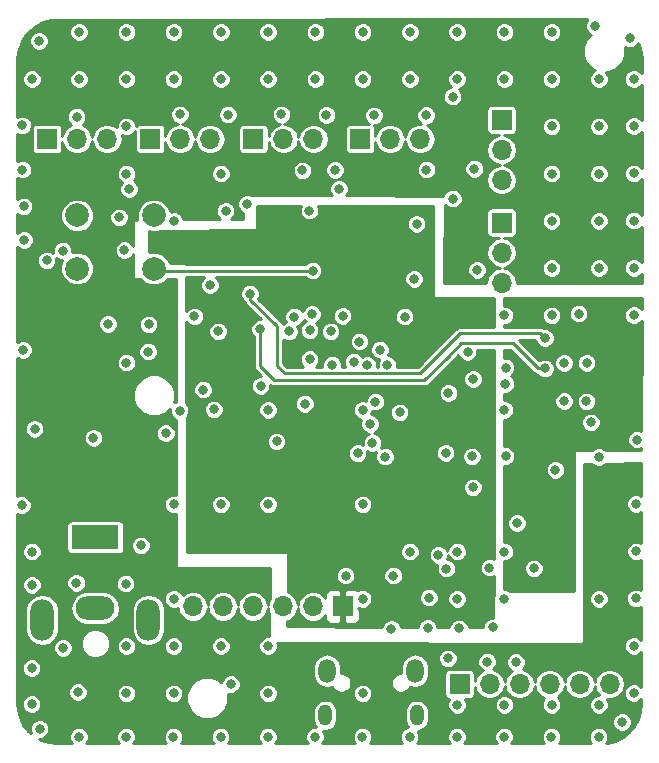
<source format=gbr>
G04 #@! TF.GenerationSoftware,KiCad,Pcbnew,(5.0.0)*
G04 #@! TF.CreationDate,2020-04-23T21:24:47+10:00*
G04 #@! TF.ProjectId,Classification and Contol Board,436C617373696669636174696F6E2061,rev?*
G04 #@! TF.SameCoordinates,Original*
G04 #@! TF.FileFunction,Copper,L3,Inr,Plane*
G04 #@! TF.FilePolarity,Positive*
%FSLAX46Y46*%
G04 Gerber Fmt 4.6, Leading zero omitted, Abs format (unit mm)*
G04 Created by KiCad (PCBNEW (5.0.0)) date 04/23/20 21:24:47*
%MOMM*%
%LPD*%
G01*
G04 APERTURE LIST*
G04 #@! TA.AperFunction,ViaPad*
%ADD10C,2.000000*%
G04 #@! TD*
G04 #@! TA.AperFunction,ViaPad*
%ADD11O,2.000000X3.500000*%
G04 #@! TD*
G04 #@! TA.AperFunction,ViaPad*
%ADD12O,3.300000X2.000000*%
G04 #@! TD*
G04 #@! TA.AperFunction,ViaPad*
%ADD13R,4.000000X2.000000*%
G04 #@! TD*
G04 #@! TA.AperFunction,ViaPad*
%ADD14O,1.700000X1.700000*%
G04 #@! TD*
G04 #@! TA.AperFunction,ViaPad*
%ADD15R,1.700000X1.700000*%
G04 #@! TD*
G04 #@! TA.AperFunction,ViaPad*
%ADD16O,1.150000X1.800000*%
G04 #@! TD*
G04 #@! TA.AperFunction,ViaPad*
%ADD17O,1.450000X2.000000*%
G04 #@! TD*
G04 #@! TA.AperFunction,ViaPad*
%ADD18C,0.800000*%
G04 #@! TD*
G04 #@! TA.AperFunction,Conductor*
%ADD19C,0.250000*%
G04 #@! TD*
G04 #@! TA.AperFunction,Conductor*
%ADD20C,0.254000*%
G04 #@! TD*
G04 APERTURE END LIST*
D10*
G04 #@! TO.N,/GND*
G04 #@! TO.C,SW1*
X126500000Y-78360000D03*
G04 #@! TO.N,/STM32F407VGTx/NRST*
X126500000Y-82860000D03*
X120000000Y-82860000D03*
G04 #@! TO.N,/GND*
X120000000Y-78360000D03*
G04 #@! TD*
D11*
G04 #@! TO.N,N/C*
G04 #@! TO.C,J2*
X126040000Y-112610000D03*
X117040000Y-112610000D03*
D12*
G04 #@! TO.N,/GND*
X121540000Y-111610000D03*
D13*
G04 #@! TO.N,Net-(J2-Pad1)*
X121540000Y-105610000D03*
G04 #@! TD*
D14*
G04 #@! TO.N,/STM32F407VGTx/PWM6*
G04 #@! TO.C,J8*
X155945001Y-84045001D03*
G04 #@! TO.N,/Control/VSER6*
X155945001Y-81505001D03*
D15*
G04 #@! TO.N,/GND*
X155945001Y-78965001D03*
G04 #@! TD*
G04 #@! TO.N,/GND*
G04 #@! TO.C,J7*
X155945001Y-70265001D03*
D14*
G04 #@! TO.N,/Control/VSER5*
X155945001Y-72805001D03*
G04 #@! TO.N,/STM32F407VGTx/PWM5*
X155945001Y-75345001D03*
G04 #@! TD*
G04 #@! TO.N,/STM32F407VGTx/PWM4*
G04 #@! TO.C,J6*
X149052311Y-71880074D03*
G04 #@! TO.N,/Control/VSER4*
X146512311Y-71880074D03*
D15*
G04 #@! TO.N,/GND*
X143972311Y-71880074D03*
G04 #@! TD*
G04 #@! TO.N,/GND*
G04 #@! TO.C,J5*
X134930000Y-71880074D03*
D14*
G04 #@! TO.N,/Control/VSER3*
X137470000Y-71880074D03*
G04 #@! TO.N,/STM32F407VGTx/PWM3*
X140010000Y-71880074D03*
G04 #@! TD*
G04 #@! TO.N,/STM32F407VGTx/PWM2*
G04 #@! TO.C,J4*
X131280000Y-71880074D03*
G04 #@! TO.N,/Control/VSER2*
X128740000Y-71880074D03*
D15*
G04 #@! TO.N,/GND*
X126200000Y-71880074D03*
G04 #@! TD*
G04 #@! TO.N,/GND*
G04 #@! TO.C,J3*
X117470000Y-71880074D03*
D14*
G04 #@! TO.N,/Control/VSER1*
X120010000Y-71880074D03*
G04 #@! TO.N,/STM32F407VGTx/PWM1*
X122550000Y-71880074D03*
G04 #@! TD*
D15*
G04 #@! TO.N,/STM32F407VGTx/3V3*
G04 #@! TO.C,J1*
X142490000Y-111470000D03*
D14*
G04 #@! TO.N,/STM32F407VGTx/SWCLK*
X139950000Y-111470000D03*
G04 #@! TO.N,/GND*
X137410000Y-111470000D03*
G04 #@! TO.N,/STM32F407VGTx/SWDIO*
X134870000Y-111470000D03*
G04 #@! TO.N,/STM32F407VGTx/NRST*
X132330000Y-111470000D03*
G04 #@! TO.N,/STM32F407VGTx/SWO*
X129790000Y-111470000D03*
G04 #@! TD*
D16*
G04 #@! TO.N,/GND*
G04 #@! TO.C,J10*
X148765000Y-120700000D03*
X141015000Y-120700000D03*
D17*
X148615000Y-116900000D03*
X141165000Y-116900000D03*
G04 #@! TD*
D15*
G04 #@! TO.N,Net-(J9-Pad1)*
G04 #@! TO.C,J9*
X152390000Y-118040000D03*
D14*
G04 #@! TO.N,/Communications/BT_TX*
X154930000Y-118040000D03*
G04 #@! TO.N,/Communications/BT_RX*
X157470000Y-118040000D03*
G04 #@! TO.N,/GND*
X160010000Y-118040000D03*
G04 #@! TO.N,/Communications/+5V*
X162550000Y-118040000D03*
G04 #@! TO.N,Net-(J9-Pad6)*
X165090000Y-118040000D03*
G04 #@! TD*
D18*
G04 #@! TO.N,/GND*
X116180000Y-109650000D03*
X156260000Y-92630000D03*
X116780000Y-63580000D03*
X120180000Y-62830000D03*
X124180000Y-62830000D03*
X128180000Y-62830000D03*
X132180000Y-62830000D03*
X136180000Y-62830000D03*
X140180000Y-62830000D03*
X144180000Y-62830000D03*
X148180000Y-62830000D03*
X152180000Y-62830000D03*
X156180000Y-62830000D03*
X160180000Y-62830000D03*
X163840000Y-62320000D03*
X116180000Y-66830000D03*
X115370000Y-70730000D03*
X115380000Y-74480000D03*
X115480000Y-77590000D03*
X117430000Y-82170000D03*
X115520000Y-80440000D03*
X115440000Y-89750000D03*
X116400000Y-96430000D03*
X116180000Y-106830000D03*
X118810000Y-114980000D03*
X116150000Y-116690000D03*
X116150000Y-119740000D03*
X116830000Y-121830000D03*
X160180000Y-66830000D03*
X160180000Y-70830000D03*
X160180000Y-74830000D03*
X160180000Y-78830000D03*
X160180000Y-82830000D03*
X160180000Y-86830000D03*
X161240000Y-90860000D03*
X161240000Y-94090000D03*
X160180000Y-119800000D03*
X160160000Y-122490000D03*
X144180000Y-66830000D03*
X145140000Y-69890000D03*
X141840000Y-74500000D03*
X143420000Y-90740000D03*
X144180000Y-94830000D03*
X143750000Y-98500000D03*
X144180000Y-102830000D03*
X144180000Y-110830000D03*
X144180000Y-118830000D03*
X144160000Y-122490000D03*
X156180000Y-66830000D03*
X153880000Y-82980000D03*
X156180000Y-86830000D03*
X156180000Y-94830000D03*
X156290000Y-98750000D03*
X156180000Y-106830000D03*
X156180000Y-110830000D03*
X157160000Y-116190000D03*
X156180000Y-119800000D03*
X156160000Y-122490000D03*
X140180000Y-66830000D03*
X141110000Y-69860000D03*
X139070000Y-74550000D03*
X139670000Y-77960000D03*
X139280000Y-94310000D03*
X140160000Y-122490000D03*
X164180000Y-66830000D03*
X164180000Y-70830000D03*
X164180000Y-74830000D03*
X164180000Y-78830000D03*
X164180000Y-82830000D03*
X162470000Y-86680000D03*
X163140000Y-90840000D03*
X163120000Y-94110000D03*
X164180000Y-98830000D03*
X164180000Y-110830000D03*
X164180000Y-119800000D03*
X164160000Y-122490000D03*
X120180000Y-66830000D03*
X119970000Y-70010000D03*
X122620000Y-87540000D03*
X126020000Y-89900000D03*
X121390000Y-97190000D03*
X115320000Y-102890000D03*
X119930000Y-109480000D03*
X120070000Y-118720000D03*
X120160000Y-122490000D03*
X128180000Y-66830000D03*
X128710000Y-69810000D03*
X128180000Y-78830000D03*
X126060000Y-87580000D03*
X130680000Y-93120000D03*
X128690000Y-94880000D03*
X128180000Y-102830000D03*
X128180000Y-110830000D03*
X128180000Y-114830000D03*
X128180000Y-118830000D03*
X128160000Y-122490000D03*
X136180000Y-66830000D03*
X137300000Y-69810000D03*
X129940000Y-86910000D03*
X136180000Y-94830000D03*
X136890000Y-97500000D03*
X136180000Y-102830000D03*
X136180000Y-114830000D03*
X136180000Y-118830000D03*
X136160000Y-122490000D03*
X124180000Y-66830000D03*
X124180000Y-70830000D03*
X124180000Y-74830000D03*
X123570000Y-78530000D03*
X124000000Y-81300000D03*
X124180000Y-90830000D03*
X127510000Y-96800000D03*
X125400000Y-106290000D03*
X124120000Y-109540000D03*
X124180000Y-114830000D03*
X124180000Y-118830000D03*
X124160000Y-122490000D03*
X132180000Y-66830000D03*
X132770000Y-69820000D03*
X132180000Y-74830000D03*
X132580000Y-77980000D03*
X131580000Y-94780000D03*
X132180000Y-102830000D03*
X132180000Y-114830000D03*
X133020000Y-118040000D03*
X167120000Y-66810000D03*
X167120000Y-70810000D03*
X167120000Y-74810000D03*
X167120000Y-82810000D03*
X167120000Y-86810000D03*
X167420000Y-97340000D03*
X167120000Y-78810000D03*
X167290000Y-110790000D03*
X167120000Y-118810000D03*
X166150000Y-121250000D03*
X167120000Y-114810000D03*
X166800000Y-63380000D03*
X167320000Y-102780000D03*
X167330000Y-106800000D03*
X132160000Y-122490000D03*
X148180000Y-66830000D03*
X149550000Y-69880000D03*
X149580000Y-74490000D03*
X148740000Y-79080000D03*
X148540000Y-83730000D03*
X147730000Y-86940000D03*
X147310000Y-95040000D03*
X145000000Y-97610000D03*
X148180000Y-106830000D03*
X148160000Y-122490000D03*
X152180000Y-66830000D03*
X153630000Y-74410000D03*
X151440000Y-93400000D03*
X153430000Y-98770000D03*
X152180000Y-106830000D03*
X152180000Y-110830000D03*
X151400000Y-115860000D03*
X152180000Y-119800000D03*
X152160000Y-122490000D03*
X142480000Y-86870000D03*
X154720000Y-116140000D03*
X155180000Y-113240000D03*
X152320000Y-113320000D03*
X149690000Y-113280000D03*
X146620000Y-113370000D03*
X149780000Y-110720000D03*
X146770000Y-108860000D03*
X142730000Y-108860000D03*
X154920000Y-108180000D03*
X158670000Y-108250000D03*
X157250000Y-104410000D03*
X160490000Y-99910000D03*
X153520000Y-101390000D03*
X153540000Y-92210000D03*
X131250000Y-84260000D03*
G04 #@! TO.N,/Communications/RX*
X159620000Y-91320000D03*
X135510000Y-87990000D03*
G04 #@! TO.N,/Communications/TX*
X159610000Y-88740000D03*
X134630000Y-84990000D03*
G04 #@! TO.N,/STM32F407VGTx/3V3*
X149140000Y-105410000D03*
X136180000Y-78830000D03*
X154830000Y-102290000D03*
X149580000Y-83360000D03*
X154550000Y-86630000D03*
X129810000Y-102720000D03*
X130670000Y-91010000D03*
X127530000Y-80730000D03*
X138700000Y-78790000D03*
X148310000Y-77950000D03*
X147290000Y-105870000D03*
G04 #@! TO.N,/STM32F407VGTx/BOOT1*
X135550000Y-92790000D03*
X153060000Y-89910000D03*
G04 #@! TO.N,/STM32F407VGTx/NRST*
X139950000Y-83030000D03*
X145260000Y-94130000D03*
G04 #@! TO.N,/Communications/+5V*
X163430000Y-88140000D03*
X161310000Y-101250000D03*
G04 #@! TO.N,/Control/FB1*
X137960000Y-88190000D03*
X118780000Y-81350000D03*
G04 #@! TO.N,/V+*
X117510000Y-83750000D03*
X121250000Y-76070000D03*
X130150000Y-76150000D03*
X138830000Y-76120000D03*
X149120000Y-76140000D03*
X151740000Y-74090000D03*
X151780000Y-82860000D03*
X127120000Y-107990000D03*
X125060000Y-86090000D03*
X163840000Y-101460000D03*
G04 #@! TO.N,/Control/FB2*
X138390000Y-86930000D03*
X124410000Y-76130000D03*
G04 #@! TO.N,/Control/FB3*
X139890000Y-86720000D03*
X134390000Y-77380000D03*
G04 #@! TO.N,/Control/FB4*
X142180000Y-76110000D03*
X141470000Y-88190000D03*
G04 #@! TO.N,/Control/FB5*
X151800000Y-68300000D03*
X143900000Y-89040000D03*
G04 #@! TO.N,/Control/FB6*
X145640000Y-89720000D03*
X151810000Y-76940000D03*
G04 #@! TO.N,/STM32F407VGTx/PWM1*
X131950000Y-88180000D03*
G04 #@! TO.N,/STM32F407VGTx/PWM2*
X139700000Y-88090000D03*
G04 #@! TO.N,/STM32F407VGTx/PWM3*
X139690000Y-90540000D03*
G04 #@! TO.N,/STM32F407VGTx/PWM4*
X141590000Y-90990000D03*
G04 #@! TO.N,/STM32F407VGTx/PWM5*
X144580000Y-91040000D03*
G04 #@! TO.N,/STM32F407VGTx/PWM6*
X146280000Y-91030000D03*
G04 #@! TO.N,/STM32F407VGTx/SWDIO*
X146070000Y-98780000D03*
G04 #@! TO.N,/STM32F407VGTx/SWCLK*
X151200000Y-98460000D03*
G04 #@! TO.N,/STM32F407VGTx/SWO*
X144820000Y-96020000D03*
G04 #@! TO.N,Net-(C61-Pad1)*
X163510000Y-95890000D03*
X156290000Y-91240000D03*
G04 #@! TO.N,/Communications/BT_TX*
X151265001Y-108264999D03*
G04 #@! TO.N,/Communications/BT_RX*
X150590000Y-107100000D03*
G04 #@! TD*
D19*
G04 #@! TO.N,/Communications/RX*
X159054315Y-91320000D02*
X159620000Y-91320000D01*
X152515001Y-89184999D02*
X156919314Y-89184999D01*
X156919314Y-89184999D02*
X159054315Y-91320000D01*
X149410000Y-92290000D02*
X151380000Y-90320000D01*
X136670000Y-92290000D02*
X149410000Y-92290000D01*
X151270000Y-90430000D02*
X151380000Y-90320000D01*
X151380000Y-90320000D02*
X152515001Y-89184999D01*
X135510000Y-91130000D02*
X135510000Y-87990000D01*
X136670000Y-92290000D02*
X135510000Y-91130000D01*
G04 #@! TO.N,/Communications/TX*
X159210001Y-88340001D02*
X152723589Y-88340001D01*
X159610000Y-88740000D02*
X159210001Y-88340001D01*
X152723589Y-88340001D02*
X152619999Y-88340001D01*
G04 #@! TO.N,/STM32F407VGTx/NRST*
X126670000Y-83030000D02*
X126500000Y-82860000D01*
X139950000Y-83030000D02*
X126670000Y-83030000D01*
G04 #@! TO.N,/Communications/TX*
X152459999Y-88340001D02*
X149060000Y-91740000D01*
X152723589Y-88340001D02*
X152459999Y-88340001D01*
X149060000Y-91740000D02*
X137580000Y-91740000D01*
X137580000Y-91740000D02*
X136920000Y-91080000D01*
X136920000Y-91080000D02*
X136920000Y-87749998D01*
X136920000Y-87749998D02*
X134660000Y-85489998D01*
X134660000Y-85020000D02*
X134630000Y-84990000D01*
X134660000Y-85489998D02*
X134660000Y-85020000D01*
G04 #@! TD*
D20*
G04 #@! TO.N,/V+*
G36*
X163138903Y-61851542D02*
X163013000Y-62155499D01*
X163013000Y-62484501D01*
X163138903Y-62788458D01*
X163371542Y-63021097D01*
X163494794Y-63072150D01*
X163103533Y-63463411D01*
X162833000Y-64116533D01*
X162833000Y-64823467D01*
X163103533Y-65476589D01*
X163603411Y-65976467D01*
X163841483Y-66075080D01*
X163711542Y-66128903D01*
X163478903Y-66361542D01*
X163353000Y-66665499D01*
X163353000Y-66994501D01*
X163478903Y-67298458D01*
X163711542Y-67531097D01*
X164015499Y-67657000D01*
X164344501Y-67657000D01*
X164648458Y-67531097D01*
X164881097Y-67298458D01*
X165007000Y-66994501D01*
X165007000Y-66665499D01*
X164881097Y-66361542D01*
X164766555Y-66247000D01*
X164963467Y-66247000D01*
X165616589Y-65976467D01*
X166116467Y-65476589D01*
X166387000Y-64823467D01*
X166387000Y-64116533D01*
X166380768Y-64101487D01*
X166635499Y-64207000D01*
X166964501Y-64207000D01*
X167268458Y-64081097D01*
X167501097Y-63848458D01*
X167518828Y-63805652D01*
X167594972Y-63960397D01*
X167767478Y-64622656D01*
X167807987Y-65149104D01*
X167807123Y-66327568D01*
X167588458Y-66108903D01*
X167284501Y-65983000D01*
X166955499Y-65983000D01*
X166651542Y-66108903D01*
X166418903Y-66341542D01*
X166293000Y-66645499D01*
X166293000Y-66974501D01*
X166418903Y-67278458D01*
X166651542Y-67511097D01*
X166955499Y-67637000D01*
X167284501Y-67637000D01*
X167588458Y-67511097D01*
X167806416Y-67293139D01*
X167804195Y-70324640D01*
X167588458Y-70108903D01*
X167284501Y-69983000D01*
X166955499Y-69983000D01*
X166651542Y-70108903D01*
X166418903Y-70341542D01*
X166293000Y-70645499D01*
X166293000Y-70974501D01*
X166418903Y-71278458D01*
X166651542Y-71511097D01*
X166955499Y-71637000D01*
X167284501Y-71637000D01*
X167588458Y-71511097D01*
X167803483Y-71296072D01*
X167801267Y-74321712D01*
X167588458Y-74108903D01*
X167284501Y-73983000D01*
X166955499Y-73983000D01*
X166651542Y-74108903D01*
X166418903Y-74341542D01*
X166293000Y-74645499D01*
X166293000Y-74974501D01*
X166418903Y-75278458D01*
X166651542Y-75511097D01*
X166955499Y-75637000D01*
X167284501Y-75637000D01*
X167588458Y-75511097D01*
X167800551Y-75299004D01*
X167798338Y-78318783D01*
X167588458Y-78108903D01*
X167284501Y-77983000D01*
X166955499Y-77983000D01*
X166651542Y-78108903D01*
X166418903Y-78341542D01*
X166293000Y-78645499D01*
X166293000Y-78974501D01*
X166418903Y-79278458D01*
X166651542Y-79511097D01*
X166955499Y-79637000D01*
X167284501Y-79637000D01*
X167588458Y-79511097D01*
X167797618Y-79301937D01*
X167795410Y-82315855D01*
X167588458Y-82108903D01*
X167284501Y-81983000D01*
X166955499Y-81983000D01*
X166651542Y-82108903D01*
X166418903Y-82341542D01*
X166293000Y-82645499D01*
X166293000Y-82974501D01*
X166418903Y-83278458D01*
X166651542Y-83511097D01*
X166955499Y-83637000D01*
X167284501Y-83637000D01*
X167588458Y-83511097D01*
X167794685Y-83304870D01*
X167794088Y-84119775D01*
X157236732Y-84096711D01*
X157247018Y-84045001D01*
X157147908Y-83546741D01*
X156865666Y-83124336D01*
X156443261Y-82842094D01*
X156105961Y-82775001D01*
X156443261Y-82707908D01*
X156506730Y-82665499D01*
X159353000Y-82665499D01*
X159353000Y-82994501D01*
X159478903Y-83298458D01*
X159711542Y-83531097D01*
X160015499Y-83657000D01*
X160344501Y-83657000D01*
X160648458Y-83531097D01*
X160881097Y-83298458D01*
X161007000Y-82994501D01*
X161007000Y-82665499D01*
X163353000Y-82665499D01*
X163353000Y-82994501D01*
X163478903Y-83298458D01*
X163711542Y-83531097D01*
X164015499Y-83657000D01*
X164344501Y-83657000D01*
X164648458Y-83531097D01*
X164881097Y-83298458D01*
X165007000Y-82994501D01*
X165007000Y-82665499D01*
X164881097Y-82361542D01*
X164648458Y-82128903D01*
X164344501Y-82003000D01*
X164015499Y-82003000D01*
X163711542Y-82128903D01*
X163478903Y-82361542D01*
X163353000Y-82665499D01*
X161007000Y-82665499D01*
X160881097Y-82361542D01*
X160648458Y-82128903D01*
X160344501Y-82003000D01*
X160015499Y-82003000D01*
X159711542Y-82128903D01*
X159478903Y-82361542D01*
X159353000Y-82665499D01*
X156506730Y-82665499D01*
X156865666Y-82425666D01*
X157147908Y-82003261D01*
X157247018Y-81505001D01*
X157147908Y-81006741D01*
X156865666Y-80584336D01*
X156443261Y-80302094D01*
X156183207Y-80250366D01*
X156795001Y-80250366D01*
X156961608Y-80217226D01*
X157102851Y-80122851D01*
X157197226Y-79981608D01*
X157230366Y-79815001D01*
X157230366Y-78665499D01*
X159353000Y-78665499D01*
X159353000Y-78994501D01*
X159478903Y-79298458D01*
X159711542Y-79531097D01*
X160015499Y-79657000D01*
X160344501Y-79657000D01*
X160648458Y-79531097D01*
X160881097Y-79298458D01*
X161007000Y-78994501D01*
X161007000Y-78665499D01*
X163353000Y-78665499D01*
X163353000Y-78994501D01*
X163478903Y-79298458D01*
X163711542Y-79531097D01*
X164015499Y-79657000D01*
X164344501Y-79657000D01*
X164648458Y-79531097D01*
X164881097Y-79298458D01*
X165007000Y-78994501D01*
X165007000Y-78665499D01*
X164881097Y-78361542D01*
X164648458Y-78128903D01*
X164344501Y-78003000D01*
X164015499Y-78003000D01*
X163711542Y-78128903D01*
X163478903Y-78361542D01*
X163353000Y-78665499D01*
X161007000Y-78665499D01*
X160881097Y-78361542D01*
X160648458Y-78128903D01*
X160344501Y-78003000D01*
X160015499Y-78003000D01*
X159711542Y-78128903D01*
X159478903Y-78361542D01*
X159353000Y-78665499D01*
X157230366Y-78665499D01*
X157230366Y-78115001D01*
X157197226Y-77948394D01*
X157102851Y-77807151D01*
X156961608Y-77712776D01*
X156795001Y-77679636D01*
X155095001Y-77679636D01*
X154928394Y-77712776D01*
X154787151Y-77807151D01*
X154692776Y-77948394D01*
X154659636Y-78115001D01*
X154659636Y-79815001D01*
X154692776Y-79981608D01*
X154787151Y-80122851D01*
X154928394Y-80217226D01*
X155095001Y-80250366D01*
X155706795Y-80250366D01*
X155446741Y-80302094D01*
X155024336Y-80584336D01*
X154742094Y-81006741D01*
X154642984Y-81505001D01*
X154742094Y-82003261D01*
X155024336Y-82425666D01*
X155446741Y-82707908D01*
X155784041Y-82775001D01*
X155446741Y-82842094D01*
X155024336Y-83124336D01*
X154742094Y-83546741D01*
X154642984Y-84045001D01*
X154652147Y-84091065D01*
X151088035Y-84083279D01*
X151098342Y-82815499D01*
X153053000Y-82815499D01*
X153053000Y-83144501D01*
X153178903Y-83448458D01*
X153411542Y-83681097D01*
X153715499Y-83807000D01*
X154044501Y-83807000D01*
X154348458Y-83681097D01*
X154581097Y-83448458D01*
X154707000Y-83144501D01*
X154707000Y-82815499D01*
X154581097Y-82511542D01*
X154348458Y-82278903D01*
X154044501Y-82153000D01*
X153715499Y-82153000D01*
X153411542Y-82278903D01*
X153178903Y-82511542D01*
X153053000Y-82815499D01*
X151098342Y-82815499D01*
X151142032Y-77441587D01*
X151341542Y-77641097D01*
X151645499Y-77767000D01*
X151974501Y-77767000D01*
X152278458Y-77641097D01*
X152511097Y-77408458D01*
X152637000Y-77104501D01*
X152637000Y-76775499D01*
X152511097Y-76471542D01*
X152278458Y-76238903D01*
X151974501Y-76113000D01*
X151645499Y-76113000D01*
X151341542Y-76238903D01*
X151108903Y-76471542D01*
X151013045Y-76702965D01*
X142795790Y-76663765D01*
X142881097Y-76578458D01*
X143007000Y-76274501D01*
X143007000Y-75945499D01*
X142881097Y-75641542D01*
X142648458Y-75408903D01*
X142344501Y-75283000D01*
X142110726Y-75283000D01*
X142308458Y-75201097D01*
X142541097Y-74968458D01*
X142667000Y-74664501D01*
X142667000Y-74335499D01*
X142662858Y-74325499D01*
X148753000Y-74325499D01*
X148753000Y-74654501D01*
X148878903Y-74958458D01*
X149111542Y-75191097D01*
X149415499Y-75317000D01*
X149744501Y-75317000D01*
X150048458Y-75191097D01*
X150281097Y-74958458D01*
X150407000Y-74654501D01*
X150407000Y-74325499D01*
X150373863Y-74245499D01*
X152803000Y-74245499D01*
X152803000Y-74574501D01*
X152928903Y-74878458D01*
X153161542Y-75111097D01*
X153465499Y-75237000D01*
X153794501Y-75237000D01*
X154098458Y-75111097D01*
X154331097Y-74878458D01*
X154457000Y-74574501D01*
X154457000Y-74245499D01*
X154331097Y-73941542D01*
X154098458Y-73708903D01*
X153794501Y-73583000D01*
X153465499Y-73583000D01*
X153161542Y-73708903D01*
X152928903Y-73941542D01*
X152803000Y-74245499D01*
X150373863Y-74245499D01*
X150281097Y-74021542D01*
X150048458Y-73788903D01*
X149744501Y-73663000D01*
X149415499Y-73663000D01*
X149111542Y-73788903D01*
X148878903Y-74021542D01*
X148753000Y-74325499D01*
X142662858Y-74325499D01*
X142541097Y-74031542D01*
X142308458Y-73798903D01*
X142004501Y-73673000D01*
X141675499Y-73673000D01*
X141371542Y-73798903D01*
X141138903Y-74031542D01*
X141013000Y-74335499D01*
X141013000Y-74664501D01*
X141138903Y-74968458D01*
X141371542Y-75201097D01*
X141675499Y-75327000D01*
X141909274Y-75327000D01*
X141711542Y-75408903D01*
X141478903Y-75641542D01*
X141353000Y-75945499D01*
X141353000Y-76274501D01*
X141478903Y-76578458D01*
X141558307Y-76657862D01*
X134729008Y-76625283D01*
X134554501Y-76553000D01*
X134225499Y-76553000D01*
X133921542Y-76678903D01*
X133688903Y-76911542D01*
X133563000Y-77215499D01*
X133563000Y-77544501D01*
X133688903Y-77848458D01*
X133921542Y-78081097D01*
X134088772Y-78150366D01*
X134076045Y-78671642D01*
X133051082Y-78678473D01*
X133281097Y-78448458D01*
X133407000Y-78144501D01*
X133407000Y-77815499D01*
X133281097Y-77511542D01*
X133048458Y-77278903D01*
X132744501Y-77153000D01*
X132415499Y-77153000D01*
X132111542Y-77278903D01*
X131878903Y-77511542D01*
X131753000Y-77815499D01*
X131753000Y-78144501D01*
X131878903Y-78448458D01*
X132111542Y-78681097D01*
X132120185Y-78684677D01*
X129007000Y-78705426D01*
X129007000Y-78665499D01*
X128881097Y-78361542D01*
X128648458Y-78128903D01*
X128344501Y-78003000D01*
X128015499Y-78003000D01*
X127914097Y-78045002D01*
X127709753Y-77551669D01*
X127308331Y-77150247D01*
X126783848Y-76933000D01*
X126216152Y-76933000D01*
X125691669Y-77150247D01*
X125290247Y-77551669D01*
X125073000Y-78076152D01*
X125073000Y-78643848D01*
X125109266Y-78731403D01*
X124869154Y-78733003D01*
X124820618Y-78742994D01*
X124779601Y-78770798D01*
X124752346Y-78812182D01*
X124743001Y-78860537D01*
X124751853Y-80954078D01*
X124701097Y-80831542D01*
X124468458Y-80598903D01*
X124164501Y-80473000D01*
X123835499Y-80473000D01*
X123531542Y-80598903D01*
X123298903Y-80831542D01*
X123173000Y-81135499D01*
X123173000Y-81464501D01*
X123298903Y-81768458D01*
X123531542Y-82001097D01*
X123835499Y-82127000D01*
X124164501Y-82127000D01*
X124468458Y-82001097D01*
X124701097Y-81768458D01*
X124754749Y-81638931D01*
X124763001Y-83590537D01*
X124772874Y-83639096D01*
X124800578Y-83680181D01*
X124841896Y-83707537D01*
X124889998Y-83717000D01*
X125338924Y-83717008D01*
X125691669Y-84069753D01*
X126216152Y-84287000D01*
X126783848Y-84287000D01*
X127308331Y-84069753D01*
X127661037Y-83717047D01*
X128335301Y-83717058D01*
X128364172Y-94119824D01*
X128221542Y-94178903D01*
X128208020Y-94192425D01*
X128307000Y-93953467D01*
X128307000Y-93246533D01*
X128036467Y-92593411D01*
X127536589Y-92093533D01*
X126883467Y-91823000D01*
X126176533Y-91823000D01*
X125523411Y-92093533D01*
X125023533Y-92593411D01*
X124753000Y-93246533D01*
X124753000Y-93953467D01*
X125023533Y-94606589D01*
X125523411Y-95106467D01*
X126176533Y-95377000D01*
X126883467Y-95377000D01*
X127536589Y-95106467D01*
X127863000Y-94780056D01*
X127863000Y-95044501D01*
X127988903Y-95348458D01*
X128221542Y-95581097D01*
X128368396Y-95641926D01*
X128386098Y-102020230D01*
X128344501Y-102003000D01*
X128015499Y-102003000D01*
X127711542Y-102128903D01*
X127478903Y-102361542D01*
X127353000Y-102665499D01*
X127353000Y-102994501D01*
X127478903Y-103298458D01*
X127711542Y-103531097D01*
X128015499Y-103657000D01*
X128344501Y-103657000D01*
X128390588Y-103637910D01*
X128403000Y-108110352D01*
X128412803Y-108158926D01*
X128440447Y-108200051D01*
X128481725Y-108227467D01*
X128530321Y-108237000D01*
X136321989Y-108217324D01*
X136301313Y-110830729D01*
X136207093Y-110971740D01*
X136140000Y-111309040D01*
X136072907Y-110971740D01*
X135790665Y-110549335D01*
X135368260Y-110267093D01*
X134995769Y-110193000D01*
X134744231Y-110193000D01*
X134371740Y-110267093D01*
X133949335Y-110549335D01*
X133667093Y-110971740D01*
X133600000Y-111309040D01*
X133532907Y-110971740D01*
X133250665Y-110549335D01*
X132828260Y-110267093D01*
X132455769Y-110193000D01*
X132204231Y-110193000D01*
X131831740Y-110267093D01*
X131409335Y-110549335D01*
X131127093Y-110971740D01*
X131060000Y-111309040D01*
X130992907Y-110971740D01*
X130710665Y-110549335D01*
X130288260Y-110267093D01*
X129915769Y-110193000D01*
X129664231Y-110193000D01*
X129291740Y-110267093D01*
X128939472Y-110502471D01*
X128881097Y-110361542D01*
X128648458Y-110128903D01*
X128344501Y-110003000D01*
X128015499Y-110003000D01*
X127711542Y-110128903D01*
X127478903Y-110361542D01*
X127353000Y-110665499D01*
X127353000Y-110994501D01*
X127478903Y-111298458D01*
X127711542Y-111531097D01*
X128015499Y-111657000D01*
X128344501Y-111657000D01*
X128511426Y-111587857D01*
X128587093Y-111968260D01*
X128869335Y-112390665D01*
X129291740Y-112672907D01*
X129664231Y-112747000D01*
X129915769Y-112747000D01*
X130288260Y-112672907D01*
X130710665Y-112390665D01*
X130992907Y-111968260D01*
X131060000Y-111630960D01*
X131127093Y-111968260D01*
X131409335Y-112390665D01*
X131831740Y-112672907D01*
X132204231Y-112747000D01*
X132455769Y-112747000D01*
X132828260Y-112672907D01*
X133250665Y-112390665D01*
X133532907Y-111968260D01*
X133600000Y-111630960D01*
X133667093Y-111968260D01*
X133949335Y-112390665D01*
X134371740Y-112672907D01*
X134744231Y-112747000D01*
X134995769Y-112747000D01*
X135368260Y-112672907D01*
X135790665Y-112390665D01*
X136072907Y-111968260D01*
X136140000Y-111630960D01*
X136207093Y-111968260D01*
X136291316Y-112094309D01*
X136276216Y-114003000D01*
X136015499Y-114003000D01*
X135711542Y-114128903D01*
X135478903Y-114361542D01*
X135353000Y-114665499D01*
X135353000Y-114994501D01*
X135478903Y-115298458D01*
X135711542Y-115531097D01*
X136015499Y-115657000D01*
X136344501Y-115657000D01*
X136648458Y-115531097D01*
X136881097Y-115298458D01*
X137007000Y-114994501D01*
X137007000Y-114665499D01*
X136954383Y-114538471D01*
X162789663Y-114607000D01*
X162838289Y-114597461D01*
X162879564Y-114570040D01*
X162907203Y-114528912D01*
X162917000Y-114480167D01*
X162922009Y-110665499D01*
X163353000Y-110665499D01*
X163353000Y-110994501D01*
X163478903Y-111298458D01*
X163711542Y-111531097D01*
X164015499Y-111657000D01*
X164344501Y-111657000D01*
X164648458Y-111531097D01*
X164881097Y-111298458D01*
X165007000Y-110994501D01*
X165007000Y-110665499D01*
X164881097Y-110361542D01*
X164648458Y-110128903D01*
X164344501Y-110003000D01*
X164015499Y-110003000D01*
X163711542Y-110128903D01*
X163478903Y-110361542D01*
X163353000Y-110665499D01*
X162922009Y-110665499D01*
X162936834Y-99376608D01*
X163555139Y-99374694D01*
X163711542Y-99531097D01*
X164015499Y-99657000D01*
X164344501Y-99657000D01*
X164648458Y-99531097D01*
X164808743Y-99370812D01*
X167782922Y-99361604D01*
X167780934Y-102075786D01*
X167484501Y-101953000D01*
X167155499Y-101953000D01*
X166851542Y-102078903D01*
X166618903Y-102311542D01*
X166493000Y-102615499D01*
X166493000Y-102944501D01*
X166618903Y-103248458D01*
X166851542Y-103481097D01*
X167155499Y-103607000D01*
X167484501Y-103607000D01*
X167779901Y-103484641D01*
X167777992Y-106090426D01*
X167494501Y-105973000D01*
X167165499Y-105973000D01*
X166861542Y-106098903D01*
X166628903Y-106331542D01*
X166503000Y-106635499D01*
X166503000Y-106964501D01*
X166628903Y-107268458D01*
X166861542Y-107501097D01*
X167165499Y-107627000D01*
X167494501Y-107627000D01*
X167776952Y-107510005D01*
X167775051Y-110105496D01*
X167758458Y-110088903D01*
X167454501Y-109963000D01*
X167125499Y-109963000D01*
X166821542Y-110088903D01*
X166588903Y-110321542D01*
X166463000Y-110625499D01*
X166463000Y-110954501D01*
X166588903Y-111258458D01*
X166821542Y-111491097D01*
X167125499Y-111617000D01*
X167454501Y-111617000D01*
X167758458Y-111491097D01*
X167774047Y-111475508D01*
X167771984Y-114292429D01*
X167588458Y-114108903D01*
X167284501Y-113983000D01*
X166955499Y-113983000D01*
X166651542Y-114108903D01*
X166418903Y-114341542D01*
X166293000Y-114645499D01*
X166293000Y-114974501D01*
X166418903Y-115278458D01*
X166651542Y-115511097D01*
X166955499Y-115637000D01*
X167284501Y-115637000D01*
X167588458Y-115511097D01*
X167771225Y-115328330D01*
X167769055Y-118289500D01*
X167588458Y-118108903D01*
X167284501Y-117983000D01*
X166955499Y-117983000D01*
X166651542Y-118108903D01*
X166418903Y-118341542D01*
X166293000Y-118645499D01*
X166293000Y-118974501D01*
X166418903Y-119278458D01*
X166651542Y-119511097D01*
X166955499Y-119637000D01*
X167284501Y-119637000D01*
X167588458Y-119511097D01*
X167768292Y-119331263D01*
X167768048Y-119664095D01*
X167696883Y-120364698D01*
X167494081Y-121011842D01*
X167165299Y-121604980D01*
X166723962Y-122119896D01*
X166188098Y-122535556D01*
X165579603Y-122834972D01*
X164917344Y-123007478D01*
X164803302Y-123016253D01*
X164861097Y-122958458D01*
X164987000Y-122654501D01*
X164987000Y-122325499D01*
X164861097Y-122021542D01*
X164628458Y-121788903D01*
X164324501Y-121663000D01*
X163995499Y-121663000D01*
X163691542Y-121788903D01*
X163458903Y-122021542D01*
X163333000Y-122325499D01*
X163333000Y-122654501D01*
X163458903Y-122958458D01*
X163548641Y-123048196D01*
X160770757Y-123048798D01*
X160861097Y-122958458D01*
X160987000Y-122654501D01*
X160987000Y-122325499D01*
X160861097Y-122021542D01*
X160628458Y-121788903D01*
X160324501Y-121663000D01*
X159995499Y-121663000D01*
X159691542Y-121788903D01*
X159458903Y-122021542D01*
X159333000Y-122325499D01*
X159333000Y-122654501D01*
X159458903Y-122958458D01*
X159549507Y-123049062D01*
X156769891Y-123049664D01*
X156861097Y-122958458D01*
X156987000Y-122654501D01*
X156987000Y-122325499D01*
X156861097Y-122021542D01*
X156628458Y-121788903D01*
X156324501Y-121663000D01*
X155995499Y-121663000D01*
X155691542Y-121788903D01*
X155458903Y-122021542D01*
X155333000Y-122325499D01*
X155333000Y-122654501D01*
X155458903Y-122958458D01*
X155550374Y-123049929D01*
X152769024Y-123050531D01*
X152861097Y-122958458D01*
X152987000Y-122654501D01*
X152987000Y-122325499D01*
X152861097Y-122021542D01*
X152628458Y-121788903D01*
X152324501Y-121663000D01*
X151995499Y-121663000D01*
X151691542Y-121788903D01*
X151458903Y-122021542D01*
X151333000Y-122325499D01*
X151333000Y-122654501D01*
X151458903Y-122958458D01*
X151551240Y-123050795D01*
X148768157Y-123051398D01*
X148861097Y-122958458D01*
X148987000Y-122654501D01*
X148987000Y-122325499D01*
X148863383Y-122027060D01*
X149155961Y-121968863D01*
X149487402Y-121747402D01*
X149708863Y-121415961D01*
X149767000Y-121123686D01*
X149767000Y-121085499D01*
X165323000Y-121085499D01*
X165323000Y-121414501D01*
X165448903Y-121718458D01*
X165681542Y-121951097D01*
X165985499Y-122077000D01*
X166314501Y-122077000D01*
X166618458Y-121951097D01*
X166851097Y-121718458D01*
X166977000Y-121414501D01*
X166977000Y-121085499D01*
X166851097Y-120781542D01*
X166618458Y-120548903D01*
X166314501Y-120423000D01*
X165985499Y-120423000D01*
X165681542Y-120548903D01*
X165448903Y-120781542D01*
X165323000Y-121085499D01*
X149767000Y-121085499D01*
X149767000Y-120276313D01*
X149708863Y-119984039D01*
X149487402Y-119652598D01*
X149155960Y-119431137D01*
X148765000Y-119353370D01*
X148374039Y-119431137D01*
X148042598Y-119652598D01*
X147821137Y-119984040D01*
X147763000Y-120276314D01*
X147763000Y-121123687D01*
X147821138Y-121415961D01*
X147988219Y-121666016D01*
X147691542Y-121788903D01*
X147458903Y-122021542D01*
X147333000Y-122325499D01*
X147333000Y-122654501D01*
X147458903Y-122958458D01*
X147552106Y-123051661D01*
X144767290Y-123052265D01*
X144861097Y-122958458D01*
X144987000Y-122654501D01*
X144987000Y-122325499D01*
X144861097Y-122021542D01*
X144628458Y-121788903D01*
X144324501Y-121663000D01*
X143995499Y-121663000D01*
X143691542Y-121788903D01*
X143458903Y-122021542D01*
X143333000Y-122325499D01*
X143333000Y-122654501D01*
X143458903Y-122958458D01*
X143552973Y-123052528D01*
X140766424Y-123053131D01*
X140861097Y-122958458D01*
X140987000Y-122654501D01*
X140987000Y-122325499D01*
X140861097Y-122021542D01*
X140854200Y-122014645D01*
X141015000Y-122046630D01*
X141405961Y-121968863D01*
X141737402Y-121747402D01*
X141958863Y-121415961D01*
X142017000Y-121123686D01*
X142017000Y-120276313D01*
X141958863Y-119984039D01*
X141737402Y-119652598D01*
X141405960Y-119431137D01*
X141015000Y-119353370D01*
X140624039Y-119431137D01*
X140292598Y-119652598D01*
X140071137Y-119984040D01*
X140013000Y-120276314D01*
X140013000Y-121123687D01*
X140071138Y-121415961D01*
X140236204Y-121663000D01*
X139995499Y-121663000D01*
X139691542Y-121788903D01*
X139458903Y-122021542D01*
X139333000Y-122325499D01*
X139333000Y-122654501D01*
X139458903Y-122958458D01*
X139553839Y-123053394D01*
X136765557Y-123053998D01*
X136861097Y-122958458D01*
X136987000Y-122654501D01*
X136987000Y-122325499D01*
X136861097Y-122021542D01*
X136628458Y-121788903D01*
X136324501Y-121663000D01*
X135995499Y-121663000D01*
X135691542Y-121788903D01*
X135458903Y-122021542D01*
X135333000Y-122325499D01*
X135333000Y-122654501D01*
X135458903Y-122958458D01*
X135554705Y-123054260D01*
X132764690Y-123054865D01*
X132861097Y-122958458D01*
X132987000Y-122654501D01*
X132987000Y-122325499D01*
X132861097Y-122021542D01*
X132628458Y-121788903D01*
X132324501Y-121663000D01*
X131995499Y-121663000D01*
X131691542Y-121788903D01*
X131458903Y-122021542D01*
X131333000Y-122325499D01*
X131333000Y-122654501D01*
X131458903Y-122958458D01*
X131555572Y-123055127D01*
X128763824Y-123055731D01*
X128861097Y-122958458D01*
X128987000Y-122654501D01*
X128987000Y-122325499D01*
X128861097Y-122021542D01*
X128628458Y-121788903D01*
X128324501Y-121663000D01*
X127995499Y-121663000D01*
X127691542Y-121788903D01*
X127458903Y-122021542D01*
X127333000Y-122325499D01*
X127333000Y-122654501D01*
X127458903Y-122958458D01*
X127556438Y-123055993D01*
X124762957Y-123056598D01*
X124861097Y-122958458D01*
X124987000Y-122654501D01*
X124987000Y-122325499D01*
X124861097Y-122021542D01*
X124628458Y-121788903D01*
X124324501Y-121663000D01*
X123995499Y-121663000D01*
X123691542Y-121788903D01*
X123458903Y-122021542D01*
X123333000Y-122325499D01*
X123333000Y-122654501D01*
X123458903Y-122958458D01*
X123557304Y-123056859D01*
X120762090Y-123057465D01*
X120861097Y-122958458D01*
X120987000Y-122654501D01*
X120987000Y-122325499D01*
X120861097Y-122021542D01*
X120628458Y-121788903D01*
X120324501Y-121663000D01*
X119995499Y-121663000D01*
X119691542Y-121788903D01*
X119458903Y-122021542D01*
X119333000Y-122325499D01*
X119333000Y-122654501D01*
X119458903Y-122958458D01*
X119558171Y-123057726D01*
X118315378Y-123057995D01*
X117615302Y-122986883D01*
X116968158Y-122784081D01*
X116738898Y-122657000D01*
X116994501Y-122657000D01*
X117298458Y-122531097D01*
X117531097Y-122298458D01*
X117657000Y-121994501D01*
X117657000Y-121665499D01*
X117531097Y-121361542D01*
X117298458Y-121128903D01*
X116994501Y-121003000D01*
X116665499Y-121003000D01*
X116361542Y-121128903D01*
X116128903Y-121361542D01*
X116003000Y-121665499D01*
X116003000Y-121994501D01*
X116094155Y-122214568D01*
X115860104Y-122013962D01*
X115444444Y-121478098D01*
X115145028Y-120869603D01*
X114972522Y-120207344D01*
X114931999Y-119680695D01*
X114932018Y-119575499D01*
X115323000Y-119575499D01*
X115323000Y-119904501D01*
X115448903Y-120208458D01*
X115681542Y-120441097D01*
X115985499Y-120567000D01*
X116314501Y-120567000D01*
X116618458Y-120441097D01*
X116851097Y-120208458D01*
X116977000Y-119904501D01*
X116977000Y-119575499D01*
X116851097Y-119271542D01*
X116618458Y-119038903D01*
X116314501Y-118913000D01*
X115985499Y-118913000D01*
X115681542Y-119038903D01*
X115448903Y-119271542D01*
X115323000Y-119575499D01*
X114932018Y-119575499D01*
X114932204Y-118555499D01*
X119243000Y-118555499D01*
X119243000Y-118884501D01*
X119368903Y-119188458D01*
X119601542Y-119421097D01*
X119905499Y-119547000D01*
X120234501Y-119547000D01*
X120538458Y-119421097D01*
X120771097Y-119188458D01*
X120897000Y-118884501D01*
X120897000Y-118665499D01*
X123353000Y-118665499D01*
X123353000Y-118994501D01*
X123478903Y-119298458D01*
X123711542Y-119531097D01*
X124015499Y-119657000D01*
X124344501Y-119657000D01*
X124648458Y-119531097D01*
X124881097Y-119298458D01*
X125007000Y-118994501D01*
X125007000Y-118665499D01*
X127353000Y-118665499D01*
X127353000Y-118994501D01*
X127478903Y-119298458D01*
X127711542Y-119531097D01*
X128015499Y-119657000D01*
X128344501Y-119657000D01*
X128648458Y-119531097D01*
X128881097Y-119298458D01*
X129007000Y-118994501D01*
X129007000Y-118876533D01*
X129253000Y-118876533D01*
X129253000Y-119583467D01*
X129523533Y-120236589D01*
X130023411Y-120736467D01*
X130676533Y-121007000D01*
X131383467Y-121007000D01*
X132036589Y-120736467D01*
X132536467Y-120236589D01*
X132807000Y-119583467D01*
X132807000Y-118876533D01*
X132792189Y-118840776D01*
X132855499Y-118867000D01*
X133184501Y-118867000D01*
X133488458Y-118741097D01*
X133564056Y-118665499D01*
X135353000Y-118665499D01*
X135353000Y-118994501D01*
X135478903Y-119298458D01*
X135711542Y-119531097D01*
X136015499Y-119657000D01*
X136344501Y-119657000D01*
X136648458Y-119531097D01*
X136881097Y-119298458D01*
X137007000Y-118994501D01*
X137007000Y-118665499D01*
X136881097Y-118361542D01*
X136648458Y-118128903D01*
X136344501Y-118003000D01*
X136015499Y-118003000D01*
X135711542Y-118128903D01*
X135478903Y-118361542D01*
X135353000Y-118665499D01*
X133564056Y-118665499D01*
X133721097Y-118508458D01*
X133847000Y-118204501D01*
X133847000Y-117875499D01*
X133721097Y-117571542D01*
X133488458Y-117338903D01*
X133184501Y-117213000D01*
X132855499Y-117213000D01*
X132551542Y-117338903D01*
X132318903Y-117571542D01*
X132193000Y-117875499D01*
X132193000Y-117879944D01*
X132036589Y-117723533D01*
X131383467Y-117453000D01*
X130676533Y-117453000D01*
X130023411Y-117723533D01*
X129523533Y-118223411D01*
X129253000Y-118876533D01*
X129007000Y-118876533D01*
X129007000Y-118665499D01*
X128881097Y-118361542D01*
X128648458Y-118128903D01*
X128344501Y-118003000D01*
X128015499Y-118003000D01*
X127711542Y-118128903D01*
X127478903Y-118361542D01*
X127353000Y-118665499D01*
X125007000Y-118665499D01*
X124881097Y-118361542D01*
X124648458Y-118128903D01*
X124344501Y-118003000D01*
X124015499Y-118003000D01*
X123711542Y-118128903D01*
X123478903Y-118361542D01*
X123353000Y-118665499D01*
X120897000Y-118665499D01*
X120897000Y-118555499D01*
X120771097Y-118251542D01*
X120538458Y-118018903D01*
X120234501Y-117893000D01*
X119905499Y-117893000D01*
X119601542Y-118018903D01*
X119368903Y-118251542D01*
X119243000Y-118555499D01*
X114932204Y-118555499D01*
X114932577Y-116525499D01*
X115323000Y-116525499D01*
X115323000Y-116854501D01*
X115448903Y-117158458D01*
X115681542Y-117391097D01*
X115985499Y-117517000D01*
X116314501Y-117517000D01*
X116618458Y-117391097D01*
X116851097Y-117158458D01*
X116977000Y-116854501D01*
X116977000Y-116525499D01*
X116971218Y-116511539D01*
X140013000Y-116511539D01*
X140013000Y-117288462D01*
X140079840Y-117624488D01*
X140334455Y-118005546D01*
X140715513Y-118260160D01*
X141165000Y-118349569D01*
X141608722Y-118261307D01*
X141610984Y-118272679D01*
X141793767Y-118546233D01*
X142067321Y-118729016D01*
X142308552Y-118777000D01*
X142471448Y-118777000D01*
X142712679Y-118729016D01*
X142807738Y-118665499D01*
X143353000Y-118665499D01*
X143353000Y-118994501D01*
X143478903Y-119298458D01*
X143711542Y-119531097D01*
X144015499Y-119657000D01*
X144344501Y-119657000D01*
X144648458Y-119531097D01*
X144881097Y-119298458D01*
X145007000Y-118994501D01*
X145007000Y-118665499D01*
X144881097Y-118361542D01*
X144648458Y-118128903D01*
X144344501Y-118003000D01*
X144015499Y-118003000D01*
X143711542Y-118128903D01*
X143478903Y-118361542D01*
X143353000Y-118665499D01*
X142807738Y-118665499D01*
X142986233Y-118546233D01*
X143169016Y-118272679D01*
X143233201Y-117950000D01*
X146546799Y-117950000D01*
X146610984Y-118272679D01*
X146793767Y-118546233D01*
X147067321Y-118729016D01*
X147308552Y-118777000D01*
X147471448Y-118777000D01*
X147712679Y-118729016D01*
X147986233Y-118546233D01*
X148169016Y-118272679D01*
X148171278Y-118261307D01*
X148615000Y-118349569D01*
X149064488Y-118260160D01*
X149445546Y-118005546D01*
X149700160Y-117624487D01*
X149767000Y-117288461D01*
X149767000Y-117190000D01*
X151104635Y-117190000D01*
X151104635Y-118890000D01*
X151137775Y-119056607D01*
X151232150Y-119197850D01*
X151373393Y-119292225D01*
X151494192Y-119316253D01*
X151478903Y-119331542D01*
X151353000Y-119635499D01*
X151353000Y-119964501D01*
X151478903Y-120268458D01*
X151711542Y-120501097D01*
X152015499Y-120627000D01*
X152344501Y-120627000D01*
X152648458Y-120501097D01*
X152881097Y-120268458D01*
X153007000Y-119964501D01*
X153007000Y-119635499D01*
X155353000Y-119635499D01*
X155353000Y-119964501D01*
X155478903Y-120268458D01*
X155711542Y-120501097D01*
X156015499Y-120627000D01*
X156344501Y-120627000D01*
X156648458Y-120501097D01*
X156881097Y-120268458D01*
X157007000Y-119964501D01*
X157007000Y-119635499D01*
X156881097Y-119331542D01*
X156648458Y-119098903D01*
X156344501Y-118973000D01*
X156015499Y-118973000D01*
X155711542Y-119098903D01*
X155478903Y-119331542D01*
X155353000Y-119635499D01*
X153007000Y-119635499D01*
X152881097Y-119331542D01*
X152874920Y-119325365D01*
X153240000Y-119325365D01*
X153406607Y-119292225D01*
X153547850Y-119197850D01*
X153642225Y-119056607D01*
X153675365Y-118890000D01*
X153675365Y-118278206D01*
X153727093Y-118538260D01*
X154009335Y-118960665D01*
X154431740Y-119242907D01*
X154804231Y-119317000D01*
X155055769Y-119317000D01*
X155428260Y-119242907D01*
X155850665Y-118960665D01*
X156132907Y-118538260D01*
X156200000Y-118200960D01*
X156267093Y-118538260D01*
X156549335Y-118960665D01*
X156971740Y-119242907D01*
X157344231Y-119317000D01*
X157595769Y-119317000D01*
X157968260Y-119242907D01*
X158390665Y-118960665D01*
X158672907Y-118538260D01*
X158740000Y-118200960D01*
X158807093Y-118538260D01*
X159089335Y-118960665D01*
X159511740Y-119242907D01*
X159558281Y-119252164D01*
X159478903Y-119331542D01*
X159353000Y-119635499D01*
X159353000Y-119964501D01*
X159478903Y-120268458D01*
X159711542Y-120501097D01*
X160015499Y-120627000D01*
X160344501Y-120627000D01*
X160648458Y-120501097D01*
X160881097Y-120268458D01*
X161007000Y-119964501D01*
X161007000Y-119635499D01*
X160881097Y-119331542D01*
X160678627Y-119129072D01*
X160930665Y-118960665D01*
X161212907Y-118538260D01*
X161280000Y-118200960D01*
X161347093Y-118538260D01*
X161629335Y-118960665D01*
X162051740Y-119242907D01*
X162424231Y-119317000D01*
X162675769Y-119317000D01*
X163048260Y-119242907D01*
X163470665Y-118960665D01*
X163752907Y-118538260D01*
X163820000Y-118200960D01*
X163887093Y-118538260D01*
X164169335Y-118960665D01*
X164187796Y-118973000D01*
X164015499Y-118973000D01*
X163711542Y-119098903D01*
X163478903Y-119331542D01*
X163353000Y-119635499D01*
X163353000Y-119964501D01*
X163478903Y-120268458D01*
X163711542Y-120501097D01*
X164015499Y-120627000D01*
X164344501Y-120627000D01*
X164648458Y-120501097D01*
X164881097Y-120268458D01*
X165007000Y-119964501D01*
X165007000Y-119635499D01*
X164881097Y-119331542D01*
X164842302Y-119292747D01*
X164964231Y-119317000D01*
X165215769Y-119317000D01*
X165588260Y-119242907D01*
X166010665Y-118960665D01*
X166292907Y-118538260D01*
X166392017Y-118040000D01*
X166292907Y-117541740D01*
X166010665Y-117119335D01*
X165588260Y-116837093D01*
X165215769Y-116763000D01*
X164964231Y-116763000D01*
X164591740Y-116837093D01*
X164169335Y-117119335D01*
X163887093Y-117541740D01*
X163820000Y-117879040D01*
X163752907Y-117541740D01*
X163470665Y-117119335D01*
X163048260Y-116837093D01*
X162675769Y-116763000D01*
X162424231Y-116763000D01*
X162051740Y-116837093D01*
X161629335Y-117119335D01*
X161347093Y-117541740D01*
X161280000Y-117879040D01*
X161212907Y-117541740D01*
X160930665Y-117119335D01*
X160508260Y-116837093D01*
X160135769Y-116763000D01*
X159884231Y-116763000D01*
X159511740Y-116837093D01*
X159089335Y-117119335D01*
X158807093Y-117541740D01*
X158740000Y-117879040D01*
X158672907Y-117541740D01*
X158390665Y-117119335D01*
X157968260Y-116837093D01*
X157729879Y-116789676D01*
X157861097Y-116658458D01*
X157987000Y-116354501D01*
X157987000Y-116025499D01*
X157861097Y-115721542D01*
X157628458Y-115488903D01*
X157324501Y-115363000D01*
X156995499Y-115363000D01*
X156691542Y-115488903D01*
X156458903Y-115721542D01*
X156333000Y-116025499D01*
X156333000Y-116354501D01*
X156458903Y-116658458D01*
X156691542Y-116891097D01*
X156814620Y-116942077D01*
X156549335Y-117119335D01*
X156267093Y-117541740D01*
X156200000Y-117879040D01*
X156132907Y-117541740D01*
X155850665Y-117119335D01*
X155428260Y-116837093D01*
X155231583Y-116797972D01*
X155421097Y-116608458D01*
X155547000Y-116304501D01*
X155547000Y-115975499D01*
X155421097Y-115671542D01*
X155188458Y-115438903D01*
X154884501Y-115313000D01*
X154555499Y-115313000D01*
X154251542Y-115438903D01*
X154018903Y-115671542D01*
X153893000Y-115975499D01*
X153893000Y-116304501D01*
X154018903Y-116608458D01*
X154251542Y-116841097D01*
X154359082Y-116885642D01*
X154009335Y-117119335D01*
X153727093Y-117541740D01*
X153675365Y-117801794D01*
X153675365Y-117190000D01*
X153642225Y-117023393D01*
X153547850Y-116882150D01*
X153406607Y-116787775D01*
X153240000Y-116754635D01*
X151540000Y-116754635D01*
X151373393Y-116787775D01*
X151232150Y-116882150D01*
X151137775Y-117023393D01*
X151104635Y-117190000D01*
X149767000Y-117190000D01*
X149767000Y-116511538D01*
X149700160Y-116175512D01*
X149445546Y-115794454D01*
X149297449Y-115695499D01*
X150573000Y-115695499D01*
X150573000Y-116024501D01*
X150698903Y-116328458D01*
X150931542Y-116561097D01*
X151235499Y-116687000D01*
X151564501Y-116687000D01*
X151868458Y-116561097D01*
X152101097Y-116328458D01*
X152227000Y-116024501D01*
X152227000Y-115695499D01*
X152101097Y-115391542D01*
X151868458Y-115158903D01*
X151564501Y-115033000D01*
X151235499Y-115033000D01*
X150931542Y-115158903D01*
X150698903Y-115391542D01*
X150573000Y-115695499D01*
X149297449Y-115695499D01*
X149064487Y-115539840D01*
X148615000Y-115450431D01*
X148165512Y-115539840D01*
X147784454Y-115794454D01*
X147529840Y-116175513D01*
X147463000Y-116511539D01*
X147463000Y-117123000D01*
X147308552Y-117123000D01*
X147067321Y-117170984D01*
X146793767Y-117353767D01*
X146610984Y-117627321D01*
X146546799Y-117950000D01*
X143233201Y-117950000D01*
X143169016Y-117627321D01*
X142986233Y-117353767D01*
X142712679Y-117170984D01*
X142471448Y-117123000D01*
X142317000Y-117123000D01*
X142317000Y-116511538D01*
X142250160Y-116175512D01*
X141995546Y-115794454D01*
X141614487Y-115539840D01*
X141165000Y-115450431D01*
X140715512Y-115539840D01*
X140334454Y-115794454D01*
X140079840Y-116175513D01*
X140013000Y-116511539D01*
X116971218Y-116511539D01*
X116851097Y-116221542D01*
X116618458Y-115988903D01*
X116314501Y-115863000D01*
X115985499Y-115863000D01*
X115681542Y-115988903D01*
X115448903Y-116221542D01*
X115323000Y-116525499D01*
X114932577Y-116525499D01*
X114932890Y-114815499D01*
X117983000Y-114815499D01*
X117983000Y-115144501D01*
X118108903Y-115448458D01*
X118341542Y-115681097D01*
X118645499Y-115807000D01*
X118974501Y-115807000D01*
X119278458Y-115681097D01*
X119511097Y-115448458D01*
X119637000Y-115144501D01*
X119637000Y-114815499D01*
X119511097Y-114511542D01*
X119365490Y-114365935D01*
X120313000Y-114365935D01*
X120313000Y-114854065D01*
X120499800Y-115305039D01*
X120844961Y-115650200D01*
X121295935Y-115837000D01*
X121784065Y-115837000D01*
X122235039Y-115650200D01*
X122580200Y-115305039D01*
X122767000Y-114854065D01*
X122767000Y-114665499D01*
X123353000Y-114665499D01*
X123353000Y-114994501D01*
X123478903Y-115298458D01*
X123711542Y-115531097D01*
X124015499Y-115657000D01*
X124344501Y-115657000D01*
X124648458Y-115531097D01*
X124881097Y-115298458D01*
X125007000Y-114994501D01*
X125007000Y-114665499D01*
X124881097Y-114361542D01*
X124648458Y-114128903D01*
X124344501Y-114003000D01*
X124015499Y-114003000D01*
X123711542Y-114128903D01*
X123478903Y-114361542D01*
X123353000Y-114665499D01*
X122767000Y-114665499D01*
X122767000Y-114365935D01*
X122580200Y-113914961D01*
X122235039Y-113569800D01*
X121784065Y-113383000D01*
X121295935Y-113383000D01*
X120844961Y-113569800D01*
X120499800Y-113914961D01*
X120313000Y-114365935D01*
X119365490Y-114365935D01*
X119278458Y-114278903D01*
X118974501Y-114153000D01*
X118645499Y-114153000D01*
X118341542Y-114278903D01*
X118108903Y-114511542D01*
X117983000Y-114815499D01*
X114932890Y-114815499D01*
X114933458Y-111719457D01*
X115613000Y-111719457D01*
X115613000Y-113500544D01*
X115695797Y-113916788D01*
X116011192Y-114388809D01*
X116483213Y-114704204D01*
X117040000Y-114814956D01*
X117596788Y-114704204D01*
X118068809Y-114388809D01*
X118384204Y-113916788D01*
X118467000Y-113500544D01*
X118467000Y-111719456D01*
X118445228Y-111610000D01*
X119435044Y-111610000D01*
X119545796Y-112166788D01*
X119861191Y-112638809D01*
X120333212Y-112954204D01*
X120749456Y-113037000D01*
X122330544Y-113037000D01*
X122746788Y-112954204D01*
X123218809Y-112638809D01*
X123534204Y-112166788D01*
X123623183Y-111719457D01*
X124613000Y-111719457D01*
X124613000Y-113500544D01*
X124695797Y-113916788D01*
X125011192Y-114388809D01*
X125483213Y-114704204D01*
X126040000Y-114814956D01*
X126596788Y-114704204D01*
X126654714Y-114665499D01*
X127353000Y-114665499D01*
X127353000Y-114994501D01*
X127478903Y-115298458D01*
X127711542Y-115531097D01*
X128015499Y-115657000D01*
X128344501Y-115657000D01*
X128648458Y-115531097D01*
X128881097Y-115298458D01*
X129007000Y-114994501D01*
X129007000Y-114665499D01*
X131353000Y-114665499D01*
X131353000Y-114994501D01*
X131478903Y-115298458D01*
X131711542Y-115531097D01*
X132015499Y-115657000D01*
X132344501Y-115657000D01*
X132648458Y-115531097D01*
X132881097Y-115298458D01*
X133007000Y-114994501D01*
X133007000Y-114665499D01*
X132881097Y-114361542D01*
X132648458Y-114128903D01*
X132344501Y-114003000D01*
X132015499Y-114003000D01*
X131711542Y-114128903D01*
X131478903Y-114361542D01*
X131353000Y-114665499D01*
X129007000Y-114665499D01*
X128881097Y-114361542D01*
X128648458Y-114128903D01*
X128344501Y-114003000D01*
X128015499Y-114003000D01*
X127711542Y-114128903D01*
X127478903Y-114361542D01*
X127353000Y-114665499D01*
X126654714Y-114665499D01*
X127068809Y-114388809D01*
X127384204Y-113916788D01*
X127467000Y-113500544D01*
X127467000Y-111719456D01*
X127384204Y-111303212D01*
X127068808Y-110831191D01*
X126596787Y-110515796D01*
X126040000Y-110405044D01*
X125483212Y-110515796D01*
X125011191Y-110831192D01*
X124695796Y-111303213D01*
X124613000Y-111719457D01*
X123623183Y-111719457D01*
X123644956Y-111610000D01*
X123534204Y-111053212D01*
X123218809Y-110581191D01*
X122746788Y-110265796D01*
X122330544Y-110183000D01*
X120749456Y-110183000D01*
X120333212Y-110265796D01*
X119861191Y-110581191D01*
X119545796Y-111053212D01*
X119435044Y-111610000D01*
X118445228Y-111610000D01*
X118384204Y-111303212D01*
X118068808Y-110831191D01*
X117596787Y-110515796D01*
X117040000Y-110405044D01*
X116483212Y-110515796D01*
X116011191Y-110831192D01*
X115695796Y-111303213D01*
X115613000Y-111719457D01*
X114933458Y-111719457D01*
X114933868Y-109485499D01*
X115353000Y-109485499D01*
X115353000Y-109814501D01*
X115478903Y-110118458D01*
X115711542Y-110351097D01*
X116015499Y-110477000D01*
X116344501Y-110477000D01*
X116648458Y-110351097D01*
X116881097Y-110118458D01*
X117007000Y-109814501D01*
X117007000Y-109485499D01*
X116936584Y-109315499D01*
X119103000Y-109315499D01*
X119103000Y-109644501D01*
X119228903Y-109948458D01*
X119461542Y-110181097D01*
X119765499Y-110307000D01*
X120094501Y-110307000D01*
X120398458Y-110181097D01*
X120631097Y-109948458D01*
X120757000Y-109644501D01*
X120757000Y-109375499D01*
X123293000Y-109375499D01*
X123293000Y-109704501D01*
X123418903Y-110008458D01*
X123651542Y-110241097D01*
X123955499Y-110367000D01*
X124284501Y-110367000D01*
X124588458Y-110241097D01*
X124821097Y-110008458D01*
X124947000Y-109704501D01*
X124947000Y-109375499D01*
X124821097Y-109071542D01*
X124588458Y-108838903D01*
X124284501Y-108713000D01*
X123955499Y-108713000D01*
X123651542Y-108838903D01*
X123418903Y-109071542D01*
X123293000Y-109375499D01*
X120757000Y-109375499D01*
X120757000Y-109315499D01*
X120631097Y-109011542D01*
X120398458Y-108778903D01*
X120094501Y-108653000D01*
X119765499Y-108653000D01*
X119461542Y-108778903D01*
X119228903Y-109011542D01*
X119103000Y-109315499D01*
X116936584Y-109315499D01*
X116881097Y-109181542D01*
X116648458Y-108948903D01*
X116344501Y-108823000D01*
X116015499Y-108823000D01*
X115711542Y-108948903D01*
X115478903Y-109181542D01*
X115353000Y-109485499D01*
X114933868Y-109485499D01*
X114934385Y-106665499D01*
X115353000Y-106665499D01*
X115353000Y-106994501D01*
X115478903Y-107298458D01*
X115711542Y-107531097D01*
X116015499Y-107657000D01*
X116344501Y-107657000D01*
X116648458Y-107531097D01*
X116881097Y-107298458D01*
X117007000Y-106994501D01*
X117007000Y-106665499D01*
X116881097Y-106361542D01*
X116648458Y-106128903D01*
X116344501Y-106003000D01*
X116015499Y-106003000D01*
X115711542Y-106128903D01*
X115478903Y-106361542D01*
X115353000Y-106665499D01*
X114934385Y-106665499D01*
X114934762Y-104610000D01*
X119104635Y-104610000D01*
X119104635Y-106610000D01*
X119137775Y-106776607D01*
X119232150Y-106917850D01*
X119373393Y-107012225D01*
X119540000Y-107045365D01*
X123540000Y-107045365D01*
X123706607Y-107012225D01*
X123847850Y-106917850D01*
X123942225Y-106776607D01*
X123975365Y-106610000D01*
X123975365Y-106125499D01*
X124573000Y-106125499D01*
X124573000Y-106454501D01*
X124698903Y-106758458D01*
X124931542Y-106991097D01*
X125235499Y-107117000D01*
X125564501Y-107117000D01*
X125868458Y-106991097D01*
X126101097Y-106758458D01*
X126227000Y-106454501D01*
X126227000Y-106125499D01*
X126101097Y-105821542D01*
X125868458Y-105588903D01*
X125564501Y-105463000D01*
X125235499Y-105463000D01*
X124931542Y-105588903D01*
X124698903Y-105821542D01*
X124573000Y-106125499D01*
X123975365Y-106125499D01*
X123975365Y-104610000D01*
X123942225Y-104443393D01*
X123847850Y-104302150D01*
X123706607Y-104207775D01*
X123540000Y-104174635D01*
X119540000Y-104174635D01*
X119373393Y-104207775D01*
X119232150Y-104302150D01*
X119137775Y-104443393D01*
X119104635Y-104610000D01*
X114934762Y-104610000D01*
X114934944Y-103625643D01*
X115155499Y-103717000D01*
X115484501Y-103717000D01*
X115788458Y-103591097D01*
X116021097Y-103358458D01*
X116147000Y-103054501D01*
X116147000Y-102725499D01*
X116021097Y-102421542D01*
X115788458Y-102188903D01*
X115484501Y-102063000D01*
X115155499Y-102063000D01*
X114935214Y-102154245D01*
X114936294Y-96265499D01*
X115573000Y-96265499D01*
X115573000Y-96594501D01*
X115698903Y-96898458D01*
X115931542Y-97131097D01*
X116235499Y-97257000D01*
X116564501Y-97257000D01*
X116868458Y-97131097D01*
X116974056Y-97025499D01*
X120563000Y-97025499D01*
X120563000Y-97354501D01*
X120688903Y-97658458D01*
X120921542Y-97891097D01*
X121225499Y-98017000D01*
X121554501Y-98017000D01*
X121858458Y-97891097D01*
X122091097Y-97658458D01*
X122217000Y-97354501D01*
X122217000Y-97025499D01*
X122091097Y-96721542D01*
X122005054Y-96635499D01*
X126683000Y-96635499D01*
X126683000Y-96964501D01*
X126808903Y-97268458D01*
X127041542Y-97501097D01*
X127345499Y-97627000D01*
X127674501Y-97627000D01*
X127978458Y-97501097D01*
X128211097Y-97268458D01*
X128337000Y-96964501D01*
X128337000Y-96635499D01*
X128211097Y-96331542D01*
X127978458Y-96098903D01*
X127674501Y-95973000D01*
X127345499Y-95973000D01*
X127041542Y-96098903D01*
X126808903Y-96331542D01*
X126683000Y-96635499D01*
X122005054Y-96635499D01*
X121858458Y-96488903D01*
X121554501Y-96363000D01*
X121225499Y-96363000D01*
X120921542Y-96488903D01*
X120688903Y-96721542D01*
X120563000Y-97025499D01*
X116974056Y-97025499D01*
X117101097Y-96898458D01*
X117227000Y-96594501D01*
X117227000Y-96265499D01*
X117101097Y-95961542D01*
X116868458Y-95728903D01*
X116564501Y-95603000D01*
X116235499Y-95603000D01*
X115931542Y-95728903D01*
X115698903Y-95961542D01*
X115573000Y-96265499D01*
X114936294Y-96265499D01*
X114937321Y-90665499D01*
X123353000Y-90665499D01*
X123353000Y-90994501D01*
X123478903Y-91298458D01*
X123711542Y-91531097D01*
X124015499Y-91657000D01*
X124344501Y-91657000D01*
X124648458Y-91531097D01*
X124881097Y-91298458D01*
X125007000Y-90994501D01*
X125007000Y-90665499D01*
X124881097Y-90361542D01*
X124648458Y-90128903D01*
X124344501Y-90003000D01*
X124015499Y-90003000D01*
X123711542Y-90128903D01*
X123478903Y-90361542D01*
X123353000Y-90665499D01*
X114937321Y-90665499D01*
X114937367Y-90416922D01*
X114971542Y-90451097D01*
X115275499Y-90577000D01*
X115604501Y-90577000D01*
X115908458Y-90451097D01*
X116141097Y-90218458D01*
X116267000Y-89914501D01*
X116267000Y-89735499D01*
X125193000Y-89735499D01*
X125193000Y-90064501D01*
X125318903Y-90368458D01*
X125551542Y-90601097D01*
X125855499Y-90727000D01*
X126184501Y-90727000D01*
X126488458Y-90601097D01*
X126721097Y-90368458D01*
X126847000Y-90064501D01*
X126847000Y-89735499D01*
X126721097Y-89431542D01*
X126488458Y-89198903D01*
X126184501Y-89073000D01*
X125855499Y-89073000D01*
X125551542Y-89198903D01*
X125318903Y-89431542D01*
X125193000Y-89735499D01*
X116267000Y-89735499D01*
X116267000Y-89585499D01*
X116141097Y-89281542D01*
X115908458Y-89048903D01*
X115604501Y-88923000D01*
X115275499Y-88923000D01*
X114971542Y-89048903D01*
X114937612Y-89082833D01*
X114937924Y-87375499D01*
X121793000Y-87375499D01*
X121793000Y-87704501D01*
X121918903Y-88008458D01*
X122151542Y-88241097D01*
X122455499Y-88367000D01*
X122784501Y-88367000D01*
X123088458Y-88241097D01*
X123321097Y-88008458D01*
X123447000Y-87704501D01*
X123447000Y-87415499D01*
X125233000Y-87415499D01*
X125233000Y-87744501D01*
X125358903Y-88048458D01*
X125591542Y-88281097D01*
X125895499Y-88407000D01*
X126224501Y-88407000D01*
X126528458Y-88281097D01*
X126761097Y-88048458D01*
X126887000Y-87744501D01*
X126887000Y-87415499D01*
X126761097Y-87111542D01*
X126528458Y-86878903D01*
X126224501Y-86753000D01*
X125895499Y-86753000D01*
X125591542Y-86878903D01*
X125358903Y-87111542D01*
X125233000Y-87415499D01*
X123447000Y-87415499D01*
X123447000Y-87375499D01*
X123321097Y-87071542D01*
X123088458Y-86838903D01*
X122784501Y-86713000D01*
X122455499Y-86713000D01*
X122151542Y-86838903D01*
X121918903Y-87071542D01*
X121793000Y-87375499D01*
X114937924Y-87375499D01*
X114938909Y-82005499D01*
X116603000Y-82005499D01*
X116603000Y-82334501D01*
X116728903Y-82638458D01*
X116961542Y-82871097D01*
X117265499Y-82997000D01*
X117594501Y-82997000D01*
X117898458Y-82871097D01*
X118131097Y-82638458D01*
X118257000Y-82334501D01*
X118257000Y-82005499D01*
X118250676Y-81990231D01*
X118311542Y-82051097D01*
X118615499Y-82177000D01*
X118738333Y-82177000D01*
X118573000Y-82576152D01*
X118573000Y-83143848D01*
X118790247Y-83668331D01*
X119191669Y-84069753D01*
X119716152Y-84287000D01*
X120283848Y-84287000D01*
X120808331Y-84069753D01*
X121209753Y-83668331D01*
X121427000Y-83143848D01*
X121427000Y-82576152D01*
X121209753Y-82051669D01*
X120808331Y-81650247D01*
X120283848Y-81433000D01*
X119716152Y-81433000D01*
X119607000Y-81478212D01*
X119607000Y-81185499D01*
X119481097Y-80881542D01*
X119248458Y-80648903D01*
X118944501Y-80523000D01*
X118615499Y-80523000D01*
X118311542Y-80648903D01*
X118078903Y-80881542D01*
X117953000Y-81185499D01*
X117953000Y-81514501D01*
X117959324Y-81529769D01*
X117898458Y-81468903D01*
X117594501Y-81343000D01*
X117265499Y-81343000D01*
X116961542Y-81468903D01*
X116728903Y-81701542D01*
X116603000Y-82005499D01*
X114938909Y-82005499D01*
X114939089Y-81028644D01*
X115051542Y-81141097D01*
X115355499Y-81267000D01*
X115684501Y-81267000D01*
X115988458Y-81141097D01*
X116221097Y-80908458D01*
X116347000Y-80604501D01*
X116347000Y-80275499D01*
X116221097Y-79971542D01*
X115988458Y-79738903D01*
X115684501Y-79613000D01*
X115355499Y-79613000D01*
X115051542Y-79738903D01*
X114939305Y-79851140D01*
X114939604Y-78219159D01*
X115011542Y-78291097D01*
X115315499Y-78417000D01*
X115644501Y-78417000D01*
X115948458Y-78291097D01*
X116163403Y-78076152D01*
X118573000Y-78076152D01*
X118573000Y-78643848D01*
X118790247Y-79168331D01*
X119191669Y-79569753D01*
X119716152Y-79787000D01*
X120283848Y-79787000D01*
X120808331Y-79569753D01*
X121209753Y-79168331D01*
X121427000Y-78643848D01*
X121427000Y-78365499D01*
X122743000Y-78365499D01*
X122743000Y-78694501D01*
X122868903Y-78998458D01*
X123101542Y-79231097D01*
X123405499Y-79357000D01*
X123734501Y-79357000D01*
X124038458Y-79231097D01*
X124271097Y-78998458D01*
X124397000Y-78694501D01*
X124397000Y-78365499D01*
X124271097Y-78061542D01*
X124038458Y-77828903D01*
X123734501Y-77703000D01*
X123405499Y-77703000D01*
X123101542Y-77828903D01*
X122868903Y-78061542D01*
X122743000Y-78365499D01*
X121427000Y-78365499D01*
X121427000Y-78076152D01*
X121209753Y-77551669D01*
X120808331Y-77150247D01*
X120283848Y-76933000D01*
X119716152Y-76933000D01*
X119191669Y-77150247D01*
X118790247Y-77551669D01*
X118573000Y-78076152D01*
X116163403Y-78076152D01*
X116181097Y-78058458D01*
X116307000Y-77754501D01*
X116307000Y-77425499D01*
X116181097Y-77121542D01*
X115948458Y-76888903D01*
X115644501Y-76763000D01*
X115315499Y-76763000D01*
X115011542Y-76888903D01*
X114939835Y-76960610D01*
X114940160Y-75192951D01*
X115215499Y-75307000D01*
X115544501Y-75307000D01*
X115848458Y-75181097D01*
X116081097Y-74948458D01*
X116198302Y-74665499D01*
X123353000Y-74665499D01*
X123353000Y-74994501D01*
X123478903Y-75298458D01*
X123711542Y-75531097D01*
X123801915Y-75568530D01*
X123708903Y-75661542D01*
X123583000Y-75965499D01*
X123583000Y-76294501D01*
X123708903Y-76598458D01*
X123941542Y-76831097D01*
X124245499Y-76957000D01*
X124574501Y-76957000D01*
X124878458Y-76831097D01*
X125111097Y-76598458D01*
X125237000Y-76294501D01*
X125237000Y-75965499D01*
X125111097Y-75661542D01*
X124878458Y-75428903D01*
X124788085Y-75391470D01*
X124881097Y-75298458D01*
X125007000Y-74994501D01*
X125007000Y-74665499D01*
X131353000Y-74665499D01*
X131353000Y-74994501D01*
X131478903Y-75298458D01*
X131711542Y-75531097D01*
X132015499Y-75657000D01*
X132344501Y-75657000D01*
X132648458Y-75531097D01*
X132881097Y-75298458D01*
X133007000Y-74994501D01*
X133007000Y-74665499D01*
X132891021Y-74385499D01*
X138243000Y-74385499D01*
X138243000Y-74714501D01*
X138368903Y-75018458D01*
X138601542Y-75251097D01*
X138905499Y-75377000D01*
X139234501Y-75377000D01*
X139538458Y-75251097D01*
X139771097Y-75018458D01*
X139897000Y-74714501D01*
X139897000Y-74385499D01*
X139771097Y-74081542D01*
X139538458Y-73848903D01*
X139234501Y-73723000D01*
X138905499Y-73723000D01*
X138601542Y-73848903D01*
X138368903Y-74081542D01*
X138243000Y-74385499D01*
X132891021Y-74385499D01*
X132881097Y-74361542D01*
X132648458Y-74128903D01*
X132344501Y-74003000D01*
X132015499Y-74003000D01*
X131711542Y-74128903D01*
X131478903Y-74361542D01*
X131353000Y-74665499D01*
X125007000Y-74665499D01*
X124881097Y-74361542D01*
X124648458Y-74128903D01*
X124344501Y-74003000D01*
X124015499Y-74003000D01*
X123711542Y-74128903D01*
X123478903Y-74361542D01*
X123353000Y-74665499D01*
X116198302Y-74665499D01*
X116207000Y-74644501D01*
X116207000Y-74315499D01*
X116081097Y-74011542D01*
X115848458Y-73778903D01*
X115544501Y-73653000D01*
X115215499Y-73653000D01*
X114940421Y-73766941D01*
X114940847Y-71447377D01*
X115205499Y-71557000D01*
X115534501Y-71557000D01*
X115838458Y-71431097D01*
X116071097Y-71198458D01*
X116140843Y-71030074D01*
X116184635Y-71030074D01*
X116184635Y-72730074D01*
X116217775Y-72896681D01*
X116312150Y-73037924D01*
X116453393Y-73132299D01*
X116620000Y-73165439D01*
X118320000Y-73165439D01*
X118486607Y-73132299D01*
X118627850Y-73037924D01*
X118722225Y-72896681D01*
X118755365Y-72730074D01*
X118755365Y-72118280D01*
X118807093Y-72378334D01*
X119089335Y-72800739D01*
X119511740Y-73082981D01*
X119884231Y-73157074D01*
X120135769Y-73157074D01*
X120508260Y-73082981D01*
X120930665Y-72800739D01*
X121212907Y-72378334D01*
X121280000Y-72041034D01*
X121347093Y-72378334D01*
X121629335Y-72800739D01*
X122051740Y-73082981D01*
X122424231Y-73157074D01*
X122675769Y-73157074D01*
X123048260Y-73082981D01*
X123470665Y-72800739D01*
X123752907Y-72378334D01*
X123852017Y-71880074D01*
X123788982Y-71563174D01*
X124015499Y-71657000D01*
X124344501Y-71657000D01*
X124648458Y-71531097D01*
X124881097Y-71298458D01*
X124914635Y-71217490D01*
X124914635Y-72730074D01*
X124947775Y-72896681D01*
X125042150Y-73037924D01*
X125183393Y-73132299D01*
X125350000Y-73165439D01*
X127050000Y-73165439D01*
X127216607Y-73132299D01*
X127357850Y-73037924D01*
X127452225Y-72896681D01*
X127485365Y-72730074D01*
X127485365Y-72118280D01*
X127537093Y-72378334D01*
X127819335Y-72800739D01*
X128241740Y-73082981D01*
X128614231Y-73157074D01*
X128865769Y-73157074D01*
X129238260Y-73082981D01*
X129660665Y-72800739D01*
X129942907Y-72378334D01*
X130010000Y-72041034D01*
X130077093Y-72378334D01*
X130359335Y-72800739D01*
X130781740Y-73082981D01*
X131154231Y-73157074D01*
X131405769Y-73157074D01*
X131778260Y-73082981D01*
X132200665Y-72800739D01*
X132482907Y-72378334D01*
X132582017Y-71880074D01*
X132482907Y-71381814D01*
X132247882Y-71030074D01*
X133644635Y-71030074D01*
X133644635Y-72730074D01*
X133677775Y-72896681D01*
X133772150Y-73037924D01*
X133913393Y-73132299D01*
X134080000Y-73165439D01*
X135780000Y-73165439D01*
X135946607Y-73132299D01*
X136087850Y-73037924D01*
X136182225Y-72896681D01*
X136215365Y-72730074D01*
X136215365Y-72118280D01*
X136267093Y-72378334D01*
X136549335Y-72800739D01*
X136971740Y-73082981D01*
X137344231Y-73157074D01*
X137595769Y-73157074D01*
X137968260Y-73082981D01*
X138390665Y-72800739D01*
X138672907Y-72378334D01*
X138740000Y-72041034D01*
X138807093Y-72378334D01*
X139089335Y-72800739D01*
X139511740Y-73082981D01*
X139884231Y-73157074D01*
X140135769Y-73157074D01*
X140508260Y-73082981D01*
X140930665Y-72800739D01*
X141212907Y-72378334D01*
X141312017Y-71880074D01*
X141212907Y-71381814D01*
X140977882Y-71030074D01*
X142686946Y-71030074D01*
X142686946Y-72730074D01*
X142720086Y-72896681D01*
X142814461Y-73037924D01*
X142955704Y-73132299D01*
X143122311Y-73165439D01*
X144822311Y-73165439D01*
X144988918Y-73132299D01*
X145130161Y-73037924D01*
X145224536Y-72896681D01*
X145257676Y-72730074D01*
X145257676Y-72118280D01*
X145309404Y-72378334D01*
X145591646Y-72800739D01*
X146014051Y-73082981D01*
X146386542Y-73157074D01*
X146638080Y-73157074D01*
X147010571Y-73082981D01*
X147432976Y-72800739D01*
X147715218Y-72378334D01*
X147782311Y-72041034D01*
X147849404Y-72378334D01*
X148131646Y-72800739D01*
X148554051Y-73082981D01*
X148926542Y-73157074D01*
X149178080Y-73157074D01*
X149550571Y-73082981D01*
X149966597Y-72805001D01*
X154642984Y-72805001D01*
X154742094Y-73303261D01*
X155024336Y-73725666D01*
X155446741Y-74007908D01*
X155784041Y-74075001D01*
X155446741Y-74142094D01*
X155024336Y-74424336D01*
X154742094Y-74846741D01*
X154642984Y-75345001D01*
X154742094Y-75843261D01*
X155024336Y-76265666D01*
X155446741Y-76547908D01*
X155819232Y-76622001D01*
X156070770Y-76622001D01*
X156443261Y-76547908D01*
X156865666Y-76265666D01*
X157147908Y-75843261D01*
X157247018Y-75345001D01*
X157147908Y-74846741D01*
X157026806Y-74665499D01*
X159353000Y-74665499D01*
X159353000Y-74994501D01*
X159478903Y-75298458D01*
X159711542Y-75531097D01*
X160015499Y-75657000D01*
X160344501Y-75657000D01*
X160648458Y-75531097D01*
X160881097Y-75298458D01*
X161007000Y-74994501D01*
X161007000Y-74665499D01*
X163353000Y-74665499D01*
X163353000Y-74994501D01*
X163478903Y-75298458D01*
X163711542Y-75531097D01*
X164015499Y-75657000D01*
X164344501Y-75657000D01*
X164648458Y-75531097D01*
X164881097Y-75298458D01*
X165007000Y-74994501D01*
X165007000Y-74665499D01*
X164881097Y-74361542D01*
X164648458Y-74128903D01*
X164344501Y-74003000D01*
X164015499Y-74003000D01*
X163711542Y-74128903D01*
X163478903Y-74361542D01*
X163353000Y-74665499D01*
X161007000Y-74665499D01*
X160881097Y-74361542D01*
X160648458Y-74128903D01*
X160344501Y-74003000D01*
X160015499Y-74003000D01*
X159711542Y-74128903D01*
X159478903Y-74361542D01*
X159353000Y-74665499D01*
X157026806Y-74665499D01*
X156865666Y-74424336D01*
X156443261Y-74142094D01*
X156105961Y-74075001D01*
X156443261Y-74007908D01*
X156865666Y-73725666D01*
X157147908Y-73303261D01*
X157247018Y-72805001D01*
X157147908Y-72306741D01*
X156865666Y-71884336D01*
X156443261Y-71602094D01*
X156183207Y-71550366D01*
X156795001Y-71550366D01*
X156961608Y-71517226D01*
X157102851Y-71422851D01*
X157197226Y-71281608D01*
X157230366Y-71115001D01*
X157230366Y-70665499D01*
X159353000Y-70665499D01*
X159353000Y-70994501D01*
X159478903Y-71298458D01*
X159711542Y-71531097D01*
X160015499Y-71657000D01*
X160344501Y-71657000D01*
X160648458Y-71531097D01*
X160881097Y-71298458D01*
X161007000Y-70994501D01*
X161007000Y-70665499D01*
X163353000Y-70665499D01*
X163353000Y-70994501D01*
X163478903Y-71298458D01*
X163711542Y-71531097D01*
X164015499Y-71657000D01*
X164344501Y-71657000D01*
X164648458Y-71531097D01*
X164881097Y-71298458D01*
X165007000Y-70994501D01*
X165007000Y-70665499D01*
X164881097Y-70361542D01*
X164648458Y-70128903D01*
X164344501Y-70003000D01*
X164015499Y-70003000D01*
X163711542Y-70128903D01*
X163478903Y-70361542D01*
X163353000Y-70665499D01*
X161007000Y-70665499D01*
X160881097Y-70361542D01*
X160648458Y-70128903D01*
X160344501Y-70003000D01*
X160015499Y-70003000D01*
X159711542Y-70128903D01*
X159478903Y-70361542D01*
X159353000Y-70665499D01*
X157230366Y-70665499D01*
X157230366Y-69415001D01*
X157197226Y-69248394D01*
X157102851Y-69107151D01*
X156961608Y-69012776D01*
X156795001Y-68979636D01*
X155095001Y-68979636D01*
X154928394Y-69012776D01*
X154787151Y-69107151D01*
X154692776Y-69248394D01*
X154659636Y-69415001D01*
X154659636Y-71115001D01*
X154692776Y-71281608D01*
X154787151Y-71422851D01*
X154928394Y-71517226D01*
X155095001Y-71550366D01*
X155706795Y-71550366D01*
X155446741Y-71602094D01*
X155024336Y-71884336D01*
X154742094Y-72306741D01*
X154642984Y-72805001D01*
X149966597Y-72805001D01*
X149972976Y-72800739D01*
X150255218Y-72378334D01*
X150354328Y-71880074D01*
X150255218Y-71381814D01*
X149972976Y-70959409D01*
X149595219Y-70707000D01*
X149714501Y-70707000D01*
X150018458Y-70581097D01*
X150251097Y-70348458D01*
X150377000Y-70044501D01*
X150377000Y-69715499D01*
X150251097Y-69411542D01*
X150018458Y-69178903D01*
X149714501Y-69053000D01*
X149385499Y-69053000D01*
X149081542Y-69178903D01*
X148848903Y-69411542D01*
X148723000Y-69715499D01*
X148723000Y-70044501D01*
X148848903Y-70348458D01*
X149081542Y-70581097D01*
X149134599Y-70603074D01*
X148926542Y-70603074D01*
X148554051Y-70677167D01*
X148131646Y-70959409D01*
X147849404Y-71381814D01*
X147782311Y-71719114D01*
X147715218Y-71381814D01*
X147432976Y-70959409D01*
X147010571Y-70677167D01*
X146638080Y-70603074D01*
X146386542Y-70603074D01*
X146014051Y-70677167D01*
X145591646Y-70959409D01*
X145309404Y-71381814D01*
X145257676Y-71641868D01*
X145257676Y-71030074D01*
X145224536Y-70863467D01*
X145130161Y-70722224D01*
X145122343Y-70717000D01*
X145304501Y-70717000D01*
X145608458Y-70591097D01*
X145841097Y-70358458D01*
X145967000Y-70054501D01*
X145967000Y-69725499D01*
X145841097Y-69421542D01*
X145608458Y-69188903D01*
X145304501Y-69063000D01*
X144975499Y-69063000D01*
X144671542Y-69188903D01*
X144438903Y-69421542D01*
X144313000Y-69725499D01*
X144313000Y-70054501D01*
X144438903Y-70358458D01*
X144671542Y-70591097D01*
X144680262Y-70594709D01*
X143122311Y-70594709D01*
X142955704Y-70627849D01*
X142814461Y-70722224D01*
X142720086Y-70863467D01*
X142686946Y-71030074D01*
X140977882Y-71030074D01*
X140930665Y-70959409D01*
X140508260Y-70677167D01*
X140135769Y-70603074D01*
X139884231Y-70603074D01*
X139511740Y-70677167D01*
X139089335Y-70959409D01*
X138807093Y-71381814D01*
X138740000Y-71719114D01*
X138672907Y-71381814D01*
X138390665Y-70959409D01*
X137968260Y-70677167D01*
X137595769Y-70603074D01*
X137546406Y-70603074D01*
X137768458Y-70511097D01*
X138001097Y-70278458D01*
X138127000Y-69974501D01*
X138127000Y-69695499D01*
X140283000Y-69695499D01*
X140283000Y-70024501D01*
X140408903Y-70328458D01*
X140641542Y-70561097D01*
X140945499Y-70687000D01*
X141274501Y-70687000D01*
X141578458Y-70561097D01*
X141811097Y-70328458D01*
X141937000Y-70024501D01*
X141937000Y-69695499D01*
X141811097Y-69391542D01*
X141578458Y-69158903D01*
X141274501Y-69033000D01*
X140945499Y-69033000D01*
X140641542Y-69158903D01*
X140408903Y-69391542D01*
X140283000Y-69695499D01*
X138127000Y-69695499D01*
X138127000Y-69645499D01*
X138001097Y-69341542D01*
X137768458Y-69108903D01*
X137464501Y-68983000D01*
X137135499Y-68983000D01*
X136831542Y-69108903D01*
X136598903Y-69341542D01*
X136473000Y-69645499D01*
X136473000Y-69974501D01*
X136598903Y-70278458D01*
X136831542Y-70511097D01*
X137135499Y-70637000D01*
X137173673Y-70637000D01*
X136971740Y-70677167D01*
X136549335Y-70959409D01*
X136267093Y-71381814D01*
X136215365Y-71641868D01*
X136215365Y-71030074D01*
X136182225Y-70863467D01*
X136087850Y-70722224D01*
X135946607Y-70627849D01*
X135780000Y-70594709D01*
X134080000Y-70594709D01*
X133913393Y-70627849D01*
X133772150Y-70722224D01*
X133677775Y-70863467D01*
X133644635Y-71030074D01*
X132247882Y-71030074D01*
X132200665Y-70959409D01*
X131778260Y-70677167D01*
X131405769Y-70603074D01*
X131154231Y-70603074D01*
X130781740Y-70677167D01*
X130359335Y-70959409D01*
X130077093Y-71381814D01*
X130010000Y-71719114D01*
X129942907Y-71381814D01*
X129660665Y-70959409D01*
X129238260Y-70677167D01*
X128927001Y-70615254D01*
X129178458Y-70511097D01*
X129411097Y-70278458D01*
X129537000Y-69974501D01*
X129537000Y-69655499D01*
X131943000Y-69655499D01*
X131943000Y-69984501D01*
X132068903Y-70288458D01*
X132301542Y-70521097D01*
X132605499Y-70647000D01*
X132934501Y-70647000D01*
X133238458Y-70521097D01*
X133471097Y-70288458D01*
X133597000Y-69984501D01*
X133597000Y-69655499D01*
X133471097Y-69351542D01*
X133238458Y-69118903D01*
X132934501Y-68993000D01*
X132605499Y-68993000D01*
X132301542Y-69118903D01*
X132068903Y-69351542D01*
X131943000Y-69655499D01*
X129537000Y-69655499D01*
X129537000Y-69645499D01*
X129411097Y-69341542D01*
X129178458Y-69108903D01*
X128874501Y-68983000D01*
X128545499Y-68983000D01*
X128241542Y-69108903D01*
X128008903Y-69341542D01*
X127883000Y-69645499D01*
X127883000Y-69974501D01*
X128008903Y-70278458D01*
X128241542Y-70511097D01*
X128512464Y-70623317D01*
X128241740Y-70677167D01*
X127819335Y-70959409D01*
X127537093Y-71381814D01*
X127485365Y-71641868D01*
X127485365Y-71030074D01*
X127452225Y-70863467D01*
X127357850Y-70722224D01*
X127216607Y-70627849D01*
X127050000Y-70594709D01*
X125350000Y-70594709D01*
X125183393Y-70627849D01*
X125042150Y-70722224D01*
X125007000Y-70774830D01*
X125007000Y-70665499D01*
X124881097Y-70361542D01*
X124648458Y-70128903D01*
X124344501Y-70003000D01*
X124015499Y-70003000D01*
X123711542Y-70128903D01*
X123478903Y-70361542D01*
X123353000Y-70665499D01*
X123353000Y-70880788D01*
X123048260Y-70677167D01*
X122675769Y-70603074D01*
X122424231Y-70603074D01*
X122051740Y-70677167D01*
X121629335Y-70959409D01*
X121347093Y-71381814D01*
X121280000Y-71719114D01*
X121212907Y-71381814D01*
X120930665Y-70959409D01*
X120508260Y-70677167D01*
X120478340Y-70671215D01*
X120671097Y-70478458D01*
X120797000Y-70174501D01*
X120797000Y-69845499D01*
X120671097Y-69541542D01*
X120438458Y-69308903D01*
X120134501Y-69183000D01*
X119805499Y-69183000D01*
X119501542Y-69308903D01*
X119268903Y-69541542D01*
X119143000Y-69845499D01*
X119143000Y-70174501D01*
X119268903Y-70478458D01*
X119485287Y-70694842D01*
X119089335Y-70959409D01*
X118807093Y-71381814D01*
X118755365Y-71641868D01*
X118755365Y-71030074D01*
X118722225Y-70863467D01*
X118627850Y-70722224D01*
X118486607Y-70627849D01*
X118320000Y-70594709D01*
X116620000Y-70594709D01*
X116453393Y-70627849D01*
X116312150Y-70722224D01*
X116217775Y-70863467D01*
X116184635Y-71030074D01*
X116140843Y-71030074D01*
X116197000Y-70894501D01*
X116197000Y-70565499D01*
X116071097Y-70261542D01*
X115838458Y-70028903D01*
X115534501Y-69903000D01*
X115205499Y-69903000D01*
X114941110Y-70012513D01*
X114941453Y-68135499D01*
X150973000Y-68135499D01*
X150973000Y-68464501D01*
X151098903Y-68768458D01*
X151331542Y-69001097D01*
X151635499Y-69127000D01*
X151964501Y-69127000D01*
X152268458Y-69001097D01*
X152501097Y-68768458D01*
X152627000Y-68464501D01*
X152627000Y-68135499D01*
X152501097Y-67831542D01*
X152326555Y-67657000D01*
X152344501Y-67657000D01*
X152648458Y-67531097D01*
X152881097Y-67298458D01*
X153007000Y-66994501D01*
X153007000Y-66665499D01*
X155353000Y-66665499D01*
X155353000Y-66994501D01*
X155478903Y-67298458D01*
X155711542Y-67531097D01*
X156015499Y-67657000D01*
X156344501Y-67657000D01*
X156648458Y-67531097D01*
X156881097Y-67298458D01*
X157007000Y-66994501D01*
X157007000Y-66665499D01*
X159353000Y-66665499D01*
X159353000Y-66994501D01*
X159478903Y-67298458D01*
X159711542Y-67531097D01*
X160015499Y-67657000D01*
X160344501Y-67657000D01*
X160648458Y-67531097D01*
X160881097Y-67298458D01*
X161007000Y-66994501D01*
X161007000Y-66665499D01*
X160881097Y-66361542D01*
X160648458Y-66128903D01*
X160344501Y-66003000D01*
X160015499Y-66003000D01*
X159711542Y-66128903D01*
X159478903Y-66361542D01*
X159353000Y-66665499D01*
X157007000Y-66665499D01*
X156881097Y-66361542D01*
X156648458Y-66128903D01*
X156344501Y-66003000D01*
X156015499Y-66003000D01*
X155711542Y-66128903D01*
X155478903Y-66361542D01*
X155353000Y-66665499D01*
X153007000Y-66665499D01*
X152881097Y-66361542D01*
X152648458Y-66128903D01*
X152344501Y-66003000D01*
X152015499Y-66003000D01*
X151711542Y-66128903D01*
X151478903Y-66361542D01*
X151353000Y-66665499D01*
X151353000Y-66994501D01*
X151478903Y-67298458D01*
X151653445Y-67473000D01*
X151635499Y-67473000D01*
X151331542Y-67598903D01*
X151098903Y-67831542D01*
X150973000Y-68135499D01*
X114941453Y-68135499D01*
X114941723Y-66665499D01*
X115353000Y-66665499D01*
X115353000Y-66994501D01*
X115478903Y-67298458D01*
X115711542Y-67531097D01*
X116015499Y-67657000D01*
X116344501Y-67657000D01*
X116648458Y-67531097D01*
X116881097Y-67298458D01*
X117007000Y-66994501D01*
X117007000Y-66665499D01*
X119353000Y-66665499D01*
X119353000Y-66994501D01*
X119478903Y-67298458D01*
X119711542Y-67531097D01*
X120015499Y-67657000D01*
X120344501Y-67657000D01*
X120648458Y-67531097D01*
X120881097Y-67298458D01*
X121007000Y-66994501D01*
X121007000Y-66665499D01*
X123353000Y-66665499D01*
X123353000Y-66994501D01*
X123478903Y-67298458D01*
X123711542Y-67531097D01*
X124015499Y-67657000D01*
X124344501Y-67657000D01*
X124648458Y-67531097D01*
X124881097Y-67298458D01*
X125007000Y-66994501D01*
X125007000Y-66665499D01*
X127353000Y-66665499D01*
X127353000Y-66994501D01*
X127478903Y-67298458D01*
X127711542Y-67531097D01*
X128015499Y-67657000D01*
X128344501Y-67657000D01*
X128648458Y-67531097D01*
X128881097Y-67298458D01*
X129007000Y-66994501D01*
X129007000Y-66665499D01*
X131353000Y-66665499D01*
X131353000Y-66994501D01*
X131478903Y-67298458D01*
X131711542Y-67531097D01*
X132015499Y-67657000D01*
X132344501Y-67657000D01*
X132648458Y-67531097D01*
X132881097Y-67298458D01*
X133007000Y-66994501D01*
X133007000Y-66665499D01*
X135353000Y-66665499D01*
X135353000Y-66994501D01*
X135478903Y-67298458D01*
X135711542Y-67531097D01*
X136015499Y-67657000D01*
X136344501Y-67657000D01*
X136648458Y-67531097D01*
X136881097Y-67298458D01*
X137007000Y-66994501D01*
X137007000Y-66665499D01*
X139353000Y-66665499D01*
X139353000Y-66994501D01*
X139478903Y-67298458D01*
X139711542Y-67531097D01*
X140015499Y-67657000D01*
X140344501Y-67657000D01*
X140648458Y-67531097D01*
X140881097Y-67298458D01*
X141007000Y-66994501D01*
X141007000Y-66665499D01*
X143353000Y-66665499D01*
X143353000Y-66994501D01*
X143478903Y-67298458D01*
X143711542Y-67531097D01*
X144015499Y-67657000D01*
X144344501Y-67657000D01*
X144648458Y-67531097D01*
X144881097Y-67298458D01*
X145007000Y-66994501D01*
X145007000Y-66665499D01*
X147353000Y-66665499D01*
X147353000Y-66994501D01*
X147478903Y-67298458D01*
X147711542Y-67531097D01*
X148015499Y-67657000D01*
X148344501Y-67657000D01*
X148648458Y-67531097D01*
X148881097Y-67298458D01*
X149007000Y-66994501D01*
X149007000Y-66665499D01*
X148881097Y-66361542D01*
X148648458Y-66128903D01*
X148344501Y-66003000D01*
X148015499Y-66003000D01*
X147711542Y-66128903D01*
X147478903Y-66361542D01*
X147353000Y-66665499D01*
X145007000Y-66665499D01*
X144881097Y-66361542D01*
X144648458Y-66128903D01*
X144344501Y-66003000D01*
X144015499Y-66003000D01*
X143711542Y-66128903D01*
X143478903Y-66361542D01*
X143353000Y-66665499D01*
X141007000Y-66665499D01*
X140881097Y-66361542D01*
X140648458Y-66128903D01*
X140344501Y-66003000D01*
X140015499Y-66003000D01*
X139711542Y-66128903D01*
X139478903Y-66361542D01*
X139353000Y-66665499D01*
X137007000Y-66665499D01*
X136881097Y-66361542D01*
X136648458Y-66128903D01*
X136344501Y-66003000D01*
X136015499Y-66003000D01*
X135711542Y-66128903D01*
X135478903Y-66361542D01*
X135353000Y-66665499D01*
X133007000Y-66665499D01*
X132881097Y-66361542D01*
X132648458Y-66128903D01*
X132344501Y-66003000D01*
X132015499Y-66003000D01*
X131711542Y-66128903D01*
X131478903Y-66361542D01*
X131353000Y-66665499D01*
X129007000Y-66665499D01*
X128881097Y-66361542D01*
X128648458Y-66128903D01*
X128344501Y-66003000D01*
X128015499Y-66003000D01*
X127711542Y-66128903D01*
X127478903Y-66361542D01*
X127353000Y-66665499D01*
X125007000Y-66665499D01*
X124881097Y-66361542D01*
X124648458Y-66128903D01*
X124344501Y-66003000D01*
X124015499Y-66003000D01*
X123711542Y-66128903D01*
X123478903Y-66361542D01*
X123353000Y-66665499D01*
X121007000Y-66665499D01*
X120881097Y-66361542D01*
X120648458Y-66128903D01*
X120344501Y-66003000D01*
X120015499Y-66003000D01*
X119711542Y-66128903D01*
X119478903Y-66361542D01*
X119353000Y-66665499D01*
X117007000Y-66665499D01*
X116881097Y-66361542D01*
X116648458Y-66128903D01*
X116344501Y-66003000D01*
X116015499Y-66003000D01*
X115711542Y-66128903D01*
X115478903Y-66361542D01*
X115353000Y-66665499D01*
X114941723Y-66665499D01*
X114941993Y-65195495D01*
X115013117Y-64495301D01*
X115215919Y-63848158D01*
X115455745Y-63415499D01*
X115953000Y-63415499D01*
X115953000Y-63744501D01*
X116078903Y-64048458D01*
X116311542Y-64281097D01*
X116615499Y-64407000D01*
X116944501Y-64407000D01*
X117248458Y-64281097D01*
X117481097Y-64048458D01*
X117607000Y-63744501D01*
X117607000Y-63415499D01*
X117481097Y-63111542D01*
X117248458Y-62878903D01*
X116944501Y-62753000D01*
X116615499Y-62753000D01*
X116311542Y-62878903D01*
X116078903Y-63111542D01*
X115953000Y-63415499D01*
X115455745Y-63415499D01*
X115544701Y-63255020D01*
X115986038Y-62740104D01*
X116082217Y-62665499D01*
X119353000Y-62665499D01*
X119353000Y-62994501D01*
X119478903Y-63298458D01*
X119711542Y-63531097D01*
X120015499Y-63657000D01*
X120344501Y-63657000D01*
X120648458Y-63531097D01*
X120881097Y-63298458D01*
X121007000Y-62994501D01*
X121007000Y-62665499D01*
X123353000Y-62665499D01*
X123353000Y-62994501D01*
X123478903Y-63298458D01*
X123711542Y-63531097D01*
X124015499Y-63657000D01*
X124344501Y-63657000D01*
X124648458Y-63531097D01*
X124881097Y-63298458D01*
X125007000Y-62994501D01*
X125007000Y-62665499D01*
X127353000Y-62665499D01*
X127353000Y-62994501D01*
X127478903Y-63298458D01*
X127711542Y-63531097D01*
X128015499Y-63657000D01*
X128344501Y-63657000D01*
X128648458Y-63531097D01*
X128881097Y-63298458D01*
X129007000Y-62994501D01*
X129007000Y-62665499D01*
X131353000Y-62665499D01*
X131353000Y-62994501D01*
X131478903Y-63298458D01*
X131711542Y-63531097D01*
X132015499Y-63657000D01*
X132344501Y-63657000D01*
X132648458Y-63531097D01*
X132881097Y-63298458D01*
X133007000Y-62994501D01*
X133007000Y-62665499D01*
X135353000Y-62665499D01*
X135353000Y-62994501D01*
X135478903Y-63298458D01*
X135711542Y-63531097D01*
X136015499Y-63657000D01*
X136344501Y-63657000D01*
X136648458Y-63531097D01*
X136881097Y-63298458D01*
X137007000Y-62994501D01*
X137007000Y-62665499D01*
X139353000Y-62665499D01*
X139353000Y-62994501D01*
X139478903Y-63298458D01*
X139711542Y-63531097D01*
X140015499Y-63657000D01*
X140344501Y-63657000D01*
X140648458Y-63531097D01*
X140881097Y-63298458D01*
X141007000Y-62994501D01*
X141007000Y-62665499D01*
X143353000Y-62665499D01*
X143353000Y-62994501D01*
X143478903Y-63298458D01*
X143711542Y-63531097D01*
X144015499Y-63657000D01*
X144344501Y-63657000D01*
X144648458Y-63531097D01*
X144881097Y-63298458D01*
X145007000Y-62994501D01*
X145007000Y-62665499D01*
X147353000Y-62665499D01*
X147353000Y-62994501D01*
X147478903Y-63298458D01*
X147711542Y-63531097D01*
X148015499Y-63657000D01*
X148344501Y-63657000D01*
X148648458Y-63531097D01*
X148881097Y-63298458D01*
X149007000Y-62994501D01*
X149007000Y-62665499D01*
X151353000Y-62665499D01*
X151353000Y-62994501D01*
X151478903Y-63298458D01*
X151711542Y-63531097D01*
X152015499Y-63657000D01*
X152344501Y-63657000D01*
X152648458Y-63531097D01*
X152881097Y-63298458D01*
X153007000Y-62994501D01*
X153007000Y-62665499D01*
X155353000Y-62665499D01*
X155353000Y-62994501D01*
X155478903Y-63298458D01*
X155711542Y-63531097D01*
X156015499Y-63657000D01*
X156344501Y-63657000D01*
X156648458Y-63531097D01*
X156881097Y-63298458D01*
X157007000Y-62994501D01*
X157007000Y-62665499D01*
X159353000Y-62665499D01*
X159353000Y-62994501D01*
X159478903Y-63298458D01*
X159711542Y-63531097D01*
X160015499Y-63657000D01*
X160344501Y-63657000D01*
X160648458Y-63531097D01*
X160881097Y-63298458D01*
X161007000Y-62994501D01*
X161007000Y-62665499D01*
X160881097Y-62361542D01*
X160648458Y-62128903D01*
X160344501Y-62003000D01*
X160015499Y-62003000D01*
X159711542Y-62128903D01*
X159478903Y-62361542D01*
X159353000Y-62665499D01*
X157007000Y-62665499D01*
X156881097Y-62361542D01*
X156648458Y-62128903D01*
X156344501Y-62003000D01*
X156015499Y-62003000D01*
X155711542Y-62128903D01*
X155478903Y-62361542D01*
X155353000Y-62665499D01*
X153007000Y-62665499D01*
X152881097Y-62361542D01*
X152648458Y-62128903D01*
X152344501Y-62003000D01*
X152015499Y-62003000D01*
X151711542Y-62128903D01*
X151478903Y-62361542D01*
X151353000Y-62665499D01*
X149007000Y-62665499D01*
X148881097Y-62361542D01*
X148648458Y-62128903D01*
X148344501Y-62003000D01*
X148015499Y-62003000D01*
X147711542Y-62128903D01*
X147478903Y-62361542D01*
X147353000Y-62665499D01*
X145007000Y-62665499D01*
X144881097Y-62361542D01*
X144648458Y-62128903D01*
X144344501Y-62003000D01*
X144015499Y-62003000D01*
X143711542Y-62128903D01*
X143478903Y-62361542D01*
X143353000Y-62665499D01*
X141007000Y-62665499D01*
X140881097Y-62361542D01*
X140648458Y-62128903D01*
X140344501Y-62003000D01*
X140015499Y-62003000D01*
X139711542Y-62128903D01*
X139478903Y-62361542D01*
X139353000Y-62665499D01*
X137007000Y-62665499D01*
X136881097Y-62361542D01*
X136648458Y-62128903D01*
X136344501Y-62003000D01*
X136015499Y-62003000D01*
X135711542Y-62128903D01*
X135478903Y-62361542D01*
X135353000Y-62665499D01*
X133007000Y-62665499D01*
X132881097Y-62361542D01*
X132648458Y-62128903D01*
X132344501Y-62003000D01*
X132015499Y-62003000D01*
X131711542Y-62128903D01*
X131478903Y-62361542D01*
X131353000Y-62665499D01*
X129007000Y-62665499D01*
X128881097Y-62361542D01*
X128648458Y-62128903D01*
X128344501Y-62003000D01*
X128015499Y-62003000D01*
X127711542Y-62128903D01*
X127478903Y-62361542D01*
X127353000Y-62665499D01*
X125007000Y-62665499D01*
X124881097Y-62361542D01*
X124648458Y-62128903D01*
X124344501Y-62003000D01*
X124015499Y-62003000D01*
X123711542Y-62128903D01*
X123478903Y-62361542D01*
X123353000Y-62665499D01*
X121007000Y-62665499D01*
X120881097Y-62361542D01*
X120648458Y-62128903D01*
X120344501Y-62003000D01*
X120015499Y-62003000D01*
X119711542Y-62128903D01*
X119478903Y-62361542D01*
X119353000Y-62665499D01*
X116082217Y-62665499D01*
X116521902Y-62324444D01*
X117130397Y-62025028D01*
X117792656Y-61852522D01*
X118319505Y-61811983D01*
X163217369Y-61773076D01*
X163138903Y-61851542D01*
X163138903Y-61851542D01*
G37*
X163138903Y-61851542D02*
X163013000Y-62155499D01*
X163013000Y-62484501D01*
X163138903Y-62788458D01*
X163371542Y-63021097D01*
X163494794Y-63072150D01*
X163103533Y-63463411D01*
X162833000Y-64116533D01*
X162833000Y-64823467D01*
X163103533Y-65476589D01*
X163603411Y-65976467D01*
X163841483Y-66075080D01*
X163711542Y-66128903D01*
X163478903Y-66361542D01*
X163353000Y-66665499D01*
X163353000Y-66994501D01*
X163478903Y-67298458D01*
X163711542Y-67531097D01*
X164015499Y-67657000D01*
X164344501Y-67657000D01*
X164648458Y-67531097D01*
X164881097Y-67298458D01*
X165007000Y-66994501D01*
X165007000Y-66665499D01*
X164881097Y-66361542D01*
X164766555Y-66247000D01*
X164963467Y-66247000D01*
X165616589Y-65976467D01*
X166116467Y-65476589D01*
X166387000Y-64823467D01*
X166387000Y-64116533D01*
X166380768Y-64101487D01*
X166635499Y-64207000D01*
X166964501Y-64207000D01*
X167268458Y-64081097D01*
X167501097Y-63848458D01*
X167518828Y-63805652D01*
X167594972Y-63960397D01*
X167767478Y-64622656D01*
X167807987Y-65149104D01*
X167807123Y-66327568D01*
X167588458Y-66108903D01*
X167284501Y-65983000D01*
X166955499Y-65983000D01*
X166651542Y-66108903D01*
X166418903Y-66341542D01*
X166293000Y-66645499D01*
X166293000Y-66974501D01*
X166418903Y-67278458D01*
X166651542Y-67511097D01*
X166955499Y-67637000D01*
X167284501Y-67637000D01*
X167588458Y-67511097D01*
X167806416Y-67293139D01*
X167804195Y-70324640D01*
X167588458Y-70108903D01*
X167284501Y-69983000D01*
X166955499Y-69983000D01*
X166651542Y-70108903D01*
X166418903Y-70341542D01*
X166293000Y-70645499D01*
X166293000Y-70974501D01*
X166418903Y-71278458D01*
X166651542Y-71511097D01*
X166955499Y-71637000D01*
X167284501Y-71637000D01*
X167588458Y-71511097D01*
X167803483Y-71296072D01*
X167801267Y-74321712D01*
X167588458Y-74108903D01*
X167284501Y-73983000D01*
X166955499Y-73983000D01*
X166651542Y-74108903D01*
X166418903Y-74341542D01*
X166293000Y-74645499D01*
X166293000Y-74974501D01*
X166418903Y-75278458D01*
X166651542Y-75511097D01*
X166955499Y-75637000D01*
X167284501Y-75637000D01*
X167588458Y-75511097D01*
X167800551Y-75299004D01*
X167798338Y-78318783D01*
X167588458Y-78108903D01*
X167284501Y-77983000D01*
X166955499Y-77983000D01*
X166651542Y-78108903D01*
X166418903Y-78341542D01*
X166293000Y-78645499D01*
X166293000Y-78974501D01*
X166418903Y-79278458D01*
X166651542Y-79511097D01*
X166955499Y-79637000D01*
X167284501Y-79637000D01*
X167588458Y-79511097D01*
X167797618Y-79301937D01*
X167795410Y-82315855D01*
X167588458Y-82108903D01*
X167284501Y-81983000D01*
X166955499Y-81983000D01*
X166651542Y-82108903D01*
X166418903Y-82341542D01*
X166293000Y-82645499D01*
X166293000Y-82974501D01*
X166418903Y-83278458D01*
X166651542Y-83511097D01*
X166955499Y-83637000D01*
X167284501Y-83637000D01*
X167588458Y-83511097D01*
X167794685Y-83304870D01*
X167794088Y-84119775D01*
X157236732Y-84096711D01*
X157247018Y-84045001D01*
X157147908Y-83546741D01*
X156865666Y-83124336D01*
X156443261Y-82842094D01*
X156105961Y-82775001D01*
X156443261Y-82707908D01*
X156506730Y-82665499D01*
X159353000Y-82665499D01*
X159353000Y-82994501D01*
X159478903Y-83298458D01*
X159711542Y-83531097D01*
X160015499Y-83657000D01*
X160344501Y-83657000D01*
X160648458Y-83531097D01*
X160881097Y-83298458D01*
X161007000Y-82994501D01*
X161007000Y-82665499D01*
X163353000Y-82665499D01*
X163353000Y-82994501D01*
X163478903Y-83298458D01*
X163711542Y-83531097D01*
X164015499Y-83657000D01*
X164344501Y-83657000D01*
X164648458Y-83531097D01*
X164881097Y-83298458D01*
X165007000Y-82994501D01*
X165007000Y-82665499D01*
X164881097Y-82361542D01*
X164648458Y-82128903D01*
X164344501Y-82003000D01*
X164015499Y-82003000D01*
X163711542Y-82128903D01*
X163478903Y-82361542D01*
X163353000Y-82665499D01*
X161007000Y-82665499D01*
X160881097Y-82361542D01*
X160648458Y-82128903D01*
X160344501Y-82003000D01*
X160015499Y-82003000D01*
X159711542Y-82128903D01*
X159478903Y-82361542D01*
X159353000Y-82665499D01*
X156506730Y-82665499D01*
X156865666Y-82425666D01*
X157147908Y-82003261D01*
X157247018Y-81505001D01*
X157147908Y-81006741D01*
X156865666Y-80584336D01*
X156443261Y-80302094D01*
X156183207Y-80250366D01*
X156795001Y-80250366D01*
X156961608Y-80217226D01*
X157102851Y-80122851D01*
X157197226Y-79981608D01*
X157230366Y-79815001D01*
X157230366Y-78665499D01*
X159353000Y-78665499D01*
X159353000Y-78994501D01*
X159478903Y-79298458D01*
X159711542Y-79531097D01*
X160015499Y-79657000D01*
X160344501Y-79657000D01*
X160648458Y-79531097D01*
X160881097Y-79298458D01*
X161007000Y-78994501D01*
X161007000Y-78665499D01*
X163353000Y-78665499D01*
X163353000Y-78994501D01*
X163478903Y-79298458D01*
X163711542Y-79531097D01*
X164015499Y-79657000D01*
X164344501Y-79657000D01*
X164648458Y-79531097D01*
X164881097Y-79298458D01*
X165007000Y-78994501D01*
X165007000Y-78665499D01*
X164881097Y-78361542D01*
X164648458Y-78128903D01*
X164344501Y-78003000D01*
X164015499Y-78003000D01*
X163711542Y-78128903D01*
X163478903Y-78361542D01*
X163353000Y-78665499D01*
X161007000Y-78665499D01*
X160881097Y-78361542D01*
X160648458Y-78128903D01*
X160344501Y-78003000D01*
X160015499Y-78003000D01*
X159711542Y-78128903D01*
X159478903Y-78361542D01*
X159353000Y-78665499D01*
X157230366Y-78665499D01*
X157230366Y-78115001D01*
X157197226Y-77948394D01*
X157102851Y-77807151D01*
X156961608Y-77712776D01*
X156795001Y-77679636D01*
X155095001Y-77679636D01*
X154928394Y-77712776D01*
X154787151Y-77807151D01*
X154692776Y-77948394D01*
X154659636Y-78115001D01*
X154659636Y-79815001D01*
X154692776Y-79981608D01*
X154787151Y-80122851D01*
X154928394Y-80217226D01*
X155095001Y-80250366D01*
X155706795Y-80250366D01*
X155446741Y-80302094D01*
X155024336Y-80584336D01*
X154742094Y-81006741D01*
X154642984Y-81505001D01*
X154742094Y-82003261D01*
X155024336Y-82425666D01*
X155446741Y-82707908D01*
X155784041Y-82775001D01*
X155446741Y-82842094D01*
X155024336Y-83124336D01*
X154742094Y-83546741D01*
X154642984Y-84045001D01*
X154652147Y-84091065D01*
X151088035Y-84083279D01*
X151098342Y-82815499D01*
X153053000Y-82815499D01*
X153053000Y-83144501D01*
X153178903Y-83448458D01*
X153411542Y-83681097D01*
X153715499Y-83807000D01*
X154044501Y-83807000D01*
X154348458Y-83681097D01*
X154581097Y-83448458D01*
X154707000Y-83144501D01*
X154707000Y-82815499D01*
X154581097Y-82511542D01*
X154348458Y-82278903D01*
X154044501Y-82153000D01*
X153715499Y-82153000D01*
X153411542Y-82278903D01*
X153178903Y-82511542D01*
X153053000Y-82815499D01*
X151098342Y-82815499D01*
X151142032Y-77441587D01*
X151341542Y-77641097D01*
X151645499Y-77767000D01*
X151974501Y-77767000D01*
X152278458Y-77641097D01*
X152511097Y-77408458D01*
X152637000Y-77104501D01*
X152637000Y-76775499D01*
X152511097Y-76471542D01*
X152278458Y-76238903D01*
X151974501Y-76113000D01*
X151645499Y-76113000D01*
X151341542Y-76238903D01*
X151108903Y-76471542D01*
X151013045Y-76702965D01*
X142795790Y-76663765D01*
X142881097Y-76578458D01*
X143007000Y-76274501D01*
X143007000Y-75945499D01*
X142881097Y-75641542D01*
X142648458Y-75408903D01*
X142344501Y-75283000D01*
X142110726Y-75283000D01*
X142308458Y-75201097D01*
X142541097Y-74968458D01*
X142667000Y-74664501D01*
X142667000Y-74335499D01*
X142662858Y-74325499D01*
X148753000Y-74325499D01*
X148753000Y-74654501D01*
X148878903Y-74958458D01*
X149111542Y-75191097D01*
X149415499Y-75317000D01*
X149744501Y-75317000D01*
X150048458Y-75191097D01*
X150281097Y-74958458D01*
X150407000Y-74654501D01*
X150407000Y-74325499D01*
X150373863Y-74245499D01*
X152803000Y-74245499D01*
X152803000Y-74574501D01*
X152928903Y-74878458D01*
X153161542Y-75111097D01*
X153465499Y-75237000D01*
X153794501Y-75237000D01*
X154098458Y-75111097D01*
X154331097Y-74878458D01*
X154457000Y-74574501D01*
X154457000Y-74245499D01*
X154331097Y-73941542D01*
X154098458Y-73708903D01*
X153794501Y-73583000D01*
X153465499Y-73583000D01*
X153161542Y-73708903D01*
X152928903Y-73941542D01*
X152803000Y-74245499D01*
X150373863Y-74245499D01*
X150281097Y-74021542D01*
X150048458Y-73788903D01*
X149744501Y-73663000D01*
X149415499Y-73663000D01*
X149111542Y-73788903D01*
X148878903Y-74021542D01*
X148753000Y-74325499D01*
X142662858Y-74325499D01*
X142541097Y-74031542D01*
X142308458Y-73798903D01*
X142004501Y-73673000D01*
X141675499Y-73673000D01*
X141371542Y-73798903D01*
X141138903Y-74031542D01*
X141013000Y-74335499D01*
X141013000Y-74664501D01*
X141138903Y-74968458D01*
X141371542Y-75201097D01*
X141675499Y-75327000D01*
X141909274Y-75327000D01*
X141711542Y-75408903D01*
X141478903Y-75641542D01*
X141353000Y-75945499D01*
X141353000Y-76274501D01*
X141478903Y-76578458D01*
X141558307Y-76657862D01*
X134729008Y-76625283D01*
X134554501Y-76553000D01*
X134225499Y-76553000D01*
X133921542Y-76678903D01*
X133688903Y-76911542D01*
X133563000Y-77215499D01*
X133563000Y-77544501D01*
X133688903Y-77848458D01*
X133921542Y-78081097D01*
X134088772Y-78150366D01*
X134076045Y-78671642D01*
X133051082Y-78678473D01*
X133281097Y-78448458D01*
X133407000Y-78144501D01*
X133407000Y-77815499D01*
X133281097Y-77511542D01*
X133048458Y-77278903D01*
X132744501Y-77153000D01*
X132415499Y-77153000D01*
X132111542Y-77278903D01*
X131878903Y-77511542D01*
X131753000Y-77815499D01*
X131753000Y-78144501D01*
X131878903Y-78448458D01*
X132111542Y-78681097D01*
X132120185Y-78684677D01*
X129007000Y-78705426D01*
X129007000Y-78665499D01*
X128881097Y-78361542D01*
X128648458Y-78128903D01*
X128344501Y-78003000D01*
X128015499Y-78003000D01*
X127914097Y-78045002D01*
X127709753Y-77551669D01*
X127308331Y-77150247D01*
X126783848Y-76933000D01*
X126216152Y-76933000D01*
X125691669Y-77150247D01*
X125290247Y-77551669D01*
X125073000Y-78076152D01*
X125073000Y-78643848D01*
X125109266Y-78731403D01*
X124869154Y-78733003D01*
X124820618Y-78742994D01*
X124779601Y-78770798D01*
X124752346Y-78812182D01*
X124743001Y-78860537D01*
X124751853Y-80954078D01*
X124701097Y-80831542D01*
X124468458Y-80598903D01*
X124164501Y-80473000D01*
X123835499Y-80473000D01*
X123531542Y-80598903D01*
X123298903Y-80831542D01*
X123173000Y-81135499D01*
X123173000Y-81464501D01*
X123298903Y-81768458D01*
X123531542Y-82001097D01*
X123835499Y-82127000D01*
X124164501Y-82127000D01*
X124468458Y-82001097D01*
X124701097Y-81768458D01*
X124754749Y-81638931D01*
X124763001Y-83590537D01*
X124772874Y-83639096D01*
X124800578Y-83680181D01*
X124841896Y-83707537D01*
X124889998Y-83717000D01*
X125338924Y-83717008D01*
X125691669Y-84069753D01*
X126216152Y-84287000D01*
X126783848Y-84287000D01*
X127308331Y-84069753D01*
X127661037Y-83717047D01*
X128335301Y-83717058D01*
X128364172Y-94119824D01*
X128221542Y-94178903D01*
X128208020Y-94192425D01*
X128307000Y-93953467D01*
X128307000Y-93246533D01*
X128036467Y-92593411D01*
X127536589Y-92093533D01*
X126883467Y-91823000D01*
X126176533Y-91823000D01*
X125523411Y-92093533D01*
X125023533Y-92593411D01*
X124753000Y-93246533D01*
X124753000Y-93953467D01*
X125023533Y-94606589D01*
X125523411Y-95106467D01*
X126176533Y-95377000D01*
X126883467Y-95377000D01*
X127536589Y-95106467D01*
X127863000Y-94780056D01*
X127863000Y-95044501D01*
X127988903Y-95348458D01*
X128221542Y-95581097D01*
X128368396Y-95641926D01*
X128386098Y-102020230D01*
X128344501Y-102003000D01*
X128015499Y-102003000D01*
X127711542Y-102128903D01*
X127478903Y-102361542D01*
X127353000Y-102665499D01*
X127353000Y-102994501D01*
X127478903Y-103298458D01*
X127711542Y-103531097D01*
X128015499Y-103657000D01*
X128344501Y-103657000D01*
X128390588Y-103637910D01*
X128403000Y-108110352D01*
X128412803Y-108158926D01*
X128440447Y-108200051D01*
X128481725Y-108227467D01*
X128530321Y-108237000D01*
X136321989Y-108217324D01*
X136301313Y-110830729D01*
X136207093Y-110971740D01*
X136140000Y-111309040D01*
X136072907Y-110971740D01*
X135790665Y-110549335D01*
X135368260Y-110267093D01*
X134995769Y-110193000D01*
X134744231Y-110193000D01*
X134371740Y-110267093D01*
X133949335Y-110549335D01*
X133667093Y-110971740D01*
X133600000Y-111309040D01*
X133532907Y-110971740D01*
X133250665Y-110549335D01*
X132828260Y-110267093D01*
X132455769Y-110193000D01*
X132204231Y-110193000D01*
X131831740Y-110267093D01*
X131409335Y-110549335D01*
X131127093Y-110971740D01*
X131060000Y-111309040D01*
X130992907Y-110971740D01*
X130710665Y-110549335D01*
X130288260Y-110267093D01*
X129915769Y-110193000D01*
X129664231Y-110193000D01*
X129291740Y-110267093D01*
X128939472Y-110502471D01*
X128881097Y-110361542D01*
X128648458Y-110128903D01*
X128344501Y-110003000D01*
X128015499Y-110003000D01*
X127711542Y-110128903D01*
X127478903Y-110361542D01*
X127353000Y-110665499D01*
X127353000Y-110994501D01*
X127478903Y-111298458D01*
X127711542Y-111531097D01*
X128015499Y-111657000D01*
X128344501Y-111657000D01*
X128511426Y-111587857D01*
X128587093Y-111968260D01*
X128869335Y-112390665D01*
X129291740Y-112672907D01*
X129664231Y-112747000D01*
X129915769Y-112747000D01*
X130288260Y-112672907D01*
X130710665Y-112390665D01*
X130992907Y-111968260D01*
X131060000Y-111630960D01*
X131127093Y-111968260D01*
X131409335Y-112390665D01*
X131831740Y-112672907D01*
X132204231Y-112747000D01*
X132455769Y-112747000D01*
X132828260Y-112672907D01*
X133250665Y-112390665D01*
X133532907Y-111968260D01*
X133600000Y-111630960D01*
X133667093Y-111968260D01*
X133949335Y-112390665D01*
X134371740Y-112672907D01*
X134744231Y-112747000D01*
X134995769Y-112747000D01*
X135368260Y-112672907D01*
X135790665Y-112390665D01*
X136072907Y-111968260D01*
X136140000Y-111630960D01*
X136207093Y-111968260D01*
X136291316Y-112094309D01*
X136276216Y-114003000D01*
X136015499Y-114003000D01*
X135711542Y-114128903D01*
X135478903Y-114361542D01*
X135353000Y-114665499D01*
X135353000Y-114994501D01*
X135478903Y-115298458D01*
X135711542Y-115531097D01*
X136015499Y-115657000D01*
X136344501Y-115657000D01*
X136648458Y-115531097D01*
X136881097Y-115298458D01*
X137007000Y-114994501D01*
X137007000Y-114665499D01*
X136954383Y-114538471D01*
X162789663Y-114607000D01*
X162838289Y-114597461D01*
X162879564Y-114570040D01*
X162907203Y-114528912D01*
X162917000Y-114480167D01*
X162922009Y-110665499D01*
X163353000Y-110665499D01*
X163353000Y-110994501D01*
X163478903Y-111298458D01*
X163711542Y-111531097D01*
X164015499Y-111657000D01*
X164344501Y-111657000D01*
X164648458Y-111531097D01*
X164881097Y-111298458D01*
X165007000Y-110994501D01*
X165007000Y-110665499D01*
X164881097Y-110361542D01*
X164648458Y-110128903D01*
X164344501Y-110003000D01*
X164015499Y-110003000D01*
X163711542Y-110128903D01*
X163478903Y-110361542D01*
X163353000Y-110665499D01*
X162922009Y-110665499D01*
X162936834Y-99376608D01*
X163555139Y-99374694D01*
X163711542Y-99531097D01*
X164015499Y-99657000D01*
X164344501Y-99657000D01*
X164648458Y-99531097D01*
X164808743Y-99370812D01*
X167782922Y-99361604D01*
X167780934Y-102075786D01*
X167484501Y-101953000D01*
X167155499Y-101953000D01*
X166851542Y-102078903D01*
X166618903Y-102311542D01*
X166493000Y-102615499D01*
X166493000Y-102944501D01*
X166618903Y-103248458D01*
X166851542Y-103481097D01*
X167155499Y-103607000D01*
X167484501Y-103607000D01*
X167779901Y-103484641D01*
X167777992Y-106090426D01*
X167494501Y-105973000D01*
X167165499Y-105973000D01*
X166861542Y-106098903D01*
X166628903Y-106331542D01*
X166503000Y-106635499D01*
X166503000Y-106964501D01*
X166628903Y-107268458D01*
X166861542Y-107501097D01*
X167165499Y-107627000D01*
X167494501Y-107627000D01*
X167776952Y-107510005D01*
X167775051Y-110105496D01*
X167758458Y-110088903D01*
X167454501Y-109963000D01*
X167125499Y-109963000D01*
X166821542Y-110088903D01*
X166588903Y-110321542D01*
X166463000Y-110625499D01*
X166463000Y-110954501D01*
X166588903Y-111258458D01*
X166821542Y-111491097D01*
X167125499Y-111617000D01*
X167454501Y-111617000D01*
X167758458Y-111491097D01*
X167774047Y-111475508D01*
X167771984Y-114292429D01*
X167588458Y-114108903D01*
X167284501Y-113983000D01*
X166955499Y-113983000D01*
X166651542Y-114108903D01*
X166418903Y-114341542D01*
X166293000Y-114645499D01*
X166293000Y-114974501D01*
X166418903Y-115278458D01*
X166651542Y-115511097D01*
X166955499Y-115637000D01*
X167284501Y-115637000D01*
X167588458Y-115511097D01*
X167771225Y-115328330D01*
X167769055Y-118289500D01*
X167588458Y-118108903D01*
X167284501Y-117983000D01*
X166955499Y-117983000D01*
X166651542Y-118108903D01*
X166418903Y-118341542D01*
X166293000Y-118645499D01*
X166293000Y-118974501D01*
X166418903Y-119278458D01*
X166651542Y-119511097D01*
X166955499Y-119637000D01*
X167284501Y-119637000D01*
X167588458Y-119511097D01*
X167768292Y-119331263D01*
X167768048Y-119664095D01*
X167696883Y-120364698D01*
X167494081Y-121011842D01*
X167165299Y-121604980D01*
X166723962Y-122119896D01*
X166188098Y-122535556D01*
X165579603Y-122834972D01*
X164917344Y-123007478D01*
X164803302Y-123016253D01*
X164861097Y-122958458D01*
X164987000Y-122654501D01*
X164987000Y-122325499D01*
X164861097Y-122021542D01*
X164628458Y-121788903D01*
X164324501Y-121663000D01*
X163995499Y-121663000D01*
X163691542Y-121788903D01*
X163458903Y-122021542D01*
X163333000Y-122325499D01*
X163333000Y-122654501D01*
X163458903Y-122958458D01*
X163548641Y-123048196D01*
X160770757Y-123048798D01*
X160861097Y-122958458D01*
X160987000Y-122654501D01*
X160987000Y-122325499D01*
X160861097Y-122021542D01*
X160628458Y-121788903D01*
X160324501Y-121663000D01*
X159995499Y-121663000D01*
X159691542Y-121788903D01*
X159458903Y-122021542D01*
X159333000Y-122325499D01*
X159333000Y-122654501D01*
X159458903Y-122958458D01*
X159549507Y-123049062D01*
X156769891Y-123049664D01*
X156861097Y-122958458D01*
X156987000Y-122654501D01*
X156987000Y-122325499D01*
X156861097Y-122021542D01*
X156628458Y-121788903D01*
X156324501Y-121663000D01*
X155995499Y-121663000D01*
X155691542Y-121788903D01*
X155458903Y-122021542D01*
X155333000Y-122325499D01*
X155333000Y-122654501D01*
X155458903Y-122958458D01*
X155550374Y-123049929D01*
X152769024Y-123050531D01*
X152861097Y-122958458D01*
X152987000Y-122654501D01*
X152987000Y-122325499D01*
X152861097Y-122021542D01*
X152628458Y-121788903D01*
X152324501Y-121663000D01*
X151995499Y-121663000D01*
X151691542Y-121788903D01*
X151458903Y-122021542D01*
X151333000Y-122325499D01*
X151333000Y-122654501D01*
X151458903Y-122958458D01*
X151551240Y-123050795D01*
X148768157Y-123051398D01*
X148861097Y-122958458D01*
X148987000Y-122654501D01*
X148987000Y-122325499D01*
X148863383Y-122027060D01*
X149155961Y-121968863D01*
X149487402Y-121747402D01*
X149708863Y-121415961D01*
X149767000Y-121123686D01*
X149767000Y-121085499D01*
X165323000Y-121085499D01*
X165323000Y-121414501D01*
X165448903Y-121718458D01*
X165681542Y-121951097D01*
X165985499Y-122077000D01*
X166314501Y-122077000D01*
X166618458Y-121951097D01*
X166851097Y-121718458D01*
X166977000Y-121414501D01*
X166977000Y-121085499D01*
X166851097Y-120781542D01*
X166618458Y-120548903D01*
X166314501Y-120423000D01*
X165985499Y-120423000D01*
X165681542Y-120548903D01*
X165448903Y-120781542D01*
X165323000Y-121085499D01*
X149767000Y-121085499D01*
X149767000Y-120276313D01*
X149708863Y-119984039D01*
X149487402Y-119652598D01*
X149155960Y-119431137D01*
X148765000Y-119353370D01*
X148374039Y-119431137D01*
X148042598Y-119652598D01*
X147821137Y-119984040D01*
X147763000Y-120276314D01*
X147763000Y-121123687D01*
X147821138Y-121415961D01*
X147988219Y-121666016D01*
X147691542Y-121788903D01*
X147458903Y-122021542D01*
X147333000Y-122325499D01*
X147333000Y-122654501D01*
X147458903Y-122958458D01*
X147552106Y-123051661D01*
X144767290Y-123052265D01*
X144861097Y-122958458D01*
X144987000Y-122654501D01*
X144987000Y-122325499D01*
X144861097Y-122021542D01*
X144628458Y-121788903D01*
X144324501Y-121663000D01*
X143995499Y-121663000D01*
X143691542Y-121788903D01*
X143458903Y-122021542D01*
X143333000Y-122325499D01*
X143333000Y-122654501D01*
X143458903Y-122958458D01*
X143552973Y-123052528D01*
X140766424Y-123053131D01*
X140861097Y-122958458D01*
X140987000Y-122654501D01*
X140987000Y-122325499D01*
X140861097Y-122021542D01*
X140854200Y-122014645D01*
X141015000Y-122046630D01*
X141405961Y-121968863D01*
X141737402Y-121747402D01*
X141958863Y-121415961D01*
X142017000Y-121123686D01*
X142017000Y-120276313D01*
X141958863Y-119984039D01*
X141737402Y-119652598D01*
X141405960Y-119431137D01*
X141015000Y-119353370D01*
X140624039Y-119431137D01*
X140292598Y-119652598D01*
X140071137Y-119984040D01*
X140013000Y-120276314D01*
X140013000Y-121123687D01*
X140071138Y-121415961D01*
X140236204Y-121663000D01*
X139995499Y-121663000D01*
X139691542Y-121788903D01*
X139458903Y-122021542D01*
X139333000Y-122325499D01*
X139333000Y-122654501D01*
X139458903Y-122958458D01*
X139553839Y-123053394D01*
X136765557Y-123053998D01*
X136861097Y-122958458D01*
X136987000Y-122654501D01*
X136987000Y-122325499D01*
X136861097Y-122021542D01*
X136628458Y-121788903D01*
X136324501Y-121663000D01*
X135995499Y-121663000D01*
X135691542Y-121788903D01*
X135458903Y-122021542D01*
X135333000Y-122325499D01*
X135333000Y-122654501D01*
X135458903Y-122958458D01*
X135554705Y-123054260D01*
X132764690Y-123054865D01*
X132861097Y-122958458D01*
X132987000Y-122654501D01*
X132987000Y-122325499D01*
X132861097Y-122021542D01*
X132628458Y-121788903D01*
X132324501Y-121663000D01*
X131995499Y-121663000D01*
X131691542Y-121788903D01*
X131458903Y-122021542D01*
X131333000Y-122325499D01*
X131333000Y-122654501D01*
X131458903Y-122958458D01*
X131555572Y-123055127D01*
X128763824Y-123055731D01*
X128861097Y-122958458D01*
X128987000Y-122654501D01*
X128987000Y-122325499D01*
X128861097Y-122021542D01*
X128628458Y-121788903D01*
X128324501Y-121663000D01*
X127995499Y-121663000D01*
X127691542Y-121788903D01*
X127458903Y-122021542D01*
X127333000Y-122325499D01*
X127333000Y-122654501D01*
X127458903Y-122958458D01*
X127556438Y-123055993D01*
X124762957Y-123056598D01*
X124861097Y-122958458D01*
X124987000Y-122654501D01*
X124987000Y-122325499D01*
X124861097Y-122021542D01*
X124628458Y-121788903D01*
X124324501Y-121663000D01*
X123995499Y-121663000D01*
X123691542Y-121788903D01*
X123458903Y-122021542D01*
X123333000Y-122325499D01*
X123333000Y-122654501D01*
X123458903Y-122958458D01*
X123557304Y-123056859D01*
X120762090Y-123057465D01*
X120861097Y-122958458D01*
X120987000Y-122654501D01*
X120987000Y-122325499D01*
X120861097Y-122021542D01*
X120628458Y-121788903D01*
X120324501Y-121663000D01*
X119995499Y-121663000D01*
X119691542Y-121788903D01*
X119458903Y-122021542D01*
X119333000Y-122325499D01*
X119333000Y-122654501D01*
X119458903Y-122958458D01*
X119558171Y-123057726D01*
X118315378Y-123057995D01*
X117615302Y-122986883D01*
X116968158Y-122784081D01*
X116738898Y-122657000D01*
X116994501Y-122657000D01*
X117298458Y-122531097D01*
X117531097Y-122298458D01*
X117657000Y-121994501D01*
X117657000Y-121665499D01*
X117531097Y-121361542D01*
X117298458Y-121128903D01*
X116994501Y-121003000D01*
X116665499Y-121003000D01*
X116361542Y-121128903D01*
X116128903Y-121361542D01*
X116003000Y-121665499D01*
X116003000Y-121994501D01*
X116094155Y-122214568D01*
X115860104Y-122013962D01*
X115444444Y-121478098D01*
X115145028Y-120869603D01*
X114972522Y-120207344D01*
X114931999Y-119680695D01*
X114932018Y-119575499D01*
X115323000Y-119575499D01*
X115323000Y-119904501D01*
X115448903Y-120208458D01*
X115681542Y-120441097D01*
X115985499Y-120567000D01*
X116314501Y-120567000D01*
X116618458Y-120441097D01*
X116851097Y-120208458D01*
X116977000Y-119904501D01*
X116977000Y-119575499D01*
X116851097Y-119271542D01*
X116618458Y-119038903D01*
X116314501Y-118913000D01*
X115985499Y-118913000D01*
X115681542Y-119038903D01*
X115448903Y-119271542D01*
X115323000Y-119575499D01*
X114932018Y-119575499D01*
X114932204Y-118555499D01*
X119243000Y-118555499D01*
X119243000Y-118884501D01*
X119368903Y-119188458D01*
X119601542Y-119421097D01*
X119905499Y-119547000D01*
X120234501Y-119547000D01*
X120538458Y-119421097D01*
X120771097Y-119188458D01*
X120897000Y-118884501D01*
X120897000Y-118665499D01*
X123353000Y-118665499D01*
X123353000Y-118994501D01*
X123478903Y-119298458D01*
X123711542Y-119531097D01*
X124015499Y-119657000D01*
X124344501Y-119657000D01*
X124648458Y-119531097D01*
X124881097Y-119298458D01*
X125007000Y-118994501D01*
X125007000Y-118665499D01*
X127353000Y-118665499D01*
X127353000Y-118994501D01*
X127478903Y-119298458D01*
X127711542Y-119531097D01*
X128015499Y-119657000D01*
X128344501Y-119657000D01*
X128648458Y-119531097D01*
X128881097Y-119298458D01*
X129007000Y-118994501D01*
X129007000Y-118876533D01*
X129253000Y-118876533D01*
X129253000Y-119583467D01*
X129523533Y-120236589D01*
X130023411Y-120736467D01*
X130676533Y-121007000D01*
X131383467Y-121007000D01*
X132036589Y-120736467D01*
X132536467Y-120236589D01*
X132807000Y-119583467D01*
X132807000Y-118876533D01*
X132792189Y-118840776D01*
X132855499Y-118867000D01*
X133184501Y-118867000D01*
X133488458Y-118741097D01*
X133564056Y-118665499D01*
X135353000Y-118665499D01*
X135353000Y-118994501D01*
X135478903Y-119298458D01*
X135711542Y-119531097D01*
X136015499Y-119657000D01*
X136344501Y-119657000D01*
X136648458Y-119531097D01*
X136881097Y-119298458D01*
X137007000Y-118994501D01*
X137007000Y-118665499D01*
X136881097Y-118361542D01*
X136648458Y-118128903D01*
X136344501Y-118003000D01*
X136015499Y-118003000D01*
X135711542Y-118128903D01*
X135478903Y-118361542D01*
X135353000Y-118665499D01*
X133564056Y-118665499D01*
X133721097Y-118508458D01*
X133847000Y-118204501D01*
X133847000Y-117875499D01*
X133721097Y-117571542D01*
X133488458Y-117338903D01*
X133184501Y-117213000D01*
X132855499Y-117213000D01*
X132551542Y-117338903D01*
X132318903Y-117571542D01*
X132193000Y-117875499D01*
X132193000Y-117879944D01*
X132036589Y-117723533D01*
X131383467Y-117453000D01*
X130676533Y-117453000D01*
X130023411Y-117723533D01*
X129523533Y-118223411D01*
X129253000Y-118876533D01*
X129007000Y-118876533D01*
X129007000Y-118665499D01*
X128881097Y-118361542D01*
X128648458Y-118128903D01*
X128344501Y-118003000D01*
X128015499Y-118003000D01*
X127711542Y-118128903D01*
X127478903Y-118361542D01*
X127353000Y-118665499D01*
X125007000Y-118665499D01*
X124881097Y-118361542D01*
X124648458Y-118128903D01*
X124344501Y-118003000D01*
X124015499Y-118003000D01*
X123711542Y-118128903D01*
X123478903Y-118361542D01*
X123353000Y-118665499D01*
X120897000Y-118665499D01*
X120897000Y-118555499D01*
X120771097Y-118251542D01*
X120538458Y-118018903D01*
X120234501Y-117893000D01*
X119905499Y-117893000D01*
X119601542Y-118018903D01*
X119368903Y-118251542D01*
X119243000Y-118555499D01*
X114932204Y-118555499D01*
X114932577Y-116525499D01*
X115323000Y-116525499D01*
X115323000Y-116854501D01*
X115448903Y-117158458D01*
X115681542Y-117391097D01*
X115985499Y-117517000D01*
X116314501Y-117517000D01*
X116618458Y-117391097D01*
X116851097Y-117158458D01*
X116977000Y-116854501D01*
X116977000Y-116525499D01*
X116971218Y-116511539D01*
X140013000Y-116511539D01*
X140013000Y-117288462D01*
X140079840Y-117624488D01*
X140334455Y-118005546D01*
X140715513Y-118260160D01*
X141165000Y-118349569D01*
X141608722Y-118261307D01*
X141610984Y-118272679D01*
X141793767Y-118546233D01*
X142067321Y-118729016D01*
X142308552Y-118777000D01*
X142471448Y-118777000D01*
X142712679Y-118729016D01*
X142807738Y-118665499D01*
X143353000Y-118665499D01*
X143353000Y-118994501D01*
X143478903Y-119298458D01*
X143711542Y-119531097D01*
X144015499Y-119657000D01*
X144344501Y-119657000D01*
X144648458Y-119531097D01*
X144881097Y-119298458D01*
X145007000Y-118994501D01*
X145007000Y-118665499D01*
X144881097Y-118361542D01*
X144648458Y-118128903D01*
X144344501Y-118003000D01*
X144015499Y-118003000D01*
X143711542Y-118128903D01*
X143478903Y-118361542D01*
X143353000Y-118665499D01*
X142807738Y-118665499D01*
X142986233Y-118546233D01*
X143169016Y-118272679D01*
X143233201Y-117950000D01*
X146546799Y-117950000D01*
X146610984Y-118272679D01*
X146793767Y-118546233D01*
X147067321Y-118729016D01*
X147308552Y-118777000D01*
X147471448Y-118777000D01*
X147712679Y-118729016D01*
X147986233Y-118546233D01*
X148169016Y-118272679D01*
X148171278Y-118261307D01*
X148615000Y-118349569D01*
X149064488Y-118260160D01*
X149445546Y-118005546D01*
X149700160Y-117624487D01*
X149767000Y-117288461D01*
X149767000Y-117190000D01*
X151104635Y-117190000D01*
X151104635Y-118890000D01*
X151137775Y-119056607D01*
X151232150Y-119197850D01*
X151373393Y-119292225D01*
X151494192Y-119316253D01*
X151478903Y-119331542D01*
X151353000Y-119635499D01*
X151353000Y-119964501D01*
X151478903Y-120268458D01*
X151711542Y-120501097D01*
X152015499Y-120627000D01*
X152344501Y-120627000D01*
X152648458Y-120501097D01*
X152881097Y-120268458D01*
X153007000Y-119964501D01*
X153007000Y-119635499D01*
X155353000Y-119635499D01*
X155353000Y-119964501D01*
X155478903Y-120268458D01*
X155711542Y-120501097D01*
X156015499Y-120627000D01*
X156344501Y-120627000D01*
X156648458Y-120501097D01*
X156881097Y-120268458D01*
X157007000Y-119964501D01*
X157007000Y-119635499D01*
X156881097Y-119331542D01*
X156648458Y-119098903D01*
X156344501Y-118973000D01*
X156015499Y-118973000D01*
X155711542Y-119098903D01*
X155478903Y-119331542D01*
X155353000Y-119635499D01*
X153007000Y-119635499D01*
X152881097Y-119331542D01*
X152874920Y-119325365D01*
X153240000Y-119325365D01*
X153406607Y-119292225D01*
X153547850Y-119197850D01*
X153642225Y-119056607D01*
X153675365Y-118890000D01*
X153675365Y-118278206D01*
X153727093Y-118538260D01*
X154009335Y-118960665D01*
X154431740Y-119242907D01*
X154804231Y-119317000D01*
X155055769Y-119317000D01*
X155428260Y-119242907D01*
X155850665Y-118960665D01*
X156132907Y-118538260D01*
X156200000Y-118200960D01*
X156267093Y-118538260D01*
X156549335Y-118960665D01*
X156971740Y-119242907D01*
X157344231Y-119317000D01*
X157595769Y-119317000D01*
X157968260Y-119242907D01*
X158390665Y-118960665D01*
X158672907Y-118538260D01*
X158740000Y-118200960D01*
X158807093Y-118538260D01*
X159089335Y-118960665D01*
X159511740Y-119242907D01*
X159558281Y-119252164D01*
X159478903Y-119331542D01*
X159353000Y-119635499D01*
X159353000Y-119964501D01*
X159478903Y-120268458D01*
X159711542Y-120501097D01*
X160015499Y-120627000D01*
X160344501Y-120627000D01*
X160648458Y-120501097D01*
X160881097Y-120268458D01*
X161007000Y-119964501D01*
X161007000Y-119635499D01*
X160881097Y-119331542D01*
X160678627Y-119129072D01*
X160930665Y-118960665D01*
X161212907Y-118538260D01*
X161280000Y-118200960D01*
X161347093Y-118538260D01*
X161629335Y-118960665D01*
X162051740Y-119242907D01*
X162424231Y-119317000D01*
X162675769Y-119317000D01*
X163048260Y-119242907D01*
X163470665Y-118960665D01*
X163752907Y-118538260D01*
X163820000Y-118200960D01*
X163887093Y-118538260D01*
X164169335Y-118960665D01*
X164187796Y-118973000D01*
X164015499Y-118973000D01*
X163711542Y-119098903D01*
X163478903Y-119331542D01*
X163353000Y-119635499D01*
X163353000Y-119964501D01*
X163478903Y-120268458D01*
X163711542Y-120501097D01*
X164015499Y-120627000D01*
X164344501Y-120627000D01*
X164648458Y-120501097D01*
X164881097Y-120268458D01*
X165007000Y-119964501D01*
X165007000Y-119635499D01*
X164881097Y-119331542D01*
X164842302Y-119292747D01*
X164964231Y-119317000D01*
X165215769Y-119317000D01*
X165588260Y-119242907D01*
X166010665Y-118960665D01*
X166292907Y-118538260D01*
X166392017Y-118040000D01*
X166292907Y-117541740D01*
X166010665Y-117119335D01*
X165588260Y-116837093D01*
X165215769Y-116763000D01*
X164964231Y-116763000D01*
X164591740Y-116837093D01*
X164169335Y-117119335D01*
X163887093Y-117541740D01*
X163820000Y-117879040D01*
X163752907Y-117541740D01*
X163470665Y-117119335D01*
X163048260Y-116837093D01*
X162675769Y-116763000D01*
X162424231Y-116763000D01*
X162051740Y-116837093D01*
X161629335Y-117119335D01*
X161347093Y-117541740D01*
X161280000Y-117879040D01*
X161212907Y-117541740D01*
X160930665Y-117119335D01*
X160508260Y-116837093D01*
X160135769Y-116763000D01*
X159884231Y-116763000D01*
X159511740Y-116837093D01*
X159089335Y-117119335D01*
X158807093Y-117541740D01*
X158740000Y-117879040D01*
X158672907Y-117541740D01*
X158390665Y-117119335D01*
X157968260Y-116837093D01*
X157729879Y-116789676D01*
X157861097Y-116658458D01*
X157987000Y-116354501D01*
X157987000Y-116025499D01*
X157861097Y-115721542D01*
X157628458Y-115488903D01*
X157324501Y-115363000D01*
X156995499Y-115363000D01*
X156691542Y-115488903D01*
X156458903Y-115721542D01*
X156333000Y-116025499D01*
X156333000Y-116354501D01*
X156458903Y-116658458D01*
X156691542Y-116891097D01*
X156814620Y-116942077D01*
X156549335Y-117119335D01*
X156267093Y-117541740D01*
X156200000Y-117879040D01*
X156132907Y-117541740D01*
X155850665Y-117119335D01*
X155428260Y-116837093D01*
X155231583Y-116797972D01*
X155421097Y-116608458D01*
X155547000Y-116304501D01*
X155547000Y-115975499D01*
X155421097Y-115671542D01*
X155188458Y-115438903D01*
X154884501Y-115313000D01*
X154555499Y-115313000D01*
X154251542Y-115438903D01*
X154018903Y-115671542D01*
X153893000Y-115975499D01*
X153893000Y-116304501D01*
X154018903Y-116608458D01*
X154251542Y-116841097D01*
X154359082Y-116885642D01*
X154009335Y-117119335D01*
X153727093Y-117541740D01*
X153675365Y-117801794D01*
X153675365Y-117190000D01*
X153642225Y-117023393D01*
X153547850Y-116882150D01*
X153406607Y-116787775D01*
X153240000Y-116754635D01*
X151540000Y-116754635D01*
X151373393Y-116787775D01*
X151232150Y-116882150D01*
X151137775Y-117023393D01*
X151104635Y-117190000D01*
X149767000Y-117190000D01*
X149767000Y-116511538D01*
X149700160Y-116175512D01*
X149445546Y-115794454D01*
X149297449Y-115695499D01*
X150573000Y-115695499D01*
X150573000Y-116024501D01*
X150698903Y-116328458D01*
X150931542Y-116561097D01*
X151235499Y-116687000D01*
X151564501Y-116687000D01*
X151868458Y-116561097D01*
X152101097Y-116328458D01*
X152227000Y-116024501D01*
X152227000Y-115695499D01*
X152101097Y-115391542D01*
X151868458Y-115158903D01*
X151564501Y-115033000D01*
X151235499Y-115033000D01*
X150931542Y-115158903D01*
X150698903Y-115391542D01*
X150573000Y-115695499D01*
X149297449Y-115695499D01*
X149064487Y-115539840D01*
X148615000Y-115450431D01*
X148165512Y-115539840D01*
X147784454Y-115794454D01*
X147529840Y-116175513D01*
X147463000Y-116511539D01*
X147463000Y-117123000D01*
X147308552Y-117123000D01*
X147067321Y-117170984D01*
X146793767Y-117353767D01*
X146610984Y-117627321D01*
X146546799Y-117950000D01*
X143233201Y-117950000D01*
X143169016Y-117627321D01*
X142986233Y-117353767D01*
X142712679Y-117170984D01*
X142471448Y-117123000D01*
X142317000Y-117123000D01*
X142317000Y-116511538D01*
X142250160Y-116175512D01*
X141995546Y-115794454D01*
X141614487Y-115539840D01*
X141165000Y-115450431D01*
X140715512Y-115539840D01*
X140334454Y-115794454D01*
X140079840Y-116175513D01*
X140013000Y-116511539D01*
X116971218Y-116511539D01*
X116851097Y-116221542D01*
X116618458Y-115988903D01*
X116314501Y-115863000D01*
X115985499Y-115863000D01*
X115681542Y-115988903D01*
X115448903Y-116221542D01*
X115323000Y-116525499D01*
X114932577Y-116525499D01*
X114932890Y-114815499D01*
X117983000Y-114815499D01*
X117983000Y-115144501D01*
X118108903Y-115448458D01*
X118341542Y-115681097D01*
X118645499Y-115807000D01*
X118974501Y-115807000D01*
X119278458Y-115681097D01*
X119511097Y-115448458D01*
X119637000Y-115144501D01*
X119637000Y-114815499D01*
X119511097Y-114511542D01*
X119365490Y-114365935D01*
X120313000Y-114365935D01*
X120313000Y-114854065D01*
X120499800Y-115305039D01*
X120844961Y-115650200D01*
X121295935Y-115837000D01*
X121784065Y-115837000D01*
X122235039Y-115650200D01*
X122580200Y-115305039D01*
X122767000Y-114854065D01*
X122767000Y-114665499D01*
X123353000Y-114665499D01*
X123353000Y-114994501D01*
X123478903Y-115298458D01*
X123711542Y-115531097D01*
X124015499Y-115657000D01*
X124344501Y-115657000D01*
X124648458Y-115531097D01*
X124881097Y-115298458D01*
X125007000Y-114994501D01*
X125007000Y-114665499D01*
X124881097Y-114361542D01*
X124648458Y-114128903D01*
X124344501Y-114003000D01*
X124015499Y-114003000D01*
X123711542Y-114128903D01*
X123478903Y-114361542D01*
X123353000Y-114665499D01*
X122767000Y-114665499D01*
X122767000Y-114365935D01*
X122580200Y-113914961D01*
X122235039Y-113569800D01*
X121784065Y-113383000D01*
X121295935Y-113383000D01*
X120844961Y-113569800D01*
X120499800Y-113914961D01*
X120313000Y-114365935D01*
X119365490Y-114365935D01*
X119278458Y-114278903D01*
X118974501Y-114153000D01*
X118645499Y-114153000D01*
X118341542Y-114278903D01*
X118108903Y-114511542D01*
X117983000Y-114815499D01*
X114932890Y-114815499D01*
X114933458Y-111719457D01*
X115613000Y-111719457D01*
X115613000Y-113500544D01*
X115695797Y-113916788D01*
X116011192Y-114388809D01*
X116483213Y-114704204D01*
X117040000Y-114814956D01*
X117596788Y-114704204D01*
X118068809Y-114388809D01*
X118384204Y-113916788D01*
X118467000Y-113500544D01*
X118467000Y-111719456D01*
X118445228Y-111610000D01*
X119435044Y-111610000D01*
X119545796Y-112166788D01*
X119861191Y-112638809D01*
X120333212Y-112954204D01*
X120749456Y-113037000D01*
X122330544Y-113037000D01*
X122746788Y-112954204D01*
X123218809Y-112638809D01*
X123534204Y-112166788D01*
X123623183Y-111719457D01*
X124613000Y-111719457D01*
X124613000Y-113500544D01*
X124695797Y-113916788D01*
X125011192Y-114388809D01*
X125483213Y-114704204D01*
X126040000Y-114814956D01*
X126596788Y-114704204D01*
X126654714Y-114665499D01*
X127353000Y-114665499D01*
X127353000Y-114994501D01*
X127478903Y-115298458D01*
X127711542Y-115531097D01*
X128015499Y-115657000D01*
X128344501Y-115657000D01*
X128648458Y-115531097D01*
X128881097Y-115298458D01*
X129007000Y-114994501D01*
X129007000Y-114665499D01*
X131353000Y-114665499D01*
X131353000Y-114994501D01*
X131478903Y-115298458D01*
X131711542Y-115531097D01*
X132015499Y-115657000D01*
X132344501Y-115657000D01*
X132648458Y-115531097D01*
X132881097Y-115298458D01*
X133007000Y-114994501D01*
X133007000Y-114665499D01*
X132881097Y-114361542D01*
X132648458Y-114128903D01*
X132344501Y-114003000D01*
X132015499Y-114003000D01*
X131711542Y-114128903D01*
X131478903Y-114361542D01*
X131353000Y-114665499D01*
X129007000Y-114665499D01*
X128881097Y-114361542D01*
X128648458Y-114128903D01*
X128344501Y-114003000D01*
X128015499Y-114003000D01*
X127711542Y-114128903D01*
X127478903Y-114361542D01*
X127353000Y-114665499D01*
X126654714Y-114665499D01*
X127068809Y-114388809D01*
X127384204Y-113916788D01*
X127467000Y-113500544D01*
X127467000Y-111719456D01*
X127384204Y-111303212D01*
X127068808Y-110831191D01*
X126596787Y-110515796D01*
X126040000Y-110405044D01*
X125483212Y-110515796D01*
X125011191Y-110831192D01*
X124695796Y-111303213D01*
X124613000Y-111719457D01*
X123623183Y-111719457D01*
X123644956Y-111610000D01*
X123534204Y-111053212D01*
X123218809Y-110581191D01*
X122746788Y-110265796D01*
X122330544Y-110183000D01*
X120749456Y-110183000D01*
X120333212Y-110265796D01*
X119861191Y-110581191D01*
X119545796Y-111053212D01*
X119435044Y-111610000D01*
X118445228Y-111610000D01*
X118384204Y-111303212D01*
X118068808Y-110831191D01*
X117596787Y-110515796D01*
X117040000Y-110405044D01*
X116483212Y-110515796D01*
X116011191Y-110831192D01*
X115695796Y-111303213D01*
X115613000Y-111719457D01*
X114933458Y-111719457D01*
X114933868Y-109485499D01*
X115353000Y-109485499D01*
X115353000Y-109814501D01*
X115478903Y-110118458D01*
X115711542Y-110351097D01*
X116015499Y-110477000D01*
X116344501Y-110477000D01*
X116648458Y-110351097D01*
X116881097Y-110118458D01*
X117007000Y-109814501D01*
X117007000Y-109485499D01*
X116936584Y-109315499D01*
X119103000Y-109315499D01*
X119103000Y-109644501D01*
X119228903Y-109948458D01*
X119461542Y-110181097D01*
X119765499Y-110307000D01*
X120094501Y-110307000D01*
X120398458Y-110181097D01*
X120631097Y-109948458D01*
X120757000Y-109644501D01*
X120757000Y-109375499D01*
X123293000Y-109375499D01*
X123293000Y-109704501D01*
X123418903Y-110008458D01*
X123651542Y-110241097D01*
X123955499Y-110367000D01*
X124284501Y-110367000D01*
X124588458Y-110241097D01*
X124821097Y-110008458D01*
X124947000Y-109704501D01*
X124947000Y-109375499D01*
X124821097Y-109071542D01*
X124588458Y-108838903D01*
X124284501Y-108713000D01*
X123955499Y-108713000D01*
X123651542Y-108838903D01*
X123418903Y-109071542D01*
X123293000Y-109375499D01*
X120757000Y-109375499D01*
X120757000Y-109315499D01*
X120631097Y-109011542D01*
X120398458Y-108778903D01*
X120094501Y-108653000D01*
X119765499Y-108653000D01*
X119461542Y-108778903D01*
X119228903Y-109011542D01*
X119103000Y-109315499D01*
X116936584Y-109315499D01*
X116881097Y-109181542D01*
X116648458Y-108948903D01*
X116344501Y-108823000D01*
X116015499Y-108823000D01*
X115711542Y-108948903D01*
X115478903Y-109181542D01*
X115353000Y-109485499D01*
X114933868Y-109485499D01*
X114934385Y-106665499D01*
X115353000Y-106665499D01*
X115353000Y-106994501D01*
X115478903Y-107298458D01*
X115711542Y-107531097D01*
X116015499Y-107657000D01*
X116344501Y-107657000D01*
X116648458Y-107531097D01*
X116881097Y-107298458D01*
X117007000Y-106994501D01*
X117007000Y-106665499D01*
X116881097Y-106361542D01*
X116648458Y-106128903D01*
X116344501Y-106003000D01*
X116015499Y-106003000D01*
X115711542Y-106128903D01*
X115478903Y-106361542D01*
X115353000Y-106665499D01*
X114934385Y-106665499D01*
X114934762Y-104610000D01*
X119104635Y-104610000D01*
X119104635Y-106610000D01*
X119137775Y-106776607D01*
X119232150Y-106917850D01*
X119373393Y-107012225D01*
X119540000Y-107045365D01*
X123540000Y-107045365D01*
X123706607Y-107012225D01*
X123847850Y-106917850D01*
X123942225Y-106776607D01*
X123975365Y-106610000D01*
X123975365Y-106125499D01*
X124573000Y-106125499D01*
X124573000Y-106454501D01*
X124698903Y-106758458D01*
X124931542Y-106991097D01*
X125235499Y-107117000D01*
X125564501Y-107117000D01*
X125868458Y-106991097D01*
X126101097Y-106758458D01*
X126227000Y-106454501D01*
X126227000Y-106125499D01*
X126101097Y-105821542D01*
X125868458Y-105588903D01*
X125564501Y-105463000D01*
X125235499Y-105463000D01*
X124931542Y-105588903D01*
X124698903Y-105821542D01*
X124573000Y-106125499D01*
X123975365Y-106125499D01*
X123975365Y-104610000D01*
X123942225Y-104443393D01*
X123847850Y-104302150D01*
X123706607Y-104207775D01*
X123540000Y-104174635D01*
X119540000Y-104174635D01*
X119373393Y-104207775D01*
X119232150Y-104302150D01*
X119137775Y-104443393D01*
X119104635Y-104610000D01*
X114934762Y-104610000D01*
X114934944Y-103625643D01*
X115155499Y-103717000D01*
X115484501Y-103717000D01*
X115788458Y-103591097D01*
X116021097Y-103358458D01*
X116147000Y-103054501D01*
X116147000Y-102725499D01*
X116021097Y-102421542D01*
X115788458Y-102188903D01*
X115484501Y-102063000D01*
X115155499Y-102063000D01*
X114935214Y-102154245D01*
X114936294Y-96265499D01*
X115573000Y-96265499D01*
X115573000Y-96594501D01*
X115698903Y-96898458D01*
X115931542Y-97131097D01*
X116235499Y-97257000D01*
X116564501Y-97257000D01*
X116868458Y-97131097D01*
X116974056Y-97025499D01*
X120563000Y-97025499D01*
X120563000Y-97354501D01*
X120688903Y-97658458D01*
X120921542Y-97891097D01*
X121225499Y-98017000D01*
X121554501Y-98017000D01*
X121858458Y-97891097D01*
X122091097Y-97658458D01*
X122217000Y-97354501D01*
X122217000Y-97025499D01*
X122091097Y-96721542D01*
X122005054Y-96635499D01*
X126683000Y-96635499D01*
X126683000Y-96964501D01*
X126808903Y-97268458D01*
X127041542Y-97501097D01*
X127345499Y-97627000D01*
X127674501Y-97627000D01*
X127978458Y-97501097D01*
X128211097Y-97268458D01*
X128337000Y-96964501D01*
X128337000Y-96635499D01*
X128211097Y-96331542D01*
X127978458Y-96098903D01*
X127674501Y-95973000D01*
X127345499Y-95973000D01*
X127041542Y-96098903D01*
X126808903Y-96331542D01*
X126683000Y-96635499D01*
X122005054Y-96635499D01*
X121858458Y-96488903D01*
X121554501Y-96363000D01*
X121225499Y-96363000D01*
X120921542Y-96488903D01*
X120688903Y-96721542D01*
X120563000Y-97025499D01*
X116974056Y-97025499D01*
X117101097Y-96898458D01*
X117227000Y-96594501D01*
X117227000Y-96265499D01*
X117101097Y-95961542D01*
X116868458Y-95728903D01*
X116564501Y-95603000D01*
X116235499Y-95603000D01*
X115931542Y-95728903D01*
X115698903Y-95961542D01*
X115573000Y-96265499D01*
X114936294Y-96265499D01*
X114937321Y-90665499D01*
X123353000Y-90665499D01*
X123353000Y-90994501D01*
X123478903Y-91298458D01*
X123711542Y-91531097D01*
X124015499Y-91657000D01*
X124344501Y-91657000D01*
X124648458Y-91531097D01*
X124881097Y-91298458D01*
X125007000Y-90994501D01*
X125007000Y-90665499D01*
X124881097Y-90361542D01*
X124648458Y-90128903D01*
X124344501Y-90003000D01*
X124015499Y-90003000D01*
X123711542Y-90128903D01*
X123478903Y-90361542D01*
X123353000Y-90665499D01*
X114937321Y-90665499D01*
X114937367Y-90416922D01*
X114971542Y-90451097D01*
X115275499Y-90577000D01*
X115604501Y-90577000D01*
X115908458Y-90451097D01*
X116141097Y-90218458D01*
X116267000Y-89914501D01*
X116267000Y-89735499D01*
X125193000Y-89735499D01*
X125193000Y-90064501D01*
X125318903Y-90368458D01*
X125551542Y-90601097D01*
X125855499Y-90727000D01*
X126184501Y-90727000D01*
X126488458Y-90601097D01*
X126721097Y-90368458D01*
X126847000Y-90064501D01*
X126847000Y-89735499D01*
X126721097Y-89431542D01*
X126488458Y-89198903D01*
X126184501Y-89073000D01*
X125855499Y-89073000D01*
X125551542Y-89198903D01*
X125318903Y-89431542D01*
X125193000Y-89735499D01*
X116267000Y-89735499D01*
X116267000Y-89585499D01*
X116141097Y-89281542D01*
X115908458Y-89048903D01*
X115604501Y-88923000D01*
X115275499Y-88923000D01*
X114971542Y-89048903D01*
X114937612Y-89082833D01*
X114937924Y-87375499D01*
X121793000Y-87375499D01*
X121793000Y-87704501D01*
X121918903Y-88008458D01*
X122151542Y-88241097D01*
X122455499Y-88367000D01*
X122784501Y-88367000D01*
X123088458Y-88241097D01*
X123321097Y-88008458D01*
X123447000Y-87704501D01*
X123447000Y-87415499D01*
X125233000Y-87415499D01*
X125233000Y-87744501D01*
X125358903Y-88048458D01*
X125591542Y-88281097D01*
X125895499Y-88407000D01*
X126224501Y-88407000D01*
X126528458Y-88281097D01*
X126761097Y-88048458D01*
X126887000Y-87744501D01*
X126887000Y-87415499D01*
X126761097Y-87111542D01*
X126528458Y-86878903D01*
X126224501Y-86753000D01*
X125895499Y-86753000D01*
X125591542Y-86878903D01*
X125358903Y-87111542D01*
X125233000Y-87415499D01*
X123447000Y-87415499D01*
X123447000Y-87375499D01*
X123321097Y-87071542D01*
X123088458Y-86838903D01*
X122784501Y-86713000D01*
X122455499Y-86713000D01*
X122151542Y-86838903D01*
X121918903Y-87071542D01*
X121793000Y-87375499D01*
X114937924Y-87375499D01*
X114938909Y-82005499D01*
X116603000Y-82005499D01*
X116603000Y-82334501D01*
X116728903Y-82638458D01*
X116961542Y-82871097D01*
X117265499Y-82997000D01*
X117594501Y-82997000D01*
X117898458Y-82871097D01*
X118131097Y-82638458D01*
X118257000Y-82334501D01*
X118257000Y-82005499D01*
X118250676Y-81990231D01*
X118311542Y-82051097D01*
X118615499Y-82177000D01*
X118738333Y-82177000D01*
X118573000Y-82576152D01*
X118573000Y-83143848D01*
X118790247Y-83668331D01*
X119191669Y-84069753D01*
X119716152Y-84287000D01*
X120283848Y-84287000D01*
X120808331Y-84069753D01*
X121209753Y-83668331D01*
X121427000Y-83143848D01*
X121427000Y-82576152D01*
X121209753Y-82051669D01*
X120808331Y-81650247D01*
X120283848Y-81433000D01*
X119716152Y-81433000D01*
X119607000Y-81478212D01*
X119607000Y-81185499D01*
X119481097Y-80881542D01*
X119248458Y-80648903D01*
X118944501Y-80523000D01*
X118615499Y-80523000D01*
X118311542Y-80648903D01*
X118078903Y-80881542D01*
X117953000Y-81185499D01*
X117953000Y-81514501D01*
X117959324Y-81529769D01*
X117898458Y-81468903D01*
X117594501Y-81343000D01*
X117265499Y-81343000D01*
X116961542Y-81468903D01*
X116728903Y-81701542D01*
X116603000Y-82005499D01*
X114938909Y-82005499D01*
X114939089Y-81028644D01*
X115051542Y-81141097D01*
X115355499Y-81267000D01*
X115684501Y-81267000D01*
X115988458Y-81141097D01*
X116221097Y-80908458D01*
X116347000Y-80604501D01*
X116347000Y-80275499D01*
X116221097Y-79971542D01*
X115988458Y-79738903D01*
X115684501Y-79613000D01*
X115355499Y-79613000D01*
X115051542Y-79738903D01*
X114939305Y-79851140D01*
X114939604Y-78219159D01*
X115011542Y-78291097D01*
X115315499Y-78417000D01*
X115644501Y-78417000D01*
X115948458Y-78291097D01*
X116163403Y-78076152D01*
X118573000Y-78076152D01*
X118573000Y-78643848D01*
X118790247Y-79168331D01*
X119191669Y-79569753D01*
X119716152Y-79787000D01*
X120283848Y-79787000D01*
X120808331Y-79569753D01*
X121209753Y-79168331D01*
X121427000Y-78643848D01*
X121427000Y-78365499D01*
X122743000Y-78365499D01*
X122743000Y-78694501D01*
X122868903Y-78998458D01*
X123101542Y-79231097D01*
X123405499Y-79357000D01*
X123734501Y-79357000D01*
X124038458Y-79231097D01*
X124271097Y-78998458D01*
X124397000Y-78694501D01*
X124397000Y-78365499D01*
X124271097Y-78061542D01*
X124038458Y-77828903D01*
X123734501Y-77703000D01*
X123405499Y-77703000D01*
X123101542Y-77828903D01*
X122868903Y-78061542D01*
X122743000Y-78365499D01*
X121427000Y-78365499D01*
X121427000Y-78076152D01*
X121209753Y-77551669D01*
X120808331Y-77150247D01*
X120283848Y-76933000D01*
X119716152Y-76933000D01*
X119191669Y-77150247D01*
X118790247Y-77551669D01*
X118573000Y-78076152D01*
X116163403Y-78076152D01*
X116181097Y-78058458D01*
X116307000Y-77754501D01*
X116307000Y-77425499D01*
X116181097Y-77121542D01*
X115948458Y-76888903D01*
X115644501Y-76763000D01*
X115315499Y-76763000D01*
X115011542Y-76888903D01*
X114939835Y-76960610D01*
X114940160Y-75192951D01*
X115215499Y-75307000D01*
X115544501Y-75307000D01*
X115848458Y-75181097D01*
X116081097Y-74948458D01*
X116198302Y-74665499D01*
X123353000Y-74665499D01*
X123353000Y-74994501D01*
X123478903Y-75298458D01*
X123711542Y-75531097D01*
X123801915Y-75568530D01*
X123708903Y-75661542D01*
X123583000Y-75965499D01*
X123583000Y-76294501D01*
X123708903Y-76598458D01*
X123941542Y-76831097D01*
X124245499Y-76957000D01*
X124574501Y-76957000D01*
X124878458Y-76831097D01*
X125111097Y-76598458D01*
X125237000Y-76294501D01*
X125237000Y-75965499D01*
X125111097Y-75661542D01*
X124878458Y-75428903D01*
X124788085Y-75391470D01*
X124881097Y-75298458D01*
X125007000Y-74994501D01*
X125007000Y-74665499D01*
X131353000Y-74665499D01*
X131353000Y-74994501D01*
X131478903Y-75298458D01*
X131711542Y-75531097D01*
X132015499Y-75657000D01*
X132344501Y-75657000D01*
X132648458Y-75531097D01*
X132881097Y-75298458D01*
X133007000Y-74994501D01*
X133007000Y-74665499D01*
X132891021Y-74385499D01*
X138243000Y-74385499D01*
X138243000Y-74714501D01*
X138368903Y-75018458D01*
X138601542Y-75251097D01*
X138905499Y-75377000D01*
X139234501Y-75377000D01*
X139538458Y-75251097D01*
X139771097Y-75018458D01*
X139897000Y-74714501D01*
X139897000Y-74385499D01*
X139771097Y-74081542D01*
X139538458Y-73848903D01*
X139234501Y-73723000D01*
X138905499Y-73723000D01*
X138601542Y-73848903D01*
X138368903Y-74081542D01*
X138243000Y-74385499D01*
X132891021Y-74385499D01*
X132881097Y-74361542D01*
X132648458Y-74128903D01*
X132344501Y-74003000D01*
X132015499Y-74003000D01*
X131711542Y-74128903D01*
X131478903Y-74361542D01*
X131353000Y-74665499D01*
X125007000Y-74665499D01*
X124881097Y-74361542D01*
X124648458Y-74128903D01*
X124344501Y-74003000D01*
X124015499Y-74003000D01*
X123711542Y-74128903D01*
X123478903Y-74361542D01*
X123353000Y-74665499D01*
X116198302Y-74665499D01*
X116207000Y-74644501D01*
X116207000Y-74315499D01*
X116081097Y-74011542D01*
X115848458Y-73778903D01*
X115544501Y-73653000D01*
X115215499Y-73653000D01*
X114940421Y-73766941D01*
X114940847Y-71447377D01*
X115205499Y-71557000D01*
X115534501Y-71557000D01*
X115838458Y-71431097D01*
X116071097Y-71198458D01*
X116140843Y-71030074D01*
X116184635Y-71030074D01*
X116184635Y-72730074D01*
X116217775Y-72896681D01*
X116312150Y-73037924D01*
X116453393Y-73132299D01*
X116620000Y-73165439D01*
X118320000Y-73165439D01*
X118486607Y-73132299D01*
X118627850Y-73037924D01*
X118722225Y-72896681D01*
X118755365Y-72730074D01*
X118755365Y-72118280D01*
X118807093Y-72378334D01*
X119089335Y-72800739D01*
X119511740Y-73082981D01*
X119884231Y-73157074D01*
X120135769Y-73157074D01*
X120508260Y-73082981D01*
X120930665Y-72800739D01*
X121212907Y-72378334D01*
X121280000Y-72041034D01*
X121347093Y-72378334D01*
X121629335Y-72800739D01*
X122051740Y-73082981D01*
X122424231Y-73157074D01*
X122675769Y-73157074D01*
X123048260Y-73082981D01*
X123470665Y-72800739D01*
X123752907Y-72378334D01*
X123852017Y-71880074D01*
X123788982Y-71563174D01*
X124015499Y-71657000D01*
X124344501Y-71657000D01*
X124648458Y-71531097D01*
X124881097Y-71298458D01*
X124914635Y-71217490D01*
X124914635Y-72730074D01*
X124947775Y-72896681D01*
X125042150Y-73037924D01*
X125183393Y-73132299D01*
X125350000Y-73165439D01*
X127050000Y-73165439D01*
X127216607Y-73132299D01*
X127357850Y-73037924D01*
X127452225Y-72896681D01*
X127485365Y-72730074D01*
X127485365Y-72118280D01*
X127537093Y-72378334D01*
X127819335Y-72800739D01*
X128241740Y-73082981D01*
X128614231Y-73157074D01*
X128865769Y-73157074D01*
X129238260Y-73082981D01*
X129660665Y-72800739D01*
X129942907Y-72378334D01*
X130010000Y-72041034D01*
X130077093Y-72378334D01*
X130359335Y-72800739D01*
X130781740Y-73082981D01*
X131154231Y-73157074D01*
X131405769Y-73157074D01*
X131778260Y-73082981D01*
X132200665Y-72800739D01*
X132482907Y-72378334D01*
X132582017Y-71880074D01*
X132482907Y-71381814D01*
X132247882Y-71030074D01*
X133644635Y-71030074D01*
X133644635Y-72730074D01*
X133677775Y-72896681D01*
X133772150Y-73037924D01*
X133913393Y-73132299D01*
X134080000Y-73165439D01*
X135780000Y-73165439D01*
X135946607Y-73132299D01*
X136087850Y-73037924D01*
X136182225Y-72896681D01*
X136215365Y-72730074D01*
X136215365Y-72118280D01*
X136267093Y-72378334D01*
X136549335Y-72800739D01*
X136971740Y-73082981D01*
X137344231Y-73157074D01*
X137595769Y-73157074D01*
X137968260Y-73082981D01*
X138390665Y-72800739D01*
X138672907Y-72378334D01*
X138740000Y-72041034D01*
X138807093Y-72378334D01*
X139089335Y-72800739D01*
X139511740Y-73082981D01*
X139884231Y-73157074D01*
X140135769Y-73157074D01*
X140508260Y-73082981D01*
X140930665Y-72800739D01*
X141212907Y-72378334D01*
X141312017Y-71880074D01*
X141212907Y-71381814D01*
X140977882Y-71030074D01*
X142686946Y-71030074D01*
X142686946Y-72730074D01*
X142720086Y-72896681D01*
X142814461Y-73037924D01*
X142955704Y-73132299D01*
X143122311Y-73165439D01*
X144822311Y-73165439D01*
X144988918Y-73132299D01*
X145130161Y-73037924D01*
X145224536Y-72896681D01*
X145257676Y-72730074D01*
X145257676Y-72118280D01*
X145309404Y-72378334D01*
X145591646Y-72800739D01*
X146014051Y-73082981D01*
X146386542Y-73157074D01*
X146638080Y-73157074D01*
X147010571Y-73082981D01*
X147432976Y-72800739D01*
X147715218Y-72378334D01*
X147782311Y-72041034D01*
X147849404Y-72378334D01*
X148131646Y-72800739D01*
X148554051Y-73082981D01*
X148926542Y-73157074D01*
X149178080Y-73157074D01*
X149550571Y-73082981D01*
X149966597Y-72805001D01*
X154642984Y-72805001D01*
X154742094Y-73303261D01*
X155024336Y-73725666D01*
X155446741Y-74007908D01*
X155784041Y-74075001D01*
X155446741Y-74142094D01*
X155024336Y-74424336D01*
X154742094Y-74846741D01*
X154642984Y-75345001D01*
X154742094Y-75843261D01*
X155024336Y-76265666D01*
X155446741Y-76547908D01*
X155819232Y-76622001D01*
X156070770Y-76622001D01*
X156443261Y-76547908D01*
X156865666Y-76265666D01*
X157147908Y-75843261D01*
X157247018Y-75345001D01*
X157147908Y-74846741D01*
X157026806Y-74665499D01*
X159353000Y-74665499D01*
X159353000Y-74994501D01*
X159478903Y-75298458D01*
X159711542Y-75531097D01*
X160015499Y-75657000D01*
X160344501Y-75657000D01*
X160648458Y-75531097D01*
X160881097Y-75298458D01*
X161007000Y-74994501D01*
X161007000Y-74665499D01*
X163353000Y-74665499D01*
X163353000Y-74994501D01*
X163478903Y-75298458D01*
X163711542Y-75531097D01*
X164015499Y-75657000D01*
X164344501Y-75657000D01*
X164648458Y-75531097D01*
X164881097Y-75298458D01*
X165007000Y-74994501D01*
X165007000Y-74665499D01*
X164881097Y-74361542D01*
X164648458Y-74128903D01*
X164344501Y-74003000D01*
X164015499Y-74003000D01*
X163711542Y-74128903D01*
X163478903Y-74361542D01*
X163353000Y-74665499D01*
X161007000Y-74665499D01*
X160881097Y-74361542D01*
X160648458Y-74128903D01*
X160344501Y-74003000D01*
X160015499Y-74003000D01*
X159711542Y-74128903D01*
X159478903Y-74361542D01*
X159353000Y-74665499D01*
X157026806Y-74665499D01*
X156865666Y-74424336D01*
X156443261Y-74142094D01*
X156105961Y-74075001D01*
X156443261Y-74007908D01*
X156865666Y-73725666D01*
X157147908Y-73303261D01*
X157247018Y-72805001D01*
X157147908Y-72306741D01*
X156865666Y-71884336D01*
X156443261Y-71602094D01*
X156183207Y-71550366D01*
X156795001Y-71550366D01*
X156961608Y-71517226D01*
X157102851Y-71422851D01*
X157197226Y-71281608D01*
X157230366Y-71115001D01*
X157230366Y-70665499D01*
X159353000Y-70665499D01*
X159353000Y-70994501D01*
X159478903Y-71298458D01*
X159711542Y-71531097D01*
X160015499Y-71657000D01*
X160344501Y-71657000D01*
X160648458Y-71531097D01*
X160881097Y-71298458D01*
X161007000Y-70994501D01*
X161007000Y-70665499D01*
X163353000Y-70665499D01*
X163353000Y-70994501D01*
X163478903Y-71298458D01*
X163711542Y-71531097D01*
X164015499Y-71657000D01*
X164344501Y-71657000D01*
X164648458Y-71531097D01*
X164881097Y-71298458D01*
X165007000Y-70994501D01*
X165007000Y-70665499D01*
X164881097Y-70361542D01*
X164648458Y-70128903D01*
X164344501Y-70003000D01*
X164015499Y-70003000D01*
X163711542Y-70128903D01*
X163478903Y-70361542D01*
X163353000Y-70665499D01*
X161007000Y-70665499D01*
X160881097Y-70361542D01*
X160648458Y-70128903D01*
X160344501Y-70003000D01*
X160015499Y-70003000D01*
X159711542Y-70128903D01*
X159478903Y-70361542D01*
X159353000Y-70665499D01*
X157230366Y-70665499D01*
X157230366Y-69415001D01*
X157197226Y-69248394D01*
X157102851Y-69107151D01*
X156961608Y-69012776D01*
X156795001Y-68979636D01*
X155095001Y-68979636D01*
X154928394Y-69012776D01*
X154787151Y-69107151D01*
X154692776Y-69248394D01*
X154659636Y-69415001D01*
X154659636Y-71115001D01*
X154692776Y-71281608D01*
X154787151Y-71422851D01*
X154928394Y-71517226D01*
X155095001Y-71550366D01*
X155706795Y-71550366D01*
X155446741Y-71602094D01*
X155024336Y-71884336D01*
X154742094Y-72306741D01*
X154642984Y-72805001D01*
X149966597Y-72805001D01*
X149972976Y-72800739D01*
X150255218Y-72378334D01*
X150354328Y-71880074D01*
X150255218Y-71381814D01*
X149972976Y-70959409D01*
X149595219Y-70707000D01*
X149714501Y-70707000D01*
X150018458Y-70581097D01*
X150251097Y-70348458D01*
X150377000Y-70044501D01*
X150377000Y-69715499D01*
X150251097Y-69411542D01*
X150018458Y-69178903D01*
X149714501Y-69053000D01*
X149385499Y-69053000D01*
X149081542Y-69178903D01*
X148848903Y-69411542D01*
X148723000Y-69715499D01*
X148723000Y-70044501D01*
X148848903Y-70348458D01*
X149081542Y-70581097D01*
X149134599Y-70603074D01*
X148926542Y-70603074D01*
X148554051Y-70677167D01*
X148131646Y-70959409D01*
X147849404Y-71381814D01*
X147782311Y-71719114D01*
X147715218Y-71381814D01*
X147432976Y-70959409D01*
X147010571Y-70677167D01*
X146638080Y-70603074D01*
X146386542Y-70603074D01*
X146014051Y-70677167D01*
X145591646Y-70959409D01*
X145309404Y-71381814D01*
X145257676Y-71641868D01*
X145257676Y-71030074D01*
X145224536Y-70863467D01*
X145130161Y-70722224D01*
X145122343Y-70717000D01*
X145304501Y-70717000D01*
X145608458Y-70591097D01*
X145841097Y-70358458D01*
X145967000Y-70054501D01*
X145967000Y-69725499D01*
X145841097Y-69421542D01*
X145608458Y-69188903D01*
X145304501Y-69063000D01*
X144975499Y-69063000D01*
X144671542Y-69188903D01*
X144438903Y-69421542D01*
X144313000Y-69725499D01*
X144313000Y-70054501D01*
X144438903Y-70358458D01*
X144671542Y-70591097D01*
X144680262Y-70594709D01*
X143122311Y-70594709D01*
X142955704Y-70627849D01*
X142814461Y-70722224D01*
X142720086Y-70863467D01*
X142686946Y-71030074D01*
X140977882Y-71030074D01*
X140930665Y-70959409D01*
X140508260Y-70677167D01*
X140135769Y-70603074D01*
X139884231Y-70603074D01*
X139511740Y-70677167D01*
X139089335Y-70959409D01*
X138807093Y-71381814D01*
X138740000Y-71719114D01*
X138672907Y-71381814D01*
X138390665Y-70959409D01*
X137968260Y-70677167D01*
X137595769Y-70603074D01*
X137546406Y-70603074D01*
X137768458Y-70511097D01*
X138001097Y-70278458D01*
X138127000Y-69974501D01*
X138127000Y-69695499D01*
X140283000Y-69695499D01*
X140283000Y-70024501D01*
X140408903Y-70328458D01*
X140641542Y-70561097D01*
X140945499Y-70687000D01*
X141274501Y-70687000D01*
X141578458Y-70561097D01*
X141811097Y-70328458D01*
X141937000Y-70024501D01*
X141937000Y-69695499D01*
X141811097Y-69391542D01*
X141578458Y-69158903D01*
X141274501Y-69033000D01*
X140945499Y-69033000D01*
X140641542Y-69158903D01*
X140408903Y-69391542D01*
X140283000Y-69695499D01*
X138127000Y-69695499D01*
X138127000Y-69645499D01*
X138001097Y-69341542D01*
X137768458Y-69108903D01*
X137464501Y-68983000D01*
X137135499Y-68983000D01*
X136831542Y-69108903D01*
X136598903Y-69341542D01*
X136473000Y-69645499D01*
X136473000Y-69974501D01*
X136598903Y-70278458D01*
X136831542Y-70511097D01*
X137135499Y-70637000D01*
X137173673Y-70637000D01*
X136971740Y-70677167D01*
X136549335Y-70959409D01*
X136267093Y-71381814D01*
X136215365Y-71641868D01*
X136215365Y-71030074D01*
X136182225Y-70863467D01*
X136087850Y-70722224D01*
X135946607Y-70627849D01*
X135780000Y-70594709D01*
X134080000Y-70594709D01*
X133913393Y-70627849D01*
X133772150Y-70722224D01*
X133677775Y-70863467D01*
X133644635Y-71030074D01*
X132247882Y-71030074D01*
X132200665Y-70959409D01*
X131778260Y-70677167D01*
X131405769Y-70603074D01*
X131154231Y-70603074D01*
X130781740Y-70677167D01*
X130359335Y-70959409D01*
X130077093Y-71381814D01*
X130010000Y-71719114D01*
X129942907Y-71381814D01*
X129660665Y-70959409D01*
X129238260Y-70677167D01*
X128927001Y-70615254D01*
X129178458Y-70511097D01*
X129411097Y-70278458D01*
X129537000Y-69974501D01*
X129537000Y-69655499D01*
X131943000Y-69655499D01*
X131943000Y-69984501D01*
X132068903Y-70288458D01*
X132301542Y-70521097D01*
X132605499Y-70647000D01*
X132934501Y-70647000D01*
X133238458Y-70521097D01*
X133471097Y-70288458D01*
X133597000Y-69984501D01*
X133597000Y-69655499D01*
X133471097Y-69351542D01*
X133238458Y-69118903D01*
X132934501Y-68993000D01*
X132605499Y-68993000D01*
X132301542Y-69118903D01*
X132068903Y-69351542D01*
X131943000Y-69655499D01*
X129537000Y-69655499D01*
X129537000Y-69645499D01*
X129411097Y-69341542D01*
X129178458Y-69108903D01*
X128874501Y-68983000D01*
X128545499Y-68983000D01*
X128241542Y-69108903D01*
X128008903Y-69341542D01*
X127883000Y-69645499D01*
X127883000Y-69974501D01*
X128008903Y-70278458D01*
X128241542Y-70511097D01*
X128512464Y-70623317D01*
X128241740Y-70677167D01*
X127819335Y-70959409D01*
X127537093Y-71381814D01*
X127485365Y-71641868D01*
X127485365Y-71030074D01*
X127452225Y-70863467D01*
X127357850Y-70722224D01*
X127216607Y-70627849D01*
X127050000Y-70594709D01*
X125350000Y-70594709D01*
X125183393Y-70627849D01*
X125042150Y-70722224D01*
X125007000Y-70774830D01*
X125007000Y-70665499D01*
X124881097Y-70361542D01*
X124648458Y-70128903D01*
X124344501Y-70003000D01*
X124015499Y-70003000D01*
X123711542Y-70128903D01*
X123478903Y-70361542D01*
X123353000Y-70665499D01*
X123353000Y-70880788D01*
X123048260Y-70677167D01*
X122675769Y-70603074D01*
X122424231Y-70603074D01*
X122051740Y-70677167D01*
X121629335Y-70959409D01*
X121347093Y-71381814D01*
X121280000Y-71719114D01*
X121212907Y-71381814D01*
X120930665Y-70959409D01*
X120508260Y-70677167D01*
X120478340Y-70671215D01*
X120671097Y-70478458D01*
X120797000Y-70174501D01*
X120797000Y-69845499D01*
X120671097Y-69541542D01*
X120438458Y-69308903D01*
X120134501Y-69183000D01*
X119805499Y-69183000D01*
X119501542Y-69308903D01*
X119268903Y-69541542D01*
X119143000Y-69845499D01*
X119143000Y-70174501D01*
X119268903Y-70478458D01*
X119485287Y-70694842D01*
X119089335Y-70959409D01*
X118807093Y-71381814D01*
X118755365Y-71641868D01*
X118755365Y-71030074D01*
X118722225Y-70863467D01*
X118627850Y-70722224D01*
X118486607Y-70627849D01*
X118320000Y-70594709D01*
X116620000Y-70594709D01*
X116453393Y-70627849D01*
X116312150Y-70722224D01*
X116217775Y-70863467D01*
X116184635Y-71030074D01*
X116140843Y-71030074D01*
X116197000Y-70894501D01*
X116197000Y-70565499D01*
X116071097Y-70261542D01*
X115838458Y-70028903D01*
X115534501Y-69903000D01*
X115205499Y-69903000D01*
X114941110Y-70012513D01*
X114941453Y-68135499D01*
X150973000Y-68135499D01*
X150973000Y-68464501D01*
X151098903Y-68768458D01*
X151331542Y-69001097D01*
X151635499Y-69127000D01*
X151964501Y-69127000D01*
X152268458Y-69001097D01*
X152501097Y-68768458D01*
X152627000Y-68464501D01*
X152627000Y-68135499D01*
X152501097Y-67831542D01*
X152326555Y-67657000D01*
X152344501Y-67657000D01*
X152648458Y-67531097D01*
X152881097Y-67298458D01*
X153007000Y-66994501D01*
X153007000Y-66665499D01*
X155353000Y-66665499D01*
X155353000Y-66994501D01*
X155478903Y-67298458D01*
X155711542Y-67531097D01*
X156015499Y-67657000D01*
X156344501Y-67657000D01*
X156648458Y-67531097D01*
X156881097Y-67298458D01*
X157007000Y-66994501D01*
X157007000Y-66665499D01*
X159353000Y-66665499D01*
X159353000Y-66994501D01*
X159478903Y-67298458D01*
X159711542Y-67531097D01*
X160015499Y-67657000D01*
X160344501Y-67657000D01*
X160648458Y-67531097D01*
X160881097Y-67298458D01*
X161007000Y-66994501D01*
X161007000Y-66665499D01*
X160881097Y-66361542D01*
X160648458Y-66128903D01*
X160344501Y-66003000D01*
X160015499Y-66003000D01*
X159711542Y-66128903D01*
X159478903Y-66361542D01*
X159353000Y-66665499D01*
X157007000Y-66665499D01*
X156881097Y-66361542D01*
X156648458Y-66128903D01*
X156344501Y-66003000D01*
X156015499Y-66003000D01*
X155711542Y-66128903D01*
X155478903Y-66361542D01*
X155353000Y-66665499D01*
X153007000Y-66665499D01*
X152881097Y-66361542D01*
X152648458Y-66128903D01*
X152344501Y-66003000D01*
X152015499Y-66003000D01*
X151711542Y-66128903D01*
X151478903Y-66361542D01*
X151353000Y-66665499D01*
X151353000Y-66994501D01*
X151478903Y-67298458D01*
X151653445Y-67473000D01*
X151635499Y-67473000D01*
X151331542Y-67598903D01*
X151098903Y-67831542D01*
X150973000Y-68135499D01*
X114941453Y-68135499D01*
X114941723Y-66665499D01*
X115353000Y-66665499D01*
X115353000Y-66994501D01*
X115478903Y-67298458D01*
X115711542Y-67531097D01*
X116015499Y-67657000D01*
X116344501Y-67657000D01*
X116648458Y-67531097D01*
X116881097Y-67298458D01*
X117007000Y-66994501D01*
X117007000Y-66665499D01*
X119353000Y-66665499D01*
X119353000Y-66994501D01*
X119478903Y-67298458D01*
X119711542Y-67531097D01*
X120015499Y-67657000D01*
X120344501Y-67657000D01*
X120648458Y-67531097D01*
X120881097Y-67298458D01*
X121007000Y-66994501D01*
X121007000Y-66665499D01*
X123353000Y-66665499D01*
X123353000Y-66994501D01*
X123478903Y-67298458D01*
X123711542Y-67531097D01*
X124015499Y-67657000D01*
X124344501Y-67657000D01*
X124648458Y-67531097D01*
X124881097Y-67298458D01*
X125007000Y-66994501D01*
X125007000Y-66665499D01*
X127353000Y-66665499D01*
X127353000Y-66994501D01*
X127478903Y-67298458D01*
X127711542Y-67531097D01*
X128015499Y-67657000D01*
X128344501Y-67657000D01*
X128648458Y-67531097D01*
X128881097Y-67298458D01*
X129007000Y-66994501D01*
X129007000Y-66665499D01*
X131353000Y-66665499D01*
X131353000Y-66994501D01*
X131478903Y-67298458D01*
X131711542Y-67531097D01*
X132015499Y-67657000D01*
X132344501Y-67657000D01*
X132648458Y-67531097D01*
X132881097Y-67298458D01*
X133007000Y-66994501D01*
X133007000Y-66665499D01*
X135353000Y-66665499D01*
X135353000Y-66994501D01*
X135478903Y-67298458D01*
X135711542Y-67531097D01*
X136015499Y-67657000D01*
X136344501Y-67657000D01*
X136648458Y-67531097D01*
X136881097Y-67298458D01*
X137007000Y-66994501D01*
X137007000Y-66665499D01*
X139353000Y-66665499D01*
X139353000Y-66994501D01*
X139478903Y-67298458D01*
X139711542Y-67531097D01*
X140015499Y-67657000D01*
X140344501Y-67657000D01*
X140648458Y-67531097D01*
X140881097Y-67298458D01*
X141007000Y-66994501D01*
X141007000Y-66665499D01*
X143353000Y-66665499D01*
X143353000Y-66994501D01*
X143478903Y-67298458D01*
X143711542Y-67531097D01*
X144015499Y-67657000D01*
X144344501Y-67657000D01*
X144648458Y-67531097D01*
X144881097Y-67298458D01*
X145007000Y-66994501D01*
X145007000Y-66665499D01*
X147353000Y-66665499D01*
X147353000Y-66994501D01*
X147478903Y-67298458D01*
X147711542Y-67531097D01*
X148015499Y-67657000D01*
X148344501Y-67657000D01*
X148648458Y-67531097D01*
X148881097Y-67298458D01*
X149007000Y-66994501D01*
X149007000Y-66665499D01*
X148881097Y-66361542D01*
X148648458Y-66128903D01*
X148344501Y-66003000D01*
X148015499Y-66003000D01*
X147711542Y-66128903D01*
X147478903Y-66361542D01*
X147353000Y-66665499D01*
X145007000Y-66665499D01*
X144881097Y-66361542D01*
X144648458Y-66128903D01*
X144344501Y-66003000D01*
X144015499Y-66003000D01*
X143711542Y-66128903D01*
X143478903Y-66361542D01*
X143353000Y-66665499D01*
X141007000Y-66665499D01*
X140881097Y-66361542D01*
X140648458Y-66128903D01*
X140344501Y-66003000D01*
X140015499Y-66003000D01*
X139711542Y-66128903D01*
X139478903Y-66361542D01*
X139353000Y-66665499D01*
X137007000Y-66665499D01*
X136881097Y-66361542D01*
X136648458Y-66128903D01*
X136344501Y-66003000D01*
X136015499Y-66003000D01*
X135711542Y-66128903D01*
X135478903Y-66361542D01*
X135353000Y-66665499D01*
X133007000Y-66665499D01*
X132881097Y-66361542D01*
X132648458Y-66128903D01*
X132344501Y-66003000D01*
X132015499Y-66003000D01*
X131711542Y-66128903D01*
X131478903Y-66361542D01*
X131353000Y-66665499D01*
X129007000Y-66665499D01*
X128881097Y-66361542D01*
X128648458Y-66128903D01*
X128344501Y-66003000D01*
X128015499Y-66003000D01*
X127711542Y-66128903D01*
X127478903Y-66361542D01*
X127353000Y-66665499D01*
X125007000Y-66665499D01*
X124881097Y-66361542D01*
X124648458Y-66128903D01*
X124344501Y-66003000D01*
X124015499Y-66003000D01*
X123711542Y-66128903D01*
X123478903Y-66361542D01*
X123353000Y-66665499D01*
X121007000Y-66665499D01*
X120881097Y-66361542D01*
X120648458Y-66128903D01*
X120344501Y-66003000D01*
X120015499Y-66003000D01*
X119711542Y-66128903D01*
X119478903Y-66361542D01*
X119353000Y-66665499D01*
X117007000Y-66665499D01*
X116881097Y-66361542D01*
X116648458Y-66128903D01*
X116344501Y-66003000D01*
X116015499Y-66003000D01*
X115711542Y-66128903D01*
X115478903Y-66361542D01*
X115353000Y-66665499D01*
X114941723Y-66665499D01*
X114941993Y-65195495D01*
X115013117Y-64495301D01*
X115215919Y-63848158D01*
X115455745Y-63415499D01*
X115953000Y-63415499D01*
X115953000Y-63744501D01*
X116078903Y-64048458D01*
X116311542Y-64281097D01*
X116615499Y-64407000D01*
X116944501Y-64407000D01*
X117248458Y-64281097D01*
X117481097Y-64048458D01*
X117607000Y-63744501D01*
X117607000Y-63415499D01*
X117481097Y-63111542D01*
X117248458Y-62878903D01*
X116944501Y-62753000D01*
X116615499Y-62753000D01*
X116311542Y-62878903D01*
X116078903Y-63111542D01*
X115953000Y-63415499D01*
X115455745Y-63415499D01*
X115544701Y-63255020D01*
X115986038Y-62740104D01*
X116082217Y-62665499D01*
X119353000Y-62665499D01*
X119353000Y-62994501D01*
X119478903Y-63298458D01*
X119711542Y-63531097D01*
X120015499Y-63657000D01*
X120344501Y-63657000D01*
X120648458Y-63531097D01*
X120881097Y-63298458D01*
X121007000Y-62994501D01*
X121007000Y-62665499D01*
X123353000Y-62665499D01*
X123353000Y-62994501D01*
X123478903Y-63298458D01*
X123711542Y-63531097D01*
X124015499Y-63657000D01*
X124344501Y-63657000D01*
X124648458Y-63531097D01*
X124881097Y-63298458D01*
X125007000Y-62994501D01*
X125007000Y-62665499D01*
X127353000Y-62665499D01*
X127353000Y-62994501D01*
X127478903Y-63298458D01*
X127711542Y-63531097D01*
X128015499Y-63657000D01*
X128344501Y-63657000D01*
X128648458Y-63531097D01*
X128881097Y-63298458D01*
X129007000Y-62994501D01*
X129007000Y-62665499D01*
X131353000Y-62665499D01*
X131353000Y-62994501D01*
X131478903Y-63298458D01*
X131711542Y-63531097D01*
X132015499Y-63657000D01*
X132344501Y-63657000D01*
X132648458Y-63531097D01*
X132881097Y-63298458D01*
X133007000Y-62994501D01*
X133007000Y-62665499D01*
X135353000Y-62665499D01*
X135353000Y-62994501D01*
X135478903Y-63298458D01*
X135711542Y-63531097D01*
X136015499Y-63657000D01*
X136344501Y-63657000D01*
X136648458Y-63531097D01*
X136881097Y-63298458D01*
X137007000Y-62994501D01*
X137007000Y-62665499D01*
X139353000Y-62665499D01*
X139353000Y-62994501D01*
X139478903Y-63298458D01*
X139711542Y-63531097D01*
X140015499Y-63657000D01*
X140344501Y-63657000D01*
X140648458Y-63531097D01*
X140881097Y-63298458D01*
X141007000Y-62994501D01*
X141007000Y-62665499D01*
X143353000Y-62665499D01*
X143353000Y-62994501D01*
X143478903Y-63298458D01*
X143711542Y-63531097D01*
X144015499Y-63657000D01*
X144344501Y-63657000D01*
X144648458Y-63531097D01*
X144881097Y-63298458D01*
X145007000Y-62994501D01*
X145007000Y-62665499D01*
X147353000Y-62665499D01*
X147353000Y-62994501D01*
X147478903Y-63298458D01*
X147711542Y-63531097D01*
X148015499Y-63657000D01*
X148344501Y-63657000D01*
X148648458Y-63531097D01*
X148881097Y-63298458D01*
X149007000Y-62994501D01*
X149007000Y-62665499D01*
X151353000Y-62665499D01*
X151353000Y-62994501D01*
X151478903Y-63298458D01*
X151711542Y-63531097D01*
X152015499Y-63657000D01*
X152344501Y-63657000D01*
X152648458Y-63531097D01*
X152881097Y-63298458D01*
X153007000Y-62994501D01*
X153007000Y-62665499D01*
X155353000Y-62665499D01*
X155353000Y-62994501D01*
X155478903Y-63298458D01*
X155711542Y-63531097D01*
X156015499Y-63657000D01*
X156344501Y-63657000D01*
X156648458Y-63531097D01*
X156881097Y-63298458D01*
X157007000Y-62994501D01*
X157007000Y-62665499D01*
X159353000Y-62665499D01*
X159353000Y-62994501D01*
X159478903Y-63298458D01*
X159711542Y-63531097D01*
X160015499Y-63657000D01*
X160344501Y-63657000D01*
X160648458Y-63531097D01*
X160881097Y-63298458D01*
X161007000Y-62994501D01*
X161007000Y-62665499D01*
X160881097Y-62361542D01*
X160648458Y-62128903D01*
X160344501Y-62003000D01*
X160015499Y-62003000D01*
X159711542Y-62128903D01*
X159478903Y-62361542D01*
X159353000Y-62665499D01*
X157007000Y-62665499D01*
X156881097Y-62361542D01*
X156648458Y-62128903D01*
X156344501Y-62003000D01*
X156015499Y-62003000D01*
X155711542Y-62128903D01*
X155478903Y-62361542D01*
X155353000Y-62665499D01*
X153007000Y-62665499D01*
X152881097Y-62361542D01*
X152648458Y-62128903D01*
X152344501Y-62003000D01*
X152015499Y-62003000D01*
X151711542Y-62128903D01*
X151478903Y-62361542D01*
X151353000Y-62665499D01*
X149007000Y-62665499D01*
X148881097Y-62361542D01*
X148648458Y-62128903D01*
X148344501Y-62003000D01*
X148015499Y-62003000D01*
X147711542Y-62128903D01*
X147478903Y-62361542D01*
X147353000Y-62665499D01*
X145007000Y-62665499D01*
X144881097Y-62361542D01*
X144648458Y-62128903D01*
X144344501Y-62003000D01*
X144015499Y-62003000D01*
X143711542Y-62128903D01*
X143478903Y-62361542D01*
X143353000Y-62665499D01*
X141007000Y-62665499D01*
X140881097Y-62361542D01*
X140648458Y-62128903D01*
X140344501Y-62003000D01*
X140015499Y-62003000D01*
X139711542Y-62128903D01*
X139478903Y-62361542D01*
X139353000Y-62665499D01*
X137007000Y-62665499D01*
X136881097Y-62361542D01*
X136648458Y-62128903D01*
X136344501Y-62003000D01*
X136015499Y-62003000D01*
X135711542Y-62128903D01*
X135478903Y-62361542D01*
X135353000Y-62665499D01*
X133007000Y-62665499D01*
X132881097Y-62361542D01*
X132648458Y-62128903D01*
X132344501Y-62003000D01*
X132015499Y-62003000D01*
X131711542Y-62128903D01*
X131478903Y-62361542D01*
X131353000Y-62665499D01*
X129007000Y-62665499D01*
X128881097Y-62361542D01*
X128648458Y-62128903D01*
X128344501Y-62003000D01*
X128015499Y-62003000D01*
X127711542Y-62128903D01*
X127478903Y-62361542D01*
X127353000Y-62665499D01*
X125007000Y-62665499D01*
X124881097Y-62361542D01*
X124648458Y-62128903D01*
X124344501Y-62003000D01*
X124015499Y-62003000D01*
X123711542Y-62128903D01*
X123478903Y-62361542D01*
X123353000Y-62665499D01*
X121007000Y-62665499D01*
X120881097Y-62361542D01*
X120648458Y-62128903D01*
X120344501Y-62003000D01*
X120015499Y-62003000D01*
X119711542Y-62128903D01*
X119478903Y-62361542D01*
X119353000Y-62665499D01*
X116082217Y-62665499D01*
X116521902Y-62324444D01*
X117130397Y-62025028D01*
X117792656Y-61852522D01*
X118319505Y-61811983D01*
X163217369Y-61773076D01*
X163138903Y-61851542D01*
G04 #@! TO.N,/Communications/+5V*
G36*
X167792482Y-86312927D02*
X167588458Y-86108903D01*
X167284501Y-85983000D01*
X166955499Y-85983000D01*
X166651542Y-86108903D01*
X166418903Y-86341542D01*
X166293000Y-86645499D01*
X166293000Y-86974501D01*
X166418903Y-87278458D01*
X166651542Y-87511097D01*
X166955499Y-87637000D01*
X167284501Y-87637000D01*
X167588458Y-87511097D01*
X167791753Y-87307802D01*
X167784948Y-96596028D01*
X167584501Y-96513000D01*
X167255499Y-96513000D01*
X166951542Y-96638903D01*
X166718903Y-96871542D01*
X166593000Y-97175499D01*
X166593000Y-97504501D01*
X166718903Y-97808458D01*
X166951542Y-98041097D01*
X167255499Y-98167000D01*
X167584501Y-98167000D01*
X167783858Y-98084424D01*
X167783730Y-98258802D01*
X164769843Y-98250288D01*
X164648458Y-98128903D01*
X164344501Y-98003000D01*
X164015499Y-98003000D01*
X163711542Y-98128903D01*
X163593480Y-98246965D01*
X162190359Y-98243001D01*
X162141731Y-98252530D01*
X162100451Y-98279944D01*
X162072805Y-98321068D01*
X162063000Y-98370106D01*
X162072894Y-110193000D01*
X156712555Y-110193000D01*
X156648458Y-110128903D01*
X156344501Y-110003000D01*
X156137252Y-110003000D01*
X156138781Y-108085499D01*
X157843000Y-108085499D01*
X157843000Y-108414501D01*
X157968903Y-108718458D01*
X158201542Y-108951097D01*
X158505499Y-109077000D01*
X158834501Y-109077000D01*
X159138458Y-108951097D01*
X159371097Y-108718458D01*
X159497000Y-108414501D01*
X159497000Y-108085499D01*
X159371097Y-107781542D01*
X159138458Y-107548903D01*
X158834501Y-107423000D01*
X158505499Y-107423000D01*
X158201542Y-107548903D01*
X157968903Y-107781542D01*
X157843000Y-108085499D01*
X156138781Y-108085499D01*
X156139123Y-107657000D01*
X156344501Y-107657000D01*
X156648458Y-107531097D01*
X156881097Y-107298458D01*
X157007000Y-106994501D01*
X157007000Y-106665499D01*
X156881097Y-106361542D01*
X156648458Y-106128903D01*
X156344501Y-106003000D01*
X156140441Y-106003000D01*
X156141842Y-104245499D01*
X156423000Y-104245499D01*
X156423000Y-104574501D01*
X156548903Y-104878458D01*
X156781542Y-105111097D01*
X157085499Y-105237000D01*
X157414501Y-105237000D01*
X157718458Y-105111097D01*
X157951097Y-104878458D01*
X158077000Y-104574501D01*
X158077000Y-104245499D01*
X157951097Y-103941542D01*
X157718458Y-103708903D01*
X157414501Y-103583000D01*
X157085499Y-103583000D01*
X156781542Y-103708903D01*
X156548903Y-103941542D01*
X156423000Y-104245499D01*
X156141842Y-104245499D01*
X156145429Y-99745499D01*
X159663000Y-99745499D01*
X159663000Y-100074501D01*
X159788903Y-100378458D01*
X160021542Y-100611097D01*
X160325499Y-100737000D01*
X160654501Y-100737000D01*
X160958458Y-100611097D01*
X161191097Y-100378458D01*
X161317000Y-100074501D01*
X161317000Y-99745499D01*
X161191097Y-99441542D01*
X160958458Y-99208903D01*
X160654501Y-99083000D01*
X160325499Y-99083000D01*
X160021542Y-99208903D01*
X159788903Y-99441542D01*
X159663000Y-99745499D01*
X156145429Y-99745499D01*
X156145564Y-99577000D01*
X156454501Y-99577000D01*
X156758458Y-99451097D01*
X156991097Y-99218458D01*
X157117000Y-98914501D01*
X157117000Y-98585499D01*
X156991097Y-98281542D01*
X156758458Y-98048903D01*
X156454501Y-97923000D01*
X156146882Y-97923000D01*
X156148633Y-95725499D01*
X162683000Y-95725499D01*
X162683000Y-96054501D01*
X162808903Y-96358458D01*
X163041542Y-96591097D01*
X163345499Y-96717000D01*
X163674501Y-96717000D01*
X163978458Y-96591097D01*
X164211097Y-96358458D01*
X164337000Y-96054501D01*
X164337000Y-95725499D01*
X164211097Y-95421542D01*
X163978458Y-95188903D01*
X163674501Y-95063000D01*
X163345499Y-95063000D01*
X163041542Y-95188903D01*
X162808903Y-95421542D01*
X162683000Y-95725499D01*
X156148633Y-95725499D01*
X156148688Y-95657000D01*
X156344501Y-95657000D01*
X156648458Y-95531097D01*
X156881097Y-95298458D01*
X157007000Y-94994501D01*
X157007000Y-94665499D01*
X156881097Y-94361542D01*
X156648458Y-94128903D01*
X156344501Y-94003000D01*
X156150007Y-94003000D01*
X156150068Y-93925499D01*
X160413000Y-93925499D01*
X160413000Y-94254501D01*
X160538903Y-94558458D01*
X160771542Y-94791097D01*
X161075499Y-94917000D01*
X161404501Y-94917000D01*
X161708458Y-94791097D01*
X161941097Y-94558458D01*
X162067000Y-94254501D01*
X162067000Y-93945499D01*
X162293000Y-93945499D01*
X162293000Y-94274501D01*
X162418903Y-94578458D01*
X162651542Y-94811097D01*
X162955499Y-94937000D01*
X163284501Y-94937000D01*
X163588458Y-94811097D01*
X163821097Y-94578458D01*
X163947000Y-94274501D01*
X163947000Y-93945499D01*
X163821097Y-93641542D01*
X163588458Y-93408903D01*
X163284501Y-93283000D01*
X162955499Y-93283000D01*
X162651542Y-93408903D01*
X162418903Y-93641542D01*
X162293000Y-93945499D01*
X162067000Y-93945499D01*
X162067000Y-93925499D01*
X161941097Y-93621542D01*
X161708458Y-93388903D01*
X161404501Y-93263000D01*
X161075499Y-93263000D01*
X160771542Y-93388903D01*
X160538903Y-93621542D01*
X160413000Y-93925499D01*
X156150068Y-93925499D01*
X156150442Y-93457000D01*
X156424501Y-93457000D01*
X156728458Y-93331097D01*
X156961097Y-93098458D01*
X157087000Y-92794501D01*
X157087000Y-92465499D01*
X156961097Y-92161542D01*
X156745867Y-91946312D01*
X156758458Y-91941097D01*
X156991097Y-91708458D01*
X157117000Y-91404501D01*
X157117000Y-91075499D01*
X156991097Y-90771542D01*
X156758458Y-90538903D01*
X156454501Y-90413000D01*
X156152869Y-90413000D01*
X156153407Y-89736999D01*
X156690669Y-89736999D01*
X158625548Y-91671879D01*
X158656345Y-91717970D01*
X158838935Y-91839972D01*
X159003065Y-91872620D01*
X159151542Y-92021097D01*
X159455499Y-92147000D01*
X159784501Y-92147000D01*
X160088458Y-92021097D01*
X160321097Y-91788458D01*
X160447000Y-91484501D01*
X160447000Y-91155499D01*
X160321097Y-90851542D01*
X160165054Y-90695499D01*
X160413000Y-90695499D01*
X160413000Y-91024501D01*
X160538903Y-91328458D01*
X160771542Y-91561097D01*
X161075499Y-91687000D01*
X161404501Y-91687000D01*
X161708458Y-91561097D01*
X161941097Y-91328458D01*
X162067000Y-91024501D01*
X162067000Y-90695499D01*
X162058716Y-90675499D01*
X162313000Y-90675499D01*
X162313000Y-91004501D01*
X162438903Y-91308458D01*
X162671542Y-91541097D01*
X162975499Y-91667000D01*
X163304501Y-91667000D01*
X163608458Y-91541097D01*
X163841097Y-91308458D01*
X163967000Y-91004501D01*
X163967000Y-90675499D01*
X163841097Y-90371542D01*
X163608458Y-90138903D01*
X163304501Y-90013000D01*
X162975499Y-90013000D01*
X162671542Y-90138903D01*
X162438903Y-90371542D01*
X162313000Y-90675499D01*
X162058716Y-90675499D01*
X161941097Y-90391542D01*
X161708458Y-90158903D01*
X161404501Y-90033000D01*
X161075499Y-90033000D01*
X160771542Y-90158903D01*
X160538903Y-90391542D01*
X160413000Y-90695499D01*
X160165054Y-90695499D01*
X160088458Y-90618903D01*
X159784501Y-90493000D01*
X159455499Y-90493000D01*
X159151542Y-90618903D01*
X159142703Y-90627742D01*
X157406961Y-88892001D01*
X158783000Y-88892001D01*
X158783000Y-88904501D01*
X158908903Y-89208458D01*
X159141542Y-89441097D01*
X159445499Y-89567000D01*
X159774501Y-89567000D01*
X160078458Y-89441097D01*
X160311097Y-89208458D01*
X160437000Y-88904501D01*
X160437000Y-88575499D01*
X160311097Y-88271542D01*
X160078458Y-88038903D01*
X159774501Y-87913000D01*
X159564523Y-87913000D01*
X159425381Y-87820029D01*
X159264366Y-87788001D01*
X159210001Y-87777187D01*
X159155636Y-87788001D01*
X156154961Y-87788001D01*
X156155065Y-87657000D01*
X156344501Y-87657000D01*
X156648458Y-87531097D01*
X156881097Y-87298458D01*
X157007000Y-86994501D01*
X157007000Y-86665499D01*
X159353000Y-86665499D01*
X159353000Y-86994501D01*
X159478903Y-87298458D01*
X159711542Y-87531097D01*
X160015499Y-87657000D01*
X160344501Y-87657000D01*
X160648458Y-87531097D01*
X160881097Y-87298458D01*
X161007000Y-86994501D01*
X161007000Y-86665499D01*
X160944869Y-86515499D01*
X161643000Y-86515499D01*
X161643000Y-86844501D01*
X161768903Y-87148458D01*
X162001542Y-87381097D01*
X162305499Y-87507000D01*
X162634501Y-87507000D01*
X162938458Y-87381097D01*
X163171097Y-87148458D01*
X163297000Y-86844501D01*
X163297000Y-86515499D01*
X163171097Y-86211542D01*
X162938458Y-85978903D01*
X162634501Y-85853000D01*
X162305499Y-85853000D01*
X162001542Y-85978903D01*
X161768903Y-86211542D01*
X161643000Y-86515499D01*
X160944869Y-86515499D01*
X160881097Y-86361542D01*
X160648458Y-86128903D01*
X160344501Y-86003000D01*
X160015499Y-86003000D01*
X159711542Y-86128903D01*
X159478903Y-86361542D01*
X159353000Y-86665499D01*
X157007000Y-86665499D01*
X156881097Y-86361542D01*
X156648458Y-86128903D01*
X156344501Y-86003000D01*
X156156384Y-86003000D01*
X156156899Y-85356904D01*
X167793189Y-85348082D01*
X167792482Y-86312927D01*
X167792482Y-86312927D01*
G37*
X167792482Y-86312927D02*
X167588458Y-86108903D01*
X167284501Y-85983000D01*
X166955499Y-85983000D01*
X166651542Y-86108903D01*
X166418903Y-86341542D01*
X166293000Y-86645499D01*
X166293000Y-86974501D01*
X166418903Y-87278458D01*
X166651542Y-87511097D01*
X166955499Y-87637000D01*
X167284501Y-87637000D01*
X167588458Y-87511097D01*
X167791753Y-87307802D01*
X167784948Y-96596028D01*
X167584501Y-96513000D01*
X167255499Y-96513000D01*
X166951542Y-96638903D01*
X166718903Y-96871542D01*
X166593000Y-97175499D01*
X166593000Y-97504501D01*
X166718903Y-97808458D01*
X166951542Y-98041097D01*
X167255499Y-98167000D01*
X167584501Y-98167000D01*
X167783858Y-98084424D01*
X167783730Y-98258802D01*
X164769843Y-98250288D01*
X164648458Y-98128903D01*
X164344501Y-98003000D01*
X164015499Y-98003000D01*
X163711542Y-98128903D01*
X163593480Y-98246965D01*
X162190359Y-98243001D01*
X162141731Y-98252530D01*
X162100451Y-98279944D01*
X162072805Y-98321068D01*
X162063000Y-98370106D01*
X162072894Y-110193000D01*
X156712555Y-110193000D01*
X156648458Y-110128903D01*
X156344501Y-110003000D01*
X156137252Y-110003000D01*
X156138781Y-108085499D01*
X157843000Y-108085499D01*
X157843000Y-108414501D01*
X157968903Y-108718458D01*
X158201542Y-108951097D01*
X158505499Y-109077000D01*
X158834501Y-109077000D01*
X159138458Y-108951097D01*
X159371097Y-108718458D01*
X159497000Y-108414501D01*
X159497000Y-108085499D01*
X159371097Y-107781542D01*
X159138458Y-107548903D01*
X158834501Y-107423000D01*
X158505499Y-107423000D01*
X158201542Y-107548903D01*
X157968903Y-107781542D01*
X157843000Y-108085499D01*
X156138781Y-108085499D01*
X156139123Y-107657000D01*
X156344501Y-107657000D01*
X156648458Y-107531097D01*
X156881097Y-107298458D01*
X157007000Y-106994501D01*
X157007000Y-106665499D01*
X156881097Y-106361542D01*
X156648458Y-106128903D01*
X156344501Y-106003000D01*
X156140441Y-106003000D01*
X156141842Y-104245499D01*
X156423000Y-104245499D01*
X156423000Y-104574501D01*
X156548903Y-104878458D01*
X156781542Y-105111097D01*
X157085499Y-105237000D01*
X157414501Y-105237000D01*
X157718458Y-105111097D01*
X157951097Y-104878458D01*
X158077000Y-104574501D01*
X158077000Y-104245499D01*
X157951097Y-103941542D01*
X157718458Y-103708903D01*
X157414501Y-103583000D01*
X157085499Y-103583000D01*
X156781542Y-103708903D01*
X156548903Y-103941542D01*
X156423000Y-104245499D01*
X156141842Y-104245499D01*
X156145429Y-99745499D01*
X159663000Y-99745499D01*
X159663000Y-100074501D01*
X159788903Y-100378458D01*
X160021542Y-100611097D01*
X160325499Y-100737000D01*
X160654501Y-100737000D01*
X160958458Y-100611097D01*
X161191097Y-100378458D01*
X161317000Y-100074501D01*
X161317000Y-99745499D01*
X161191097Y-99441542D01*
X160958458Y-99208903D01*
X160654501Y-99083000D01*
X160325499Y-99083000D01*
X160021542Y-99208903D01*
X159788903Y-99441542D01*
X159663000Y-99745499D01*
X156145429Y-99745499D01*
X156145564Y-99577000D01*
X156454501Y-99577000D01*
X156758458Y-99451097D01*
X156991097Y-99218458D01*
X157117000Y-98914501D01*
X157117000Y-98585499D01*
X156991097Y-98281542D01*
X156758458Y-98048903D01*
X156454501Y-97923000D01*
X156146882Y-97923000D01*
X156148633Y-95725499D01*
X162683000Y-95725499D01*
X162683000Y-96054501D01*
X162808903Y-96358458D01*
X163041542Y-96591097D01*
X163345499Y-96717000D01*
X163674501Y-96717000D01*
X163978458Y-96591097D01*
X164211097Y-96358458D01*
X164337000Y-96054501D01*
X164337000Y-95725499D01*
X164211097Y-95421542D01*
X163978458Y-95188903D01*
X163674501Y-95063000D01*
X163345499Y-95063000D01*
X163041542Y-95188903D01*
X162808903Y-95421542D01*
X162683000Y-95725499D01*
X156148633Y-95725499D01*
X156148688Y-95657000D01*
X156344501Y-95657000D01*
X156648458Y-95531097D01*
X156881097Y-95298458D01*
X157007000Y-94994501D01*
X157007000Y-94665499D01*
X156881097Y-94361542D01*
X156648458Y-94128903D01*
X156344501Y-94003000D01*
X156150007Y-94003000D01*
X156150068Y-93925499D01*
X160413000Y-93925499D01*
X160413000Y-94254501D01*
X160538903Y-94558458D01*
X160771542Y-94791097D01*
X161075499Y-94917000D01*
X161404501Y-94917000D01*
X161708458Y-94791097D01*
X161941097Y-94558458D01*
X162067000Y-94254501D01*
X162067000Y-93945499D01*
X162293000Y-93945499D01*
X162293000Y-94274501D01*
X162418903Y-94578458D01*
X162651542Y-94811097D01*
X162955499Y-94937000D01*
X163284501Y-94937000D01*
X163588458Y-94811097D01*
X163821097Y-94578458D01*
X163947000Y-94274501D01*
X163947000Y-93945499D01*
X163821097Y-93641542D01*
X163588458Y-93408903D01*
X163284501Y-93283000D01*
X162955499Y-93283000D01*
X162651542Y-93408903D01*
X162418903Y-93641542D01*
X162293000Y-93945499D01*
X162067000Y-93945499D01*
X162067000Y-93925499D01*
X161941097Y-93621542D01*
X161708458Y-93388903D01*
X161404501Y-93263000D01*
X161075499Y-93263000D01*
X160771542Y-93388903D01*
X160538903Y-93621542D01*
X160413000Y-93925499D01*
X156150068Y-93925499D01*
X156150442Y-93457000D01*
X156424501Y-93457000D01*
X156728458Y-93331097D01*
X156961097Y-93098458D01*
X157087000Y-92794501D01*
X157087000Y-92465499D01*
X156961097Y-92161542D01*
X156745867Y-91946312D01*
X156758458Y-91941097D01*
X156991097Y-91708458D01*
X157117000Y-91404501D01*
X157117000Y-91075499D01*
X156991097Y-90771542D01*
X156758458Y-90538903D01*
X156454501Y-90413000D01*
X156152869Y-90413000D01*
X156153407Y-89736999D01*
X156690669Y-89736999D01*
X158625548Y-91671879D01*
X158656345Y-91717970D01*
X158838935Y-91839972D01*
X159003065Y-91872620D01*
X159151542Y-92021097D01*
X159455499Y-92147000D01*
X159784501Y-92147000D01*
X160088458Y-92021097D01*
X160321097Y-91788458D01*
X160447000Y-91484501D01*
X160447000Y-91155499D01*
X160321097Y-90851542D01*
X160165054Y-90695499D01*
X160413000Y-90695499D01*
X160413000Y-91024501D01*
X160538903Y-91328458D01*
X160771542Y-91561097D01*
X161075499Y-91687000D01*
X161404501Y-91687000D01*
X161708458Y-91561097D01*
X161941097Y-91328458D01*
X162067000Y-91024501D01*
X162067000Y-90695499D01*
X162058716Y-90675499D01*
X162313000Y-90675499D01*
X162313000Y-91004501D01*
X162438903Y-91308458D01*
X162671542Y-91541097D01*
X162975499Y-91667000D01*
X163304501Y-91667000D01*
X163608458Y-91541097D01*
X163841097Y-91308458D01*
X163967000Y-91004501D01*
X163967000Y-90675499D01*
X163841097Y-90371542D01*
X163608458Y-90138903D01*
X163304501Y-90013000D01*
X162975499Y-90013000D01*
X162671542Y-90138903D01*
X162438903Y-90371542D01*
X162313000Y-90675499D01*
X162058716Y-90675499D01*
X161941097Y-90391542D01*
X161708458Y-90158903D01*
X161404501Y-90033000D01*
X161075499Y-90033000D01*
X160771542Y-90158903D01*
X160538903Y-90391542D01*
X160413000Y-90695499D01*
X160165054Y-90695499D01*
X160088458Y-90618903D01*
X159784501Y-90493000D01*
X159455499Y-90493000D01*
X159151542Y-90618903D01*
X159142703Y-90627742D01*
X157406961Y-88892001D01*
X158783000Y-88892001D01*
X158783000Y-88904501D01*
X158908903Y-89208458D01*
X159141542Y-89441097D01*
X159445499Y-89567000D01*
X159774501Y-89567000D01*
X160078458Y-89441097D01*
X160311097Y-89208458D01*
X160437000Y-88904501D01*
X160437000Y-88575499D01*
X160311097Y-88271542D01*
X160078458Y-88038903D01*
X159774501Y-87913000D01*
X159564523Y-87913000D01*
X159425381Y-87820029D01*
X159264366Y-87788001D01*
X159210001Y-87777187D01*
X159155636Y-87788001D01*
X156154961Y-87788001D01*
X156155065Y-87657000D01*
X156344501Y-87657000D01*
X156648458Y-87531097D01*
X156881097Y-87298458D01*
X157007000Y-86994501D01*
X157007000Y-86665499D01*
X159353000Y-86665499D01*
X159353000Y-86994501D01*
X159478903Y-87298458D01*
X159711542Y-87531097D01*
X160015499Y-87657000D01*
X160344501Y-87657000D01*
X160648458Y-87531097D01*
X160881097Y-87298458D01*
X161007000Y-86994501D01*
X161007000Y-86665499D01*
X160944869Y-86515499D01*
X161643000Y-86515499D01*
X161643000Y-86844501D01*
X161768903Y-87148458D01*
X162001542Y-87381097D01*
X162305499Y-87507000D01*
X162634501Y-87507000D01*
X162938458Y-87381097D01*
X163171097Y-87148458D01*
X163297000Y-86844501D01*
X163297000Y-86515499D01*
X163171097Y-86211542D01*
X162938458Y-85978903D01*
X162634501Y-85853000D01*
X162305499Y-85853000D01*
X162001542Y-85978903D01*
X161768903Y-86211542D01*
X161643000Y-86515499D01*
X160944869Y-86515499D01*
X160881097Y-86361542D01*
X160648458Y-86128903D01*
X160344501Y-86003000D01*
X160015499Y-86003000D01*
X159711542Y-86128903D01*
X159478903Y-86361542D01*
X159353000Y-86665499D01*
X157007000Y-86665499D01*
X156881097Y-86361542D01*
X156648458Y-86128903D01*
X156344501Y-86003000D01*
X156156384Y-86003000D01*
X156156899Y-85356904D01*
X167793189Y-85348082D01*
X167792482Y-86312927D01*
G04 #@! TO.N,/STM32F407VGTx/3V3*
G36*
X138935565Y-77572027D02*
X138843000Y-77795499D01*
X138843000Y-78124501D01*
X138968903Y-78428458D01*
X139201542Y-78661097D01*
X139505499Y-78787000D01*
X139834501Y-78787000D01*
X140138458Y-78661097D01*
X140371097Y-78428458D01*
X140497000Y-78124501D01*
X140497000Y-77795499D01*
X140405237Y-77573964D01*
X150172837Y-77586833D01*
X150163000Y-85229837D01*
X150172605Y-85278450D01*
X150200082Y-85319687D01*
X150241248Y-85347270D01*
X150290000Y-85357000D01*
X155332638Y-85357000D01*
X155325715Y-87788001D01*
X152514364Y-87788001D01*
X152459999Y-87777187D01*
X152405634Y-87788001D01*
X152244619Y-87820029D01*
X152062029Y-87942031D01*
X152031232Y-87988122D01*
X148831355Y-91188000D01*
X147107000Y-91188000D01*
X147107000Y-90865499D01*
X146981097Y-90561542D01*
X146748458Y-90328903D01*
X146444501Y-90203000D01*
X146326555Y-90203000D01*
X146341097Y-90188458D01*
X146467000Y-89884501D01*
X146467000Y-89555499D01*
X146341097Y-89251542D01*
X146108458Y-89018903D01*
X145804501Y-88893000D01*
X145475499Y-88893000D01*
X145171542Y-89018903D01*
X144938903Y-89251542D01*
X144813000Y-89555499D01*
X144813000Y-89884501D01*
X144938903Y-90188458D01*
X145171542Y-90421097D01*
X145475499Y-90547000D01*
X145593445Y-90547000D01*
X145578903Y-90561542D01*
X145453000Y-90865499D01*
X145453000Y-91188000D01*
X145407000Y-91188000D01*
X145407000Y-90875499D01*
X145281097Y-90571542D01*
X145048458Y-90338903D01*
X144744501Y-90213000D01*
X144415499Y-90213000D01*
X144143513Y-90325660D01*
X144121097Y-90271542D01*
X143888458Y-90038903D01*
X143584501Y-89913000D01*
X143255499Y-89913000D01*
X142951542Y-90038903D01*
X142718903Y-90271542D01*
X142593000Y-90575499D01*
X142593000Y-90904501D01*
X142710429Y-91188000D01*
X142403124Y-91188000D01*
X142417000Y-91154501D01*
X142417000Y-90825499D01*
X142291097Y-90521542D01*
X142058458Y-90288903D01*
X141754501Y-90163000D01*
X141425499Y-90163000D01*
X141121542Y-90288903D01*
X140888903Y-90521542D01*
X140763000Y-90825499D01*
X140763000Y-91154501D01*
X140776876Y-91188000D01*
X140211555Y-91188000D01*
X140391097Y-91008458D01*
X140517000Y-90704501D01*
X140517000Y-90375499D01*
X140391097Y-90071542D01*
X140158458Y-89838903D01*
X139854501Y-89713000D01*
X139525499Y-89713000D01*
X139221542Y-89838903D01*
X138988903Y-90071542D01*
X138863000Y-90375499D01*
X138863000Y-90704501D01*
X138988903Y-91008458D01*
X139168445Y-91188000D01*
X137808646Y-91188000D01*
X137472000Y-90851355D01*
X137472000Y-88871555D01*
X137491542Y-88891097D01*
X137795499Y-89017000D01*
X138124501Y-89017000D01*
X138428458Y-88891097D01*
X138661097Y-88658458D01*
X138787000Y-88354501D01*
X138787000Y-88025499D01*
X138661097Y-87721542D01*
X138654948Y-87715393D01*
X138858458Y-87631097D01*
X139091097Y-87398458D01*
X139183492Y-87175396D01*
X139188903Y-87188458D01*
X139343128Y-87342683D01*
X139231542Y-87388903D01*
X138998903Y-87621542D01*
X138873000Y-87925499D01*
X138873000Y-88254501D01*
X138998903Y-88558458D01*
X139231542Y-88791097D01*
X139535499Y-88917000D01*
X139864501Y-88917000D01*
X140168458Y-88791097D01*
X140401097Y-88558458D01*
X140527000Y-88254501D01*
X140527000Y-88025499D01*
X140643000Y-88025499D01*
X140643000Y-88354501D01*
X140768903Y-88658458D01*
X141001542Y-88891097D01*
X141305499Y-89017000D01*
X141634501Y-89017000D01*
X141938458Y-88891097D01*
X141954056Y-88875499D01*
X143073000Y-88875499D01*
X143073000Y-89204501D01*
X143198903Y-89508458D01*
X143431542Y-89741097D01*
X143735499Y-89867000D01*
X144064501Y-89867000D01*
X144368458Y-89741097D01*
X144601097Y-89508458D01*
X144727000Y-89204501D01*
X144727000Y-88875499D01*
X144601097Y-88571542D01*
X144368458Y-88338903D01*
X144064501Y-88213000D01*
X143735499Y-88213000D01*
X143431542Y-88338903D01*
X143198903Y-88571542D01*
X143073000Y-88875499D01*
X141954056Y-88875499D01*
X142171097Y-88658458D01*
X142297000Y-88354501D01*
X142297000Y-88025499D01*
X142171097Y-87721542D01*
X142027094Y-87577539D01*
X142315499Y-87697000D01*
X142644501Y-87697000D01*
X142948458Y-87571097D01*
X143181097Y-87338458D01*
X143307000Y-87034501D01*
X143307000Y-86775499D01*
X146903000Y-86775499D01*
X146903000Y-87104501D01*
X147028903Y-87408458D01*
X147261542Y-87641097D01*
X147565499Y-87767000D01*
X147894501Y-87767000D01*
X148198458Y-87641097D01*
X148431097Y-87408458D01*
X148557000Y-87104501D01*
X148557000Y-86775499D01*
X148431097Y-86471542D01*
X148198458Y-86238903D01*
X147894501Y-86113000D01*
X147565499Y-86113000D01*
X147261542Y-86238903D01*
X147028903Y-86471542D01*
X146903000Y-86775499D01*
X143307000Y-86775499D01*
X143307000Y-86705499D01*
X143181097Y-86401542D01*
X142948458Y-86168903D01*
X142644501Y-86043000D01*
X142315499Y-86043000D01*
X142011542Y-86168903D01*
X141778903Y-86401542D01*
X141653000Y-86705499D01*
X141653000Y-87034501D01*
X141778903Y-87338458D01*
X141922906Y-87482461D01*
X141634501Y-87363000D01*
X141305499Y-87363000D01*
X141001542Y-87488903D01*
X140768903Y-87721542D01*
X140643000Y-88025499D01*
X140527000Y-88025499D01*
X140527000Y-87925499D01*
X140401097Y-87621542D01*
X140246872Y-87467317D01*
X140358458Y-87421097D01*
X140591097Y-87188458D01*
X140717000Y-86884501D01*
X140717000Y-86555499D01*
X140591097Y-86251542D01*
X140358458Y-86018903D01*
X140054501Y-85893000D01*
X139725499Y-85893000D01*
X139421542Y-86018903D01*
X139188903Y-86251542D01*
X139096508Y-86474604D01*
X139091097Y-86461542D01*
X138858458Y-86228903D01*
X138554501Y-86103000D01*
X138225499Y-86103000D01*
X137921542Y-86228903D01*
X137688903Y-86461542D01*
X137563000Y-86765499D01*
X137563000Y-87094501D01*
X137688903Y-87398458D01*
X137695052Y-87404607D01*
X137491542Y-87488903D01*
X137440943Y-87539502D01*
X137439972Y-87534619D01*
X137439972Y-87534618D01*
X137317970Y-87352028D01*
X137271879Y-87321231D01*
X135353945Y-85403298D01*
X135457000Y-85154501D01*
X135457000Y-84825499D01*
X135331097Y-84521542D01*
X135098458Y-84288903D01*
X134794501Y-84163000D01*
X134465499Y-84163000D01*
X134161542Y-84288903D01*
X133928903Y-84521542D01*
X133803000Y-84825499D01*
X133803000Y-85154501D01*
X133928903Y-85458458D01*
X134131140Y-85660695D01*
X134137188Y-85691097D01*
X134140028Y-85705377D01*
X134262030Y-85887968D01*
X134308123Y-85918766D01*
X135552356Y-87163000D01*
X135345499Y-87163000D01*
X135041542Y-87288903D01*
X134808903Y-87521542D01*
X134683000Y-87825499D01*
X134683000Y-88154501D01*
X134808903Y-88458458D01*
X134958001Y-88607556D01*
X134958000Y-91075635D01*
X134947186Y-91130000D01*
X134989362Y-91342030D01*
X134990028Y-91345379D01*
X135112030Y-91527970D01*
X135158124Y-91558769D01*
X135562355Y-91963000D01*
X135385499Y-91963000D01*
X135081542Y-92088903D01*
X134848903Y-92321542D01*
X134723000Y-92625499D01*
X134723000Y-92954501D01*
X134848903Y-93258458D01*
X135081542Y-93491097D01*
X135385499Y-93617000D01*
X135714501Y-93617000D01*
X136018458Y-93491097D01*
X136251097Y-93258458D01*
X136260606Y-93235499D01*
X150613000Y-93235499D01*
X150613000Y-93564501D01*
X150738903Y-93868458D01*
X150971542Y-94101097D01*
X151275499Y-94227000D01*
X151604501Y-94227000D01*
X151908458Y-94101097D01*
X152141097Y-93868458D01*
X152267000Y-93564501D01*
X152267000Y-93235499D01*
X152141097Y-92931542D01*
X151908458Y-92698903D01*
X151604501Y-92573000D01*
X151275499Y-92573000D01*
X150971542Y-92698903D01*
X150738903Y-92931542D01*
X150613000Y-93235499D01*
X136260606Y-93235499D01*
X136377000Y-92954501D01*
X136377000Y-92758108D01*
X136454620Y-92809972D01*
X136615635Y-92842000D01*
X136670000Y-92852814D01*
X136724365Y-92842000D01*
X149355635Y-92842000D01*
X149410000Y-92852814D01*
X149464365Y-92842000D01*
X149625380Y-92809972D01*
X149807970Y-92687970D01*
X149838768Y-92641877D01*
X150435146Y-92045499D01*
X152713000Y-92045499D01*
X152713000Y-92374501D01*
X152838903Y-92678458D01*
X153071542Y-92911097D01*
X153375499Y-93037000D01*
X153704501Y-93037000D01*
X154008458Y-92911097D01*
X154241097Y-92678458D01*
X154367000Y-92374501D01*
X154367000Y-92045499D01*
X154241097Y-91741542D01*
X154008458Y-91508903D01*
X153704501Y-91383000D01*
X153375499Y-91383000D01*
X153071542Y-91508903D01*
X152838903Y-91741542D01*
X152713000Y-92045499D01*
X150435146Y-92045499D01*
X151808765Y-90671881D01*
X151808767Y-90671878D01*
X152283713Y-90196932D01*
X152358903Y-90378458D01*
X152591542Y-90611097D01*
X152895499Y-90737000D01*
X153224501Y-90737000D01*
X153528458Y-90611097D01*
X153761097Y-90378458D01*
X153887000Y-90074501D01*
X153887000Y-89745499D01*
X153883479Y-89736999D01*
X155320164Y-89736999D01*
X155269775Y-107429743D01*
X155084501Y-107353000D01*
X154755499Y-107353000D01*
X154451542Y-107478903D01*
X154218903Y-107711542D01*
X154093000Y-108015499D01*
X154093000Y-108344501D01*
X154218903Y-108648458D01*
X154451542Y-108881097D01*
X154755499Y-109007000D01*
X155084501Y-109007000D01*
X155265496Y-108932029D01*
X155255583Y-112413000D01*
X155015499Y-112413000D01*
X154711542Y-112538903D01*
X154478903Y-112771542D01*
X154353000Y-113075499D01*
X154353000Y-113190678D01*
X153147000Y-113187953D01*
X153147000Y-113155499D01*
X153021097Y-112851542D01*
X152788458Y-112618903D01*
X152484501Y-112493000D01*
X152155499Y-112493000D01*
X151851542Y-112618903D01*
X151618903Y-112851542D01*
X151493000Y-113155499D01*
X151493000Y-113184215D01*
X150517000Y-113182009D01*
X150517000Y-113115499D01*
X150391097Y-112811542D01*
X150158458Y-112578903D01*
X149854501Y-112453000D01*
X149525499Y-112453000D01*
X149221542Y-112578903D01*
X148988903Y-112811542D01*
X148863000Y-113115499D01*
X148863000Y-113178272D01*
X147434385Y-113175043D01*
X147321097Y-112901542D01*
X147088458Y-112668903D01*
X146784501Y-112543000D01*
X146455499Y-112543000D01*
X146151542Y-112668903D01*
X145918903Y-112901542D01*
X145807138Y-113171366D01*
X137808214Y-113153289D01*
X137812615Y-112691932D01*
X137908260Y-112672907D01*
X138330665Y-112390665D01*
X138612907Y-111968260D01*
X138680000Y-111630960D01*
X138747093Y-111968260D01*
X139029335Y-112390665D01*
X139451740Y-112672907D01*
X139824231Y-112747000D01*
X140075769Y-112747000D01*
X140448260Y-112672907D01*
X140870665Y-112390665D01*
X141005000Y-112189618D01*
X141005000Y-112446309D01*
X141101673Y-112679698D01*
X141280301Y-112858327D01*
X141513690Y-112955000D01*
X142204250Y-112955000D01*
X142363000Y-112796250D01*
X142363000Y-111597000D01*
X142343000Y-111597000D01*
X142343000Y-111343000D01*
X142363000Y-111343000D01*
X142363000Y-110143750D01*
X142617000Y-110143750D01*
X142617000Y-111343000D01*
X142637000Y-111343000D01*
X142637000Y-111597000D01*
X142617000Y-111597000D01*
X142617000Y-112796250D01*
X142775750Y-112955000D01*
X143466310Y-112955000D01*
X143699699Y-112858327D01*
X143878327Y-112679698D01*
X143975000Y-112446309D01*
X143975000Y-111755750D01*
X143816252Y-111597002D01*
X143870651Y-111597002D01*
X144015499Y-111657000D01*
X144344501Y-111657000D01*
X144648458Y-111531097D01*
X144881097Y-111298458D01*
X145007000Y-110994501D01*
X145007000Y-110665499D01*
X144961437Y-110555499D01*
X148953000Y-110555499D01*
X148953000Y-110884501D01*
X149078903Y-111188458D01*
X149311542Y-111421097D01*
X149615499Y-111547000D01*
X149944501Y-111547000D01*
X150248458Y-111421097D01*
X150481097Y-111188458D01*
X150607000Y-110884501D01*
X150607000Y-110665499D01*
X151353000Y-110665499D01*
X151353000Y-110994501D01*
X151478903Y-111298458D01*
X151711542Y-111531097D01*
X152015499Y-111657000D01*
X152344501Y-111657000D01*
X152648458Y-111531097D01*
X152881097Y-111298458D01*
X153007000Y-110994501D01*
X153007000Y-110665499D01*
X152881097Y-110361542D01*
X152648458Y-110128903D01*
X152344501Y-110003000D01*
X152015499Y-110003000D01*
X151711542Y-110128903D01*
X151478903Y-110361542D01*
X151353000Y-110665499D01*
X150607000Y-110665499D01*
X150607000Y-110555499D01*
X150481097Y-110251542D01*
X150248458Y-110018903D01*
X149944501Y-109893000D01*
X149615499Y-109893000D01*
X149311542Y-110018903D01*
X149078903Y-110251542D01*
X148953000Y-110555499D01*
X144961437Y-110555499D01*
X144881097Y-110361542D01*
X144648458Y-110128903D01*
X144344501Y-110003000D01*
X144015499Y-110003000D01*
X143736564Y-110118538D01*
X143699699Y-110081673D01*
X143466310Y-109985000D01*
X142775750Y-109985000D01*
X142617000Y-110143750D01*
X142363000Y-110143750D01*
X142204250Y-109985000D01*
X141513690Y-109985000D01*
X141280301Y-110081673D01*
X141101673Y-110260302D01*
X141005000Y-110493691D01*
X141005000Y-110750382D01*
X140870665Y-110549335D01*
X140448260Y-110267093D01*
X140075769Y-110193000D01*
X139824231Y-110193000D01*
X139451740Y-110267093D01*
X139029335Y-110549335D01*
X138747093Y-110971740D01*
X138680000Y-111309040D01*
X138612907Y-110971740D01*
X138330665Y-110549335D01*
X137908260Y-110267093D01*
X137835883Y-110252696D01*
X137850736Y-108695499D01*
X141903000Y-108695499D01*
X141903000Y-109024501D01*
X142028903Y-109328458D01*
X142261542Y-109561097D01*
X142565499Y-109687000D01*
X142894501Y-109687000D01*
X143198458Y-109561097D01*
X143431097Y-109328458D01*
X143557000Y-109024501D01*
X143557000Y-108695499D01*
X145943000Y-108695499D01*
X145943000Y-109024501D01*
X146068903Y-109328458D01*
X146301542Y-109561097D01*
X146605499Y-109687000D01*
X146934501Y-109687000D01*
X147238458Y-109561097D01*
X147471097Y-109328458D01*
X147597000Y-109024501D01*
X147597000Y-108695499D01*
X147471097Y-108391542D01*
X147238458Y-108158903D01*
X146934501Y-108033000D01*
X146605499Y-108033000D01*
X146301542Y-108158903D01*
X146068903Y-108391542D01*
X145943000Y-108695499D01*
X143557000Y-108695499D01*
X143431097Y-108391542D01*
X143198458Y-108158903D01*
X142894501Y-108033000D01*
X142565499Y-108033000D01*
X142261542Y-108158903D01*
X142028903Y-108391542D01*
X141903000Y-108695499D01*
X137850736Y-108695499D01*
X137866994Y-106991211D01*
X137857791Y-106942521D01*
X137830655Y-106901058D01*
X137789718Y-106873136D01*
X137740303Y-106863000D01*
X129360303Y-106843000D01*
X129316161Y-106853908D01*
X129315393Y-106665499D01*
X147353000Y-106665499D01*
X147353000Y-106994501D01*
X147478903Y-107298458D01*
X147711542Y-107531097D01*
X148015499Y-107657000D01*
X148344501Y-107657000D01*
X148648458Y-107531097D01*
X148881097Y-107298458D01*
X149007000Y-106994501D01*
X149007000Y-106935499D01*
X149763000Y-106935499D01*
X149763000Y-107264501D01*
X149888903Y-107568458D01*
X150121542Y-107801097D01*
X150425499Y-107927000D01*
X150509866Y-107927000D01*
X150438001Y-108100498D01*
X150438001Y-108429500D01*
X150563904Y-108733457D01*
X150796543Y-108966096D01*
X151100500Y-109091999D01*
X151429502Y-109091999D01*
X151733459Y-108966096D01*
X151966098Y-108733457D01*
X152092001Y-108429500D01*
X152092001Y-108100498D01*
X151966098Y-107796541D01*
X151733459Y-107563902D01*
X151429502Y-107437999D01*
X151345135Y-107437999D01*
X151417000Y-107264501D01*
X151417000Y-107149011D01*
X151478903Y-107298458D01*
X151711542Y-107531097D01*
X152015499Y-107657000D01*
X152344501Y-107657000D01*
X152648458Y-107531097D01*
X152881097Y-107298458D01*
X153007000Y-106994501D01*
X153007000Y-106665499D01*
X152881097Y-106361542D01*
X152648458Y-106128903D01*
X152344501Y-106003000D01*
X152015499Y-106003000D01*
X151711542Y-106128903D01*
X151478903Y-106361542D01*
X151353000Y-106665499D01*
X151353000Y-106780989D01*
X151291097Y-106631542D01*
X151058458Y-106398903D01*
X150754501Y-106273000D01*
X150425499Y-106273000D01*
X150121542Y-106398903D01*
X149888903Y-106631542D01*
X149763000Y-106935499D01*
X149007000Y-106935499D01*
X149007000Y-106665499D01*
X148881097Y-106361542D01*
X148648458Y-106128903D01*
X148344501Y-106003000D01*
X148015499Y-106003000D01*
X147711542Y-106128903D01*
X147478903Y-106361542D01*
X147353000Y-106665499D01*
X129315393Y-106665499D01*
X129299080Y-102665499D01*
X131353000Y-102665499D01*
X131353000Y-102994501D01*
X131478903Y-103298458D01*
X131711542Y-103531097D01*
X132015499Y-103657000D01*
X132344501Y-103657000D01*
X132648458Y-103531097D01*
X132881097Y-103298458D01*
X133007000Y-102994501D01*
X133007000Y-102665499D01*
X135353000Y-102665499D01*
X135353000Y-102994501D01*
X135478903Y-103298458D01*
X135711542Y-103531097D01*
X136015499Y-103657000D01*
X136344501Y-103657000D01*
X136648458Y-103531097D01*
X136881097Y-103298458D01*
X137007000Y-102994501D01*
X137007000Y-102665499D01*
X143353000Y-102665499D01*
X143353000Y-102994501D01*
X143478903Y-103298458D01*
X143711542Y-103531097D01*
X144015499Y-103657000D01*
X144344501Y-103657000D01*
X144648458Y-103531097D01*
X144881097Y-
... [38204 chars truncated]
</source>
